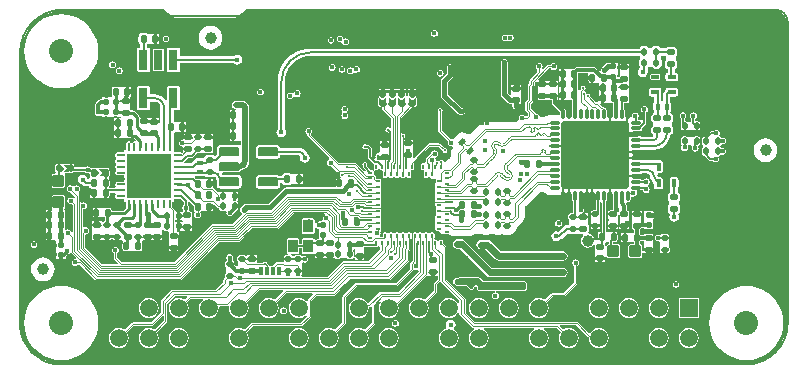
<source format=gbl>
G04*
G04 #@! TF.GenerationSoftware,Altium Limited,CircuitStudio,1.5.2 (30)*
G04*
G04 Layer_Physical_Order=4*
G04 Layer_Color=16711680*
%FSLAX25Y25*%
%MOIN*%
G70*
G01*
G75*
%ADD10C,0.00768*%
%ADD11C,0.03937*%
G04:AMPARAMS|DCode=12|XSize=23.62mil|YSize=19.69mil|CornerRadius=4.92mil|HoleSize=0mil|Usage=FLASHONLY|Rotation=0.000|XOffset=0mil|YOffset=0mil|HoleType=Round|Shape=RoundedRectangle|*
%AMROUNDEDRECTD12*
21,1,0.02362,0.00984,0,0,0.0*
21,1,0.01378,0.01969,0,0,0.0*
1,1,0.00984,0.00689,-0.00492*
1,1,0.00984,-0.00689,-0.00492*
1,1,0.00984,-0.00689,0.00492*
1,1,0.00984,0.00689,0.00492*
%
%ADD12ROUNDEDRECTD12*%
G04:AMPARAMS|DCode=13|XSize=23.62mil|YSize=17.72mil|CornerRadius=4.43mil|HoleSize=0mil|Usage=FLASHONLY|Rotation=180.000|XOffset=0mil|YOffset=0mil|HoleType=Round|Shape=RoundedRectangle|*
%AMROUNDEDRECTD13*
21,1,0.02362,0.00886,0,0,180.0*
21,1,0.01476,0.01772,0,0,180.0*
1,1,0.00886,-0.00738,0.00443*
1,1,0.00886,0.00738,0.00443*
1,1,0.00886,0.00738,-0.00443*
1,1,0.00886,-0.00738,-0.00443*
%
%ADD13ROUNDEDRECTD13*%
G04:AMPARAMS|DCode=14|XSize=23.62mil|YSize=19.69mil|CornerRadius=4.92mil|HoleSize=0mil|Usage=FLASHONLY|Rotation=90.000|XOffset=0mil|YOffset=0mil|HoleType=Round|Shape=RoundedRectangle|*
%AMROUNDEDRECTD14*
21,1,0.02362,0.00984,0,0,90.0*
21,1,0.01378,0.01969,0,0,90.0*
1,1,0.00984,0.00492,0.00689*
1,1,0.00984,0.00492,-0.00689*
1,1,0.00984,-0.00492,-0.00689*
1,1,0.00984,-0.00492,0.00689*
%
%ADD14ROUNDEDRECTD14*%
G04:AMPARAMS|DCode=15|XSize=21.65mil|YSize=17.72mil|CornerRadius=4.43mil|HoleSize=0mil|Usage=FLASHONLY|Rotation=270.000|XOffset=0mil|YOffset=0mil|HoleType=Round|Shape=RoundedRectangle|*
%AMROUNDEDRECTD15*
21,1,0.02165,0.00886,0,0,270.0*
21,1,0.01280,0.01772,0,0,270.0*
1,1,0.00886,-0.00443,-0.00640*
1,1,0.00886,-0.00443,0.00640*
1,1,0.00886,0.00443,0.00640*
1,1,0.00886,0.00443,-0.00640*
%
%ADD15ROUNDEDRECTD15*%
G04:AMPARAMS|DCode=29|XSize=21.65mil|YSize=17.72mil|CornerRadius=4.43mil|HoleSize=0mil|Usage=FLASHONLY|Rotation=0.000|XOffset=0mil|YOffset=0mil|HoleType=Round|Shape=RoundedRectangle|*
%AMROUNDEDRECTD29*
21,1,0.02165,0.00886,0,0,0.0*
21,1,0.01280,0.01772,0,0,0.0*
1,1,0.00886,0.00640,-0.00443*
1,1,0.00886,-0.00640,-0.00443*
1,1,0.00886,-0.00640,0.00443*
1,1,0.00886,0.00640,0.00443*
%
%ADD29ROUNDEDRECTD29*%
%ADD32R,0.16496X0.10492*%
G04:AMPARAMS|DCode=35|XSize=23.62mil|YSize=17.72mil|CornerRadius=4.43mil|HoleSize=0mil|Usage=FLASHONLY|Rotation=270.000|XOffset=0mil|YOffset=0mil|HoleType=Round|Shape=RoundedRectangle|*
%AMROUNDEDRECTD35*
21,1,0.02362,0.00886,0,0,270.0*
21,1,0.01476,0.01772,0,0,270.0*
1,1,0.00886,-0.00443,-0.00738*
1,1,0.00886,-0.00443,0.00738*
1,1,0.00886,0.00443,0.00738*
1,1,0.00886,0.00443,-0.00738*
%
%ADD35ROUNDEDRECTD35*%
G04:AMPARAMS|DCode=36|XSize=14.17mil|YSize=23mil|CornerRadius=0.71mil|HoleSize=0mil|Usage=FLASHONLY|Rotation=180.000|XOffset=0mil|YOffset=0mil|HoleType=Round|Shape=RoundedRectangle|*
%AMROUNDEDRECTD36*
21,1,0.01417,0.02158,0,0,180.0*
21,1,0.01276,0.02300,0,0,180.0*
1,1,0.00142,-0.00638,0.01079*
1,1,0.00142,0.00638,0.01079*
1,1,0.00142,0.00638,-0.01079*
1,1,0.00142,-0.00638,-0.01079*
%
%ADD36ROUNDEDRECTD36*%
G04:AMPARAMS|DCode=37|XSize=14.17mil|YSize=23mil|CornerRadius=0.71mil|HoleSize=0mil|Usage=FLASHONLY|Rotation=270.000|XOffset=0mil|YOffset=0mil|HoleType=Round|Shape=RoundedRectangle|*
%AMROUNDEDRECTD37*
21,1,0.01417,0.02158,0,0,270.0*
21,1,0.01276,0.02300,0,0,270.0*
1,1,0.00142,-0.01079,-0.00638*
1,1,0.00142,-0.01079,0.00638*
1,1,0.00142,0.01079,0.00638*
1,1,0.00142,0.01079,-0.00638*
%
%ADD37ROUNDEDRECTD37*%
%ADD44C,0.01400*%
%ADD45C,0.01200*%
%ADD46C,0.01600*%
%ADD47C,0.00600*%
%ADD48C,0.00800*%
%ADD49C,0.00350*%
%ADD50C,0.00400*%
%ADD51C,0.01000*%
%ADD52C,0.02400*%
%ADD54C,0.00500*%
%ADD58C,0.03819*%
%ADD59C,0.02362*%
%ADD60C,0.05906*%
%ADD61R,0.05906X0.05906*%
%ADD62C,0.08000*%
%ADD63C,0.01600*%
%ADD64C,0.01000*%
%ADD65C,0.04000*%
%ADD68C,0.02000*%
%ADD69C,0.00475*%
%ADD70C,0.00475*%
G04:AMPARAMS|DCode=71|XSize=39.37mil|YSize=37.4mil|CornerRadius=1.87mil|HoleSize=0mil|Usage=FLASHONLY|Rotation=90.000|XOffset=0mil|YOffset=0mil|HoleType=Round|Shape=RoundedRectangle|*
%AMROUNDEDRECTD71*
21,1,0.03937,0.03366,0,0,90.0*
21,1,0.03563,0.03740,0,0,90.0*
1,1,0.00374,0.01683,0.01782*
1,1,0.00374,0.01683,-0.01782*
1,1,0.00374,-0.01683,-0.01782*
1,1,0.00374,-0.01683,0.01782*
%
%ADD71ROUNDEDRECTD71*%
G04:AMPARAMS|DCode=72|XSize=39.37mil|YSize=37.4mil|CornerRadius=1.87mil|HoleSize=0mil|Usage=FLASHONLY|Rotation=180.000|XOffset=0mil|YOffset=0mil|HoleType=Round|Shape=RoundedRectangle|*
%AMROUNDEDRECTD72*
21,1,0.03937,0.03366,0,0,180.0*
21,1,0.03563,0.03740,0,0,180.0*
1,1,0.00374,-0.01782,0.01683*
1,1,0.00374,0.01782,0.01683*
1,1,0.00374,0.01782,-0.01683*
1,1,0.00374,-0.01782,-0.01683*
%
%ADD72ROUNDEDRECTD72*%
%ADD73O,0.00984X0.03150*%
%ADD74O,0.03150X0.00984*%
%ADD75R,0.14567X0.14567*%
G04:AMPARAMS|DCode=76|XSize=224.41mil|YSize=224.41mil|CornerRadius=5.61mil|HoleSize=0mil|Usage=FLASHONLY|Rotation=90.000|XOffset=0mil|YOffset=0mil|HoleType=Round|Shape=RoundedRectangle|*
%AMROUNDEDRECTD76*
21,1,0.22441,0.21319,0,0,90.0*
21,1,0.21319,0.22441,0,0,90.0*
1,1,0.01122,0.10659,0.10659*
1,1,0.01122,0.10659,-0.10659*
1,1,0.01122,-0.10659,-0.10659*
1,1,0.01122,-0.10659,0.10659*
%
%ADD76ROUNDEDRECTD76*%
G04:AMPARAMS|DCode=77|XSize=33.47mil|YSize=11.81mil|CornerRadius=4.72mil|HoleSize=0mil|Usage=FLASHONLY|Rotation=90.000|XOffset=0mil|YOffset=0mil|HoleType=Round|Shape=RoundedRectangle|*
%AMROUNDEDRECTD77*
21,1,0.03347,0.00236,0,0,90.0*
21,1,0.02402,0.01181,0,0,90.0*
1,1,0.00945,0.00118,0.01201*
1,1,0.00945,0.00118,-0.01201*
1,1,0.00945,-0.00118,-0.01201*
1,1,0.00945,-0.00118,0.01201*
%
%ADD77ROUNDEDRECTD77*%
G04:AMPARAMS|DCode=78|XSize=33.47mil|YSize=11.81mil|CornerRadius=4.72mil|HoleSize=0mil|Usage=FLASHONLY|Rotation=180.000|XOffset=0mil|YOffset=0mil|HoleType=Round|Shape=RoundedRectangle|*
%AMROUNDEDRECTD78*
21,1,0.03347,0.00236,0,0,180.0*
21,1,0.02402,0.01181,0,0,180.0*
1,1,0.00945,-0.01201,0.00118*
1,1,0.00945,0.01201,0.00118*
1,1,0.00945,0.01201,-0.00118*
1,1,0.00945,-0.01201,-0.00118*
%
%ADD78ROUNDEDRECTD78*%
G04:AMPARAMS|DCode=79|XSize=173.23mil|YSize=173.23mil|CornerRadius=4.33mil|HoleSize=0mil|Usage=FLASHONLY|Rotation=180.000|XOffset=0mil|YOffset=0mil|HoleType=Round|Shape=RoundedRectangle|*
%AMROUNDEDRECTD79*
21,1,0.17323,0.16457,0,0,180.0*
21,1,0.16457,0.17323,0,0,180.0*
1,1,0.00866,-0.08228,0.08228*
1,1,0.00866,0.08228,0.08228*
1,1,0.00866,0.08228,-0.08228*
1,1,0.00866,-0.08228,-0.08228*
%
%ADD79ROUNDEDRECTD79*%
G04:AMPARAMS|DCode=80|XSize=15.75mil|YSize=8.66mil|CornerRadius=0.87mil|HoleSize=0mil|Usage=FLASHONLY|Rotation=270.000|XOffset=0mil|YOffset=0mil|HoleType=Round|Shape=RoundedRectangle|*
%AMROUNDEDRECTD80*
21,1,0.01575,0.00693,0,0,270.0*
21,1,0.01402,0.00866,0,0,270.0*
1,1,0.00173,-0.00347,-0.00701*
1,1,0.00173,-0.00347,0.00701*
1,1,0.00173,0.00347,0.00701*
1,1,0.00173,0.00347,-0.00701*
%
%ADD80ROUNDEDRECTD80*%
G04:AMPARAMS|DCode=81|XSize=15.75mil|YSize=8.66mil|CornerRadius=0.87mil|HoleSize=0mil|Usage=FLASHONLY|Rotation=0.000|XOffset=0mil|YOffset=0mil|HoleType=Round|Shape=RoundedRectangle|*
%AMROUNDEDRECTD81*
21,1,0.01575,0.00693,0,0,0.0*
21,1,0.01402,0.00866,0,0,0.0*
1,1,0.00173,0.00701,-0.00347*
1,1,0.00173,-0.00701,-0.00347*
1,1,0.00173,-0.00701,0.00347*
1,1,0.00173,0.00701,0.00347*
%
%ADD81ROUNDEDRECTD81*%
G04:AMPARAMS|DCode=82|XSize=57.09mil|YSize=53.15mil|CornerRadius=5.32mil|HoleSize=0mil|Usage=FLASHONLY|Rotation=180.000|XOffset=0mil|YOffset=0mil|HoleType=Round|Shape=RoundedRectangle|*
%AMROUNDEDRECTD82*
21,1,0.05709,0.04252,0,0,180.0*
21,1,0.04646,0.05315,0,0,180.0*
1,1,0.01063,-0.02323,0.02126*
1,1,0.01063,0.02323,0.02126*
1,1,0.01063,0.02323,-0.02126*
1,1,0.01063,-0.02323,-0.02126*
%
%ADD82ROUNDEDRECTD82*%
G04:AMPARAMS|DCode=83|XSize=29.53mil|YSize=11.81mil|CornerRadius=2.95mil|HoleSize=0mil|Usage=FLASHONLY|Rotation=270.000|XOffset=0mil|YOffset=0mil|HoleType=Round|Shape=RoundedRectangle|*
%AMROUNDEDRECTD83*
21,1,0.02953,0.00591,0,0,270.0*
21,1,0.02363,0.01181,0,0,270.0*
1,1,0.00591,-0.00295,-0.01181*
1,1,0.00591,-0.00295,0.01181*
1,1,0.00591,0.00295,0.01181*
1,1,0.00591,0.00295,-0.01181*
%
%ADD83ROUNDEDRECTD83*%
G04:AMPARAMS|DCode=84|XSize=25.59mil|YSize=13.78mil|CornerRadius=1.38mil|HoleSize=0mil|Usage=FLASHONLY|Rotation=180.000|XOffset=0mil|YOffset=0mil|HoleType=Round|Shape=RoundedRectangle|*
%AMROUNDEDRECTD84*
21,1,0.02559,0.01102,0,0,180.0*
21,1,0.02284,0.01378,0,0,180.0*
1,1,0.00276,-0.01142,0.00551*
1,1,0.00276,0.01142,0.00551*
1,1,0.00276,0.01142,-0.00551*
1,1,0.00276,-0.01142,-0.00551*
%
%ADD84ROUNDEDRECTD84*%
G04:AMPARAMS|DCode=85|XSize=25.59mil|YSize=13.78mil|CornerRadius=1.38mil|HoleSize=0mil|Usage=FLASHONLY|Rotation=90.000|XOffset=0mil|YOffset=0mil|HoleType=Round|Shape=RoundedRectangle|*
%AMROUNDEDRECTD85*
21,1,0.02559,0.01102,0,0,90.0*
21,1,0.02284,0.01378,0,0,90.0*
1,1,0.00276,0.00551,0.01142*
1,1,0.00276,0.00551,-0.01142*
1,1,0.00276,-0.00551,-0.01142*
1,1,0.00276,-0.00551,0.01142*
%
%ADD85ROUNDEDRECTD85*%
G04:AMPARAMS|DCode=86|XSize=23.62mil|YSize=17.72mil|CornerRadius=4.43mil|HoleSize=0mil|Usage=FLASHONLY|Rotation=225.000|XOffset=0mil|YOffset=0mil|HoleType=Round|Shape=RoundedRectangle|*
%AMROUNDEDRECTD86*
21,1,0.02362,0.00886,0,0,225.0*
21,1,0.01476,0.01772,0,0,225.0*
1,1,0.00886,-0.00835,-0.00209*
1,1,0.00886,0.00209,0.00835*
1,1,0.00886,0.00835,0.00209*
1,1,0.00886,-0.00209,-0.00835*
%
%ADD86ROUNDEDRECTD86*%
G04:AMPARAMS|DCode=87|XSize=64.96mil|YSize=29.92mil|CornerRadius=1.5mil|HoleSize=0mil|Usage=FLASHONLY|Rotation=90.000|XOffset=0mil|YOffset=0mil|HoleType=Round|Shape=RoundedRectangle|*
%AMROUNDEDRECTD87*
21,1,0.06496,0.02693,0,0,90.0*
21,1,0.06197,0.02992,0,0,90.0*
1,1,0.00299,0.01347,0.03098*
1,1,0.00299,0.01347,-0.03098*
1,1,0.00299,-0.01347,-0.03098*
1,1,0.00299,-0.01347,0.03098*
%
%ADD87ROUNDEDRECTD87*%
G04:AMPARAMS|DCode=88|XSize=35.43mil|YSize=43.31mil|CornerRadius=0.89mil|HoleSize=0mil|Usage=FLASHONLY|Rotation=0.000|XOffset=0mil|YOffset=0mil|HoleType=Round|Shape=RoundedRectangle|*
%AMROUNDEDRECTD88*
21,1,0.03543,0.04154,0,0,0.0*
21,1,0.03366,0.04331,0,0,0.0*
1,1,0.00177,0.01683,-0.02077*
1,1,0.00177,-0.01683,-0.02077*
1,1,0.00177,-0.01683,0.02077*
1,1,0.00177,0.01683,0.02077*
%
%ADD88ROUNDEDRECTD88*%
G04:AMPARAMS|DCode=89|XSize=65mil|YSize=30mil|CornerRadius=3mil|HoleSize=0mil|Usage=FLASHONLY|Rotation=180.000|XOffset=0mil|YOffset=0mil|HoleType=Round|Shape=RoundedRectangle|*
%AMROUNDEDRECTD89*
21,1,0.06500,0.02400,0,0,180.0*
21,1,0.05900,0.03000,0,0,180.0*
1,1,0.00600,-0.02950,0.01200*
1,1,0.00600,0.02950,0.01200*
1,1,0.00600,0.02950,-0.01200*
1,1,0.00600,-0.02950,-0.01200*
%
%ADD89ROUNDEDRECTD89*%
%ADD90C,0.00475*%
%ADD91C,0.00700*%
%ADD92C,0.00760*%
%ADD93R,0.01500X0.01900*%
%ADD94R,0.02692X0.01425*%
G36*
X1048995Y817364D02*
X1082175D01*
X1082867Y816672D01*
X1083979Y815819D01*
X1084894Y815440D01*
X1085273Y815283D01*
X1086662Y815100D01*
X1105890D01*
X1107278Y815283D01*
X1108572Y815819D01*
X1109684Y816672D01*
X1110376Y817364D01*
X1286362D01*
X1286471Y817378D01*
X1287353Y817262D01*
X1288277Y816880D01*
X1289070Y816271D01*
X1289678Y815478D01*
X1290061Y814555D01*
X1290177Y813673D01*
X1290162Y813564D01*
Y713281D01*
X1290186Y713103D01*
X1290034Y711177D01*
X1289542Y709125D01*
X1288734Y707174D01*
X1287631Y705375D01*
X1286260Y703770D01*
X1284655Y702399D01*
X1282856Y701296D01*
X1280905Y700488D01*
X1278853Y699996D01*
X1276927Y699844D01*
X1276749Y699867D01*
X1047891Y699867D01*
X1047720Y699845D01*
X1045867Y699991D01*
X1043893Y700465D01*
X1042017Y701242D01*
X1040286Y702302D01*
X1038742Y703621D01*
X1037424Y705165D01*
X1036363Y706896D01*
X1035586Y708771D01*
X1035112Y710745D01*
X1034966Y712599D01*
X1034989Y712769D01*
X1034989Y796470D01*
Y803358D01*
X1034964Y803544D01*
X1035122Y805555D01*
X1035637Y807698D01*
X1036480Y809734D01*
X1037632Y811613D01*
X1039063Y813290D01*
X1040739Y814721D01*
X1042618Y815872D01*
X1044655Y816716D01*
X1046798Y817230D01*
X1048809Y817389D01*
X1048995Y817364D01*
D02*
G37*
%LPC*%
G36*
X1098973Y751342D02*
X1098186D01*
Y750505D01*
X1098973D01*
Y751342D01*
D02*
G37*
G36*
X1245741Y750604D02*
X1244741D01*
Y750498D01*
X1243541D01*
Y750604D01*
X1242541D01*
Y749604D01*
X1242724D01*
Y748835D01*
X1242725Y748828D01*
X1242541Y748604D01*
X1242541D01*
Y746721D01*
X1241779D01*
Y749179D01*
X1238629D01*
Y746029D01*
X1238687D01*
Y745242D01*
X1238629D01*
Y744454D01*
X1239084D01*
X1239198Y744378D01*
X1239266Y744365D01*
Y743273D01*
X1236661D01*
Y740124D01*
X1239266D01*
Y739469D01*
X1237936D01*
X1237548Y739308D01*
X1237387Y738920D01*
Y735554D01*
X1237548Y735166D01*
X1237936Y735005D01*
X1241499D01*
X1241887Y735166D01*
X1242048Y735554D01*
Y736506D01*
X1242517Y736580D01*
X1242548Y736580D01*
X1243403D01*
Y737368D01*
X1242548D01*
X1242517Y737368D01*
X1242048Y737442D01*
Y738920D01*
X1241887Y739308D01*
X1241499Y739469D01*
X1241142D01*
Y740124D01*
X1241385D01*
Y740579D01*
X1241461Y740693D01*
X1241475Y740760D01*
X1242566D01*
Y738155D01*
X1245716D01*
Y741305D01*
X1245658D01*
Y742092D01*
X1245716D01*
Y742879D01*
X1245261D01*
X1245147Y742955D01*
X1244830Y743018D01*
X1243452D01*
X1243135Y742955D01*
X1243021Y742879D01*
X1242566D01*
Y742636D01*
X1241475D01*
X1241461Y742704D01*
X1241385Y742818D01*
Y743273D01*
X1241142D01*
Y744365D01*
X1241210Y744378D01*
X1241324Y744454D01*
X1241779D01*
Y744845D01*
X1242541D01*
Y744604D01*
X1243541D01*
Y744710D01*
X1244741D01*
Y744604D01*
X1245741D01*
Y745604D01*
X1245559D01*
Y746374D01*
X1245558Y746381D01*
X1245741Y746604D01*
X1245741D01*
Y748104D01*
X1246082Y748172D01*
X1246452Y748420D01*
X1246700Y748790D01*
X1246786Y749227D01*
X1246700Y749664D01*
X1246452Y750035D01*
X1246082Y750282D01*
X1245741Y750350D01*
Y750604D01*
D02*
G37*
G36*
X1241828Y750753D02*
X1240942D01*
Y749966D01*
X1241828D01*
Y750753D01*
D02*
G37*
G36*
X1107176Y756959D02*
X1106585D01*
Y756172D01*
X1107176D01*
Y756959D01*
D02*
G37*
G36*
X1128796Y760496D02*
X1128009D01*
Y759659D01*
X1128796D01*
Y760496D01*
D02*
G37*
G36*
X1059613Y751656D02*
X1058826D01*
Y750819D01*
X1059613D01*
Y751656D01*
D02*
G37*
G36*
X1058813Y755943D02*
X1058026D01*
Y755106D01*
X1058813D01*
Y755943D01*
D02*
G37*
G36*
X1239466Y750753D02*
X1238629D01*
Y749966D01*
X1239466D01*
Y750753D01*
D02*
G37*
G36*
X1044013Y748443D02*
X1043226D01*
Y747905D01*
X1043226Y747606D01*
Y747506D01*
Y747405D01*
X1043226Y747106D01*
Y746519D01*
X1044013D01*
Y747106D01*
X1044013Y747405D01*
Y747506D01*
Y747606D01*
X1044013Y747905D01*
Y748443D01*
D02*
G37*
G36*
X1059437Y747231D02*
X1058601D01*
Y746443D01*
X1059437D01*
Y747231D01*
D02*
G37*
G36*
X1214165Y747681D02*
X1213728Y747594D01*
X1213357Y747346D01*
X1213110Y746976D01*
X1213023Y746539D01*
X1213110Y746102D01*
X1213357Y745731D01*
X1213728Y745484D01*
X1214165Y745397D01*
X1214602Y745484D01*
X1214972Y745731D01*
X1215220Y746102D01*
X1215306Y746539D01*
X1215220Y746976D01*
X1214972Y747346D01*
X1214602Y747594D01*
X1214165Y747681D01*
D02*
G37*
G36*
X1253186Y762023D02*
X1252083D01*
X1251718Y761950D01*
X1251407Y761743D01*
X1251200Y761433D01*
X1251127Y761067D01*
Y758783D01*
X1251200Y758418D01*
X1251407Y758107D01*
X1251428Y758094D01*
Y757022D01*
X1251055Y756773D01*
X1250770Y756346D01*
X1250669Y755842D01*
Y754857D01*
X1250770Y754353D01*
X1251055Y753926D01*
X1251101Y753895D01*
Y752867D01*
X1251055Y752836D01*
X1250770Y752409D01*
X1250669Y751905D01*
Y750920D01*
X1250770Y750416D01*
X1251055Y749989D01*
X1251449Y749726D01*
X1251168Y749305D01*
X1251044Y748681D01*
X1251168Y748057D01*
X1251522Y747528D01*
X1252051Y747174D01*
X1252676Y747050D01*
X1253300Y747174D01*
X1253829Y747528D01*
X1254183Y748057D01*
X1254307Y748681D01*
X1254183Y749305D01*
X1253902Y749726D01*
X1254296Y749989D01*
X1254582Y750416D01*
X1254682Y750920D01*
Y751905D01*
X1254582Y752409D01*
X1254296Y752836D01*
X1254250Y752867D01*
Y753895D01*
X1254296Y753926D01*
X1254582Y754353D01*
X1254682Y754857D01*
Y755842D01*
X1254582Y756346D01*
X1254296Y756773D01*
X1253869Y757059D01*
X1253842Y757064D01*
Y758094D01*
X1253862Y758107D01*
X1254069Y758418D01*
X1254142Y758783D01*
Y761067D01*
X1254069Y761433D01*
X1253862Y761743D01*
X1253552Y761950D01*
X1253186Y762023D01*
D02*
G37*
G36*
X1044013Y750805D02*
X1043226D01*
Y749919D01*
X1044013D01*
Y750805D01*
D02*
G37*
G36*
X1187576Y721582D02*
X1186721Y721470D01*
X1185925Y721140D01*
X1185241Y720615D01*
X1184717Y719932D01*
X1184387Y719136D01*
X1184275Y718281D01*
X1184387Y717427D01*
X1184717Y716631D01*
X1185241Y715947D01*
X1185925Y715422D01*
X1186721Y715093D01*
X1187576Y714980D01*
X1188430Y715093D01*
X1189226Y715422D01*
X1189910Y715947D01*
X1190434Y716631D01*
X1190764Y717427D01*
X1190877Y718281D01*
X1190764Y719136D01*
X1190434Y719932D01*
X1189910Y720615D01*
X1189226Y721140D01*
X1188430Y721470D01*
X1187576Y721582D01*
D02*
G37*
G36*
X1059613Y749343D02*
X1058826D01*
Y748506D01*
X1059613D01*
Y749343D01*
D02*
G37*
G36*
X1266776Y777723D02*
X1266339Y777636D01*
X1265968Y777389D01*
X1265908Y777299D01*
X1265076D01*
X1264801Y777244D01*
X1264568Y777088D01*
X1262877Y775397D01*
X1262733D01*
X1262435Y775338D01*
X1262317Y775259D01*
X1262176D01*
Y775159D01*
X1262014Y774917D01*
X1261955Y774619D01*
Y773143D01*
X1262014Y772845D01*
X1262176Y772603D01*
Y772503D01*
X1262176D01*
X1262191Y772003D01*
X1262176Y771959D01*
D01*
X1262075Y771746D01*
X1262014Y771617D01*
X1261997Y771533D01*
X1261955Y771319D01*
Y769843D01*
X1262014Y769545D01*
X1262176Y769303D01*
Y769203D01*
X1262317D01*
X1262435Y769124D01*
X1262663Y769079D01*
X1264268Y767474D01*
X1264501Y767318D01*
X1264546Y767309D01*
X1264776Y767264D01*
X1265608D01*
X1265668Y767174D01*
X1266039Y766926D01*
X1266476Y766839D01*
X1266913Y766926D01*
X1267283Y767174D01*
X1267531Y767544D01*
X1267618Y767981D01*
X1267531Y768418D01*
X1267432Y768565D01*
X1267554Y768892D01*
X1267682Y769078D01*
X1267721Y769086D01*
X1267916Y769124D01*
X1268176Y769187D01*
X1268176Y769187D01*
X1268596Y769494D01*
X1268828Y769449D01*
X1268876Y769439D01*
X1269313Y769526D01*
X1269683Y769774D01*
X1269931Y770144D01*
X1270018Y770581D01*
X1269931Y771018D01*
X1269683Y771389D01*
X1269313Y771636D01*
X1268876Y771723D01*
X1268828Y771713D01*
X1268596Y771668D01*
X1268176Y771959D01*
Y771959D01*
X1268176Y771959D01*
X1268103Y772288D01*
X1268176Y772487D01*
D01*
X1268504Y772851D01*
X1268851Y772864D01*
X1268976Y772839D01*
X1269413Y772926D01*
X1269783Y773174D01*
X1270031Y773544D01*
X1270117Y773981D01*
X1270031Y774418D01*
X1269783Y774789D01*
X1269413Y775036D01*
X1268976Y775123D01*
X1268781Y775084D01*
X1268633Y775055D01*
X1268176Y775259D01*
Y775259D01*
X1267834Y775446D01*
X1267703Y775953D01*
X1267831Y776144D01*
X1267918Y776581D01*
X1267831Y777018D01*
X1267583Y777389D01*
X1267213Y777636D01*
X1266776Y777723D01*
D02*
G37*
G36*
X1155437Y773846D02*
X1154600D01*
Y773058D01*
X1155437D01*
Y773846D01*
D02*
G37*
G36*
X1120283Y772689D02*
X1114383D01*
X1113953Y772604D01*
X1113590Y772361D01*
X1113346Y771997D01*
X1113261Y771568D01*
Y769168D01*
X1113346Y768739D01*
X1113590Y768375D01*
X1113953Y768131D01*
X1114383Y768046D01*
X1120283D01*
X1120712Y768131D01*
X1121076Y768375D01*
X1121319Y768739D01*
X1121403Y769161D01*
X1127536D01*
Y769150D01*
X1127646Y769128D01*
X1128017Y768648D01*
X1127952Y768321D01*
X1128076Y767696D01*
X1128430Y767167D01*
X1128959Y766813D01*
X1129583Y766689D01*
X1130208Y766813D01*
X1130737Y767167D01*
X1131091Y767696D01*
X1131215Y768321D01*
X1131091Y768945D01*
X1130737Y769474D01*
X1130486Y769641D01*
X1130359Y769950D01*
X1129841Y770625D01*
X1129166Y771143D01*
X1128380Y771468D01*
X1127536Y771579D01*
Y771575D01*
X1121403D01*
X1121319Y771997D01*
X1121076Y772361D01*
X1120712Y772604D01*
X1120283Y772689D01*
D02*
G37*
G36*
X1283127Y774856D02*
X1282099Y774721D01*
X1281141Y774324D01*
X1280319Y773693D01*
X1279688Y772871D01*
X1279291Y771913D01*
X1279156Y770886D01*
X1279291Y769858D01*
X1279688Y768900D01*
X1280319Y768078D01*
X1281141Y767447D01*
X1282099Y767050D01*
X1283127Y766915D01*
X1284155Y767050D01*
X1285112Y767447D01*
X1285935Y768078D01*
X1286566Y768900D01*
X1286962Y769858D01*
X1287098Y770886D01*
X1286962Y771913D01*
X1286566Y772871D01*
X1285935Y773693D01*
X1285112Y774324D01*
X1284155Y774721D01*
X1283127Y774856D01*
D02*
G37*
G36*
X1066813Y775843D02*
X1066026D01*
Y775006D01*
X1066813D01*
Y775843D01*
D02*
G37*
G36*
X1260618Y775497D02*
X1259733D01*
X1259435Y775438D01*
X1259317Y775359D01*
X1257034D01*
X1256916Y775438D01*
X1256618Y775497D01*
X1255733D01*
X1255435Y775438D01*
X1255317Y775359D01*
X1255176D01*
Y775259D01*
X1255014Y775017D01*
X1254955Y774719D01*
Y773405D01*
X1254955Y773243D01*
X1255014Y772945D01*
D01*
Y772945D01*
D01*
X1255160Y772503D01*
X1255104Y772133D01*
X1255034Y771781D01*
X1255121Y771344D01*
X1255368Y770974D01*
X1255739Y770726D01*
X1256176Y770639D01*
X1256613Y770726D01*
X1256983Y770974D01*
X1257231Y771344D01*
X1257318Y771781D01*
X1257253Y772103D01*
X1257455Y772470D01*
X1257575Y772603D01*
X1258410D01*
X1258677Y772103D01*
X1258621Y772018D01*
X1258534Y771581D01*
X1258621Y771144D01*
X1258868Y770774D01*
X1259239Y770526D01*
X1259676Y770439D01*
X1260113Y770526D01*
X1260483Y770774D01*
X1260731Y771144D01*
X1260818Y771581D01*
X1260738Y771979D01*
X1260738Y772038D01*
X1260896Y772468D01*
X1260970Y772560D01*
X1261011Y772587D01*
X1261176D01*
Y772703D01*
X1261337Y772945D01*
X1261396Y773243D01*
Y774719D01*
X1261337Y775017D01*
X1261176Y775259D01*
Y775359D01*
X1261034D01*
X1260916Y775438D01*
X1260618Y775497D01*
D02*
G37*
G36*
X1165607Y774423D02*
X1164771D01*
Y773635D01*
X1165607D01*
Y774423D01*
D02*
G37*
G36*
X1105248Y774924D02*
X1104461D01*
Y774087D01*
X1105248D01*
Y774924D01*
D02*
G37*
G36*
X1128796Y762809D02*
X1128009D01*
Y761972D01*
X1128796D01*
Y762809D01*
D02*
G37*
G36*
X1077576Y721582D02*
X1076721Y721470D01*
X1075925Y721140D01*
X1075241Y720615D01*
X1074717Y719932D01*
X1074387Y719136D01*
X1074275Y718281D01*
X1074387Y717427D01*
X1074717Y716631D01*
X1075241Y715947D01*
X1075925Y715422D01*
X1076721Y715093D01*
X1077576Y714980D01*
X1078430Y715093D01*
X1079226Y715422D01*
X1079910Y715947D01*
X1080434Y716631D01*
X1080764Y717427D01*
X1080877Y718281D01*
X1080764Y719136D01*
X1080434Y719932D01*
X1079910Y720615D01*
X1079226Y721140D01*
X1078430Y721470D01*
X1077576Y721582D01*
D02*
G37*
G36*
X1098973Y761332D02*
X1098186D01*
Y760496D01*
X1098973D01*
Y761332D01*
D02*
G37*
G36*
X1140613Y761405D02*
X1139826D01*
Y760519D01*
X1140613D01*
Y761405D01*
D02*
G37*
G36*
X1257576Y711582D02*
X1256721Y711470D01*
X1255925Y711140D01*
X1255241Y710615D01*
X1254717Y709932D01*
X1254387Y709135D01*
X1254275Y708281D01*
X1254387Y707427D01*
X1254717Y706631D01*
X1255241Y705947D01*
X1255925Y705422D01*
X1256721Y705093D01*
X1257576Y704980D01*
X1258430Y705093D01*
X1259226Y705422D01*
X1259910Y705947D01*
X1260434Y706631D01*
X1260764Y707427D01*
X1260877Y708281D01*
X1260764Y709135D01*
X1260434Y709932D01*
X1259910Y710615D01*
X1259226Y711140D01*
X1258430Y711470D01*
X1257576Y711582D01*
D02*
G37*
G36*
X1247576D02*
X1246721Y711470D01*
X1245925Y711140D01*
X1245241Y710615D01*
X1244717Y709932D01*
X1244387Y709135D01*
X1244275Y708281D01*
X1244387Y707427D01*
X1244717Y706631D01*
X1245241Y705947D01*
X1245925Y705422D01*
X1246721Y705093D01*
X1247576Y704980D01*
X1248430Y705093D01*
X1249226Y705422D01*
X1249910Y705947D01*
X1250434Y706631D01*
X1250764Y707427D01*
X1250877Y708281D01*
X1250764Y709135D01*
X1250434Y709932D01*
X1249910Y710615D01*
X1249226Y711140D01*
X1248430Y711470D01*
X1247576Y711582D01*
D02*
G37*
G36*
X1159776Y714323D02*
X1159339Y714236D01*
X1158968Y713989D01*
X1158721Y713618D01*
X1158634Y713181D01*
X1158721Y712744D01*
X1158968Y712374D01*
X1159339Y712126D01*
X1159776Y712039D01*
X1160213Y712126D01*
X1160583Y712374D01*
X1160831Y712744D01*
X1160917Y713181D01*
X1160831Y713618D01*
X1160583Y713989D01*
X1160213Y714236D01*
X1159776Y714323D01*
D02*
G37*
G36*
X1124170Y763240D02*
X1123186D01*
X1122682Y763140D01*
X1122254Y762854D01*
X1121978Y762441D01*
X1120956D01*
X1120712Y762604D01*
X1120283Y762689D01*
X1114383D01*
X1113953Y762604D01*
X1113590Y762361D01*
X1113346Y761997D01*
X1113261Y761568D01*
Y759168D01*
X1113346Y758739D01*
X1113590Y758375D01*
X1113953Y758132D01*
X1114383Y758046D01*
X1120283D01*
X1120712Y758132D01*
X1121076Y758375D01*
X1121319Y758739D01*
X1121404Y759168D01*
Y760027D01*
X1121978D01*
X1122254Y759613D01*
X1122682Y759328D01*
X1123186Y759227D01*
X1124170D01*
X1124674Y759328D01*
X1125102Y759613D01*
X1125132Y759659D01*
X1127221D01*
Y762809D01*
X1125132D01*
X1125102Y762854D01*
X1124674Y763140D01*
X1124170Y763240D01*
D02*
G37*
G36*
X1197576Y721582D02*
X1196721Y721470D01*
X1195925Y721140D01*
X1195241Y720615D01*
X1194717Y719932D01*
X1194387Y719136D01*
X1194275Y718281D01*
X1194387Y717427D01*
X1194717Y716631D01*
X1195241Y715947D01*
X1195925Y715422D01*
X1196721Y715093D01*
X1197576Y714980D01*
X1198430Y715093D01*
X1199226Y715422D01*
X1199910Y715947D01*
X1200434Y716631D01*
X1200764Y717427D01*
X1200877Y718281D01*
X1200764Y719136D01*
X1200434Y719932D01*
X1199910Y720615D01*
X1199226Y721140D01*
X1198430Y721470D01*
X1197576Y721582D01*
D02*
G37*
G36*
X1113600Y735861D02*
X1112714D01*
Y735073D01*
X1113600D01*
Y735861D01*
D02*
G37*
G36*
X1260848Y721554D02*
X1254303D01*
Y715008D01*
X1260848D01*
Y721554D01*
D02*
G37*
G36*
X1122476Y718523D02*
X1122039Y718436D01*
X1121668Y718189D01*
X1121421Y717818D01*
X1121334Y717381D01*
X1121421Y716944D01*
X1121668Y716574D01*
X1122039Y716326D01*
X1122476Y716239D01*
X1122913Y716326D01*
X1123283Y716574D01*
X1123531Y716944D01*
X1123617Y717381D01*
X1123531Y717818D01*
X1123283Y718189D01*
X1122913Y718436D01*
X1122476Y718523D01*
D02*
G37*
G36*
X1245716Y737368D02*
X1244879D01*
Y736580D01*
X1245716D01*
Y737368D01*
D02*
G37*
G36*
X1039276Y740623D02*
X1038839Y740536D01*
X1038468Y740289D01*
X1038221Y739918D01*
X1038134Y739481D01*
X1038221Y739044D01*
X1038468Y738674D01*
X1038839Y738426D01*
X1039276Y738339D01*
X1039713Y738426D01*
X1040083Y738674D01*
X1040331Y739044D01*
X1040417Y739481D01*
X1040331Y739918D01*
X1040083Y740289D01*
X1039713Y740536D01*
X1039276Y740623D01*
D02*
G37*
G36*
X1087450Y738019D02*
X1086614D01*
Y737231D01*
X1087450D01*
Y738019D01*
D02*
G37*
G36*
X1085137D02*
X1084301D01*
Y737231D01*
X1085137D01*
Y738019D01*
D02*
G37*
G36*
X1219876Y734523D02*
X1219439Y734436D01*
X1219068Y734189D01*
X1218821Y733818D01*
X1218734Y733381D01*
X1218821Y732944D01*
X1219068Y732574D01*
X1219313Y732410D01*
Y726914D01*
X1215642Y723244D01*
X1211976D01*
X1211578Y723079D01*
X1209459Y720961D01*
X1209226Y721140D01*
X1208430Y721470D01*
X1207576Y721582D01*
X1206721Y721470D01*
X1205925Y721140D01*
X1205241Y720615D01*
X1204717Y719932D01*
X1204387Y719136D01*
X1204275Y718281D01*
X1204387Y717427D01*
X1204717Y716631D01*
X1205241Y715947D01*
X1205925Y715422D01*
X1206721Y715093D01*
X1207576Y714980D01*
X1208430Y715093D01*
X1209226Y715422D01*
X1209910Y715947D01*
X1210434Y716631D01*
X1210764Y717427D01*
X1210877Y718281D01*
X1210764Y719136D01*
X1210434Y719932D01*
X1210255Y720165D01*
X1212209Y722118D01*
X1215876D01*
X1216274Y722283D01*
X1220274Y726283D01*
X1220274Y726283D01*
X1220438Y726681D01*
Y732410D01*
X1220683Y732574D01*
X1220931Y732944D01*
X1221017Y733381D01*
X1220931Y733818D01*
X1220683Y734189D01*
X1220313Y734436D01*
X1219876Y734523D01*
D02*
G37*
G36*
X1187721Y728482D02*
X1180977D01*
X1180884Y728444D01*
X1180785Y728424D01*
X1180677Y728352D01*
X1180376Y728292D01*
X1180306Y728306D01*
X1180299Y728305D01*
X1180293Y728308D01*
X1180170Y728279D01*
X1180046Y728254D01*
X1180042Y728249D01*
X1180035Y728247D01*
X1179937Y728176D01*
X1179739Y728136D01*
X1179368Y727889D01*
X1179121Y727518D01*
X1179034Y727081D01*
X1179121Y726644D01*
X1179368Y726274D01*
X1179460Y726212D01*
X1179494Y726131D01*
X1179931Y725694D01*
X1180176Y725593D01*
X1183574D01*
X1184031Y725136D01*
X1184834Y724333D01*
X1184850Y724326D01*
X1184857Y724311D01*
X1184970Y724276D01*
X1185079Y724231D01*
X1185095Y724237D01*
X1185110Y724232D01*
X1185372Y724256D01*
X1185487Y724317D01*
X1185603Y724374D01*
X1185986Y724817D01*
X1186014Y724902D01*
X1186064Y724976D01*
X1186114Y725229D01*
X1186219Y725385D01*
X1186375Y725490D01*
X1186560Y725527D01*
X1186745Y725490D01*
X1186902Y725385D01*
X1187006Y725229D01*
X1187043Y725044D01*
X1187004Y724849D01*
X1187020Y724771D01*
X1187009Y724693D01*
X1187040Y724574D01*
X1187077Y724525D01*
X1187090Y724465D01*
X1187353Y724084D01*
X1187381Y724066D01*
X1187393Y724036D01*
X1187489Y723997D01*
X1187576Y723940D01*
X1187608Y723947D01*
X1187638Y723935D01*
X1192874D01*
X1192920Y723462D01*
X1192922Y723446D01*
X1192923Y723436D01*
X1192923Y723435D01*
X1192865Y723423D01*
X1192831Y723416D01*
X1192777Y723406D01*
X1192679Y723386D01*
X1192417Y723211D01*
X1192308Y723139D01*
X1192061Y722768D01*
X1191974Y722331D01*
X1192061Y721894D01*
X1192308Y721524D01*
X1192679Y721276D01*
X1193116Y721189D01*
X1193553Y721276D01*
X1193923Y721524D01*
X1194171Y721894D01*
X1194258Y722331D01*
X1194171Y722768D01*
X1193923Y723139D01*
X1193814Y723211D01*
X1193553Y723386D01*
X1193454Y723406D01*
X1193400Y723416D01*
X1193362Y723424D01*
X1193308Y723435D01*
X1193308Y723436D01*
X1193309Y723446D01*
X1193311Y723462D01*
X1193357Y723935D01*
X1202876D01*
X1203121Y724036D01*
X1203621Y724536D01*
X1203722Y724781D01*
Y726381D01*
X1203621Y726626D01*
X1203179Y727068D01*
X1202934Y727169D01*
X1189177D01*
X1187965Y728381D01*
X1187721Y728482D01*
D02*
G37*
G36*
X1253276Y727323D02*
X1252839Y727236D01*
X1252468Y726989D01*
X1252221Y726618D01*
X1252134Y726181D01*
X1252221Y725744D01*
X1252468Y725374D01*
X1252839Y725126D01*
X1253276Y725039D01*
X1253713Y725126D01*
X1254083Y725374D01*
X1254331Y725744D01*
X1254418Y726181D01*
X1254331Y726618D01*
X1254083Y726989D01*
X1253713Y727236D01*
X1253276Y727323D01*
D02*
G37*
G36*
X1042280Y735185D02*
X1041253Y735050D01*
X1040295Y734653D01*
X1039472Y734022D01*
X1038841Y733200D01*
X1038445Y732242D01*
X1038309Y731214D01*
X1038445Y730186D01*
X1038841Y729229D01*
X1039472Y728406D01*
X1040295Y727775D01*
X1041253Y727379D01*
X1042280Y727243D01*
X1043308Y727379D01*
X1044266Y727775D01*
X1045088Y728406D01*
X1045719Y729229D01*
X1046116Y730186D01*
X1046251Y731214D01*
X1046116Y732242D01*
X1045719Y733200D01*
X1045088Y734022D01*
X1044266Y734653D01*
X1043308Y735050D01*
X1042280Y735185D01*
D02*
G37*
G36*
X1181976Y741131D02*
X1180376D01*
X1179782Y741013D01*
X1179280Y740677D01*
X1178944Y740174D01*
X1178826Y739581D01*
X1178944Y738988D01*
X1179280Y738485D01*
X1179782Y738149D01*
X1180376Y738031D01*
X1181334D01*
X1190280Y729085D01*
X1190783Y728749D01*
X1191376Y728631D01*
X1215676D01*
X1216269Y728749D01*
X1216772Y729085D01*
X1217107Y729588D01*
X1217225Y730181D01*
X1217107Y730774D01*
X1216772Y731277D01*
X1216269Y731613D01*
X1215676Y731731D01*
X1192017D01*
X1183072Y740677D01*
X1182569Y741013D01*
X1181976Y741131D01*
D02*
G37*
G36*
X1190376Y740931D02*
X1188276D01*
X1187683Y740813D01*
X1187180Y740477D01*
X1186844Y739974D01*
X1186726Y739381D01*
X1186844Y738788D01*
X1187180Y738285D01*
X1187683Y737949D01*
X1188276Y737831D01*
X1189734D01*
X1193080Y734485D01*
X1193583Y734149D01*
X1194176Y734031D01*
X1215676D01*
X1216269Y734149D01*
X1216772Y734485D01*
X1217107Y734988D01*
X1217225Y735581D01*
X1217107Y736174D01*
X1216772Y736677D01*
X1216269Y737013D01*
X1215676Y737131D01*
X1194818D01*
X1191471Y740477D01*
X1190969Y740813D01*
X1190376Y740931D01*
D02*
G37*
G36*
X1229550Y734419D02*
X1228714D01*
Y733632D01*
X1229550D01*
Y734419D01*
D02*
G37*
G36*
X1227237D02*
X1226352D01*
Y733632D01*
X1227237D01*
Y734419D01*
D02*
G37*
G36*
X1247576Y721582D02*
X1246721Y721470D01*
X1245925Y721140D01*
X1245241Y720615D01*
X1244717Y719932D01*
X1244387Y719136D01*
X1244275Y718281D01*
X1244387Y717427D01*
X1244717Y716631D01*
X1245241Y715947D01*
X1245925Y715422D01*
X1246721Y715093D01*
X1247576Y714980D01*
X1248430Y715093D01*
X1249226Y715422D01*
X1249910Y715947D01*
X1250434Y716631D01*
X1250764Y717427D01*
X1250877Y718281D01*
X1250764Y719136D01*
X1250434Y719932D01*
X1249910Y720615D01*
X1249226Y721140D01*
X1248430Y721470D01*
X1247576Y721582D01*
D02*
G37*
G36*
X1231592Y745242D02*
X1230706D01*
Y744454D01*
X1231592D01*
Y745242D01*
D02*
G37*
G36*
X1091985Y744895D02*
X1091148D01*
Y744108D01*
X1091985D01*
Y744895D01*
D02*
G37*
G36*
X1088835Y744895D02*
X1088434Y744895D01*
X1088335Y744895D01*
X1087997D01*
Y744108D01*
X1088335D01*
X1088587Y744108D01*
X1088841Y744108D01*
X1089087Y744108D01*
X1089672D01*
Y744895D01*
X1089087D01*
X1088835Y744895D01*
D02*
G37*
G36*
X1233905Y745242D02*
X1233068D01*
Y744454D01*
X1233905D01*
Y745242D01*
D02*
G37*
G36*
X1227576Y721582D02*
X1226721Y721470D01*
X1225925Y721140D01*
X1225241Y720615D01*
X1224717Y719932D01*
X1224387Y719136D01*
X1224275Y718281D01*
X1224387Y717427D01*
X1224717Y716631D01*
X1225241Y715947D01*
X1225925Y715422D01*
X1226721Y715093D01*
X1227576Y714980D01*
X1228430Y715093D01*
X1229226Y715422D01*
X1229910Y715947D01*
X1230434Y716631D01*
X1230764Y717427D01*
X1230877Y718281D01*
X1230764Y719136D01*
X1230434Y719932D01*
X1229910Y720615D01*
X1229226Y721140D01*
X1228430Y721470D01*
X1227576Y721582D01*
D02*
G37*
G36*
X1237645Y745242D02*
X1236808D01*
Y744454D01*
X1237645D01*
Y745242D01*
D02*
G37*
G36*
X1235332D02*
X1234446D01*
Y744454D01*
X1235332D01*
Y745242D01*
D02*
G37*
G36*
X1237576Y721582D02*
X1236721Y721470D01*
X1235925Y721140D01*
X1235241Y720615D01*
X1234717Y719932D01*
X1234387Y719136D01*
X1234275Y718281D01*
X1234387Y717427D01*
X1234717Y716631D01*
X1235241Y715947D01*
X1235925Y715422D01*
X1236721Y715093D01*
X1237576Y714980D01*
X1238430Y715093D01*
X1239226Y715422D01*
X1239910Y715947D01*
X1240434Y716631D01*
X1240764Y717427D01*
X1240877Y718281D01*
X1240764Y719136D01*
X1240434Y719932D01*
X1239910Y720615D01*
X1239226Y721140D01*
X1238430Y721470D01*
X1237576Y721582D01*
D02*
G37*
G36*
X1081896Y741696D02*
X1081060D01*
Y740909D01*
X1081896D01*
Y741696D01*
D02*
G37*
G36*
X1044013Y741643D02*
X1043226D01*
Y740806D01*
X1044013D01*
Y741643D01*
D02*
G37*
G36*
X1235873Y740960D02*
X1235086D01*
Y740124D01*
X1235873D01*
Y740960D01*
D02*
G37*
G36*
X1078747Y741696D02*
X1078747D01*
D01*
X1078247Y741696D01*
X1077910D01*
Y740909D01*
X1078247D01*
X1078747Y740909D01*
X1078747D01*
X1079247Y740909D01*
X1079583D01*
Y741696D01*
X1079247D01*
X1078747Y741696D01*
D02*
G37*
G36*
X1044013Y745043D02*
X1043226D01*
Y744505D01*
X1043226Y744206D01*
Y744106D01*
Y744005D01*
X1043226Y743706D01*
Y743119D01*
X1044013D01*
Y743706D01*
X1044013Y744005D01*
Y744106D01*
Y744206D01*
X1044013Y744505D01*
Y745043D01*
D02*
G37*
G36*
X1250214Y742902D02*
X1248737D01*
X1248440Y742843D01*
X1248198Y742681D01*
X1248098D01*
X1248098Y742681D01*
X1247635Y742771D01*
X1247376Y742823D01*
X1246939Y742736D01*
X1246568Y742489D01*
X1246321Y742118D01*
X1246234Y741681D01*
X1246321Y741244D01*
X1246568Y740874D01*
X1246939Y740626D01*
X1247376Y740539D01*
X1247598Y740583D01*
X1248098Y740261D01*
Y738540D01*
X1248019Y738422D01*
X1247960Y738124D01*
Y737238D01*
X1248019Y736940D01*
X1248082Y736846D01*
Y736681D01*
X1248198D01*
X1248440Y736519D01*
X1248737Y736460D01*
X1250214D01*
X1250511Y736519D01*
X1250753Y736681D01*
X1250854D01*
Y736822D01*
X1250932Y736940D01*
X1250954Y737047D01*
X1251167Y737190D01*
X1251348Y737461D01*
X1251412Y737781D01*
X1251348Y738101D01*
X1251167Y738372D01*
X1250896Y738553D01*
X1250854Y738562D01*
Y740822D01*
X1250932Y740941D01*
X1250992Y741238D01*
Y742124D01*
X1250932Y742422D01*
X1250854Y742540D01*
Y742681D01*
X1250753D01*
X1250511Y742843D01*
X1250214Y742902D01*
D02*
G37*
G36*
X1235873Y743322D02*
X1235086D01*
Y742437D01*
X1235873D01*
Y743322D01*
D02*
G37*
G36*
X1090037Y776331D02*
X1089201D01*
Y775543D01*
X1090037D01*
Y776331D01*
D02*
G37*
G36*
X1067726Y798523D02*
X1067289Y798436D01*
X1066918Y798189D01*
X1066671Y797818D01*
X1066584Y797381D01*
X1066671Y796944D01*
X1066918Y796574D01*
X1067289Y796326D01*
X1067726Y796239D01*
X1068163Y796326D01*
X1068533Y796574D01*
X1068781Y796944D01*
X1068867Y797381D01*
X1068781Y797818D01*
X1068533Y798189D01*
X1068163Y798436D01*
X1067726Y798523D01*
D02*
G37*
G36*
X1174676Y797723D02*
X1174239Y797636D01*
X1173868Y797389D01*
X1173621Y797018D01*
X1173534Y796581D01*
X1173621Y796144D01*
X1173868Y795774D01*
X1174239Y795526D01*
X1174676Y795439D01*
X1175113Y795526D01*
X1175483Y795774D01*
X1175731Y796144D01*
X1175817Y796581D01*
X1175731Y797018D01*
X1175483Y797389D01*
X1175113Y797636D01*
X1174676Y797723D01*
D02*
G37*
G36*
X1247461Y796387D02*
X1245178D01*
X1244828Y796242D01*
X1244682Y795891D01*
Y794789D01*
X1244828Y794439D01*
X1245178Y794293D01*
X1247461D01*
X1247812Y794439D01*
X1247957Y794789D01*
Y795891D01*
X1247812Y796242D01*
X1247461Y796387D01*
D02*
G37*
G36*
X1141976Y799023D02*
X1141539Y798936D01*
X1141168Y798689D01*
X1140921Y798318D01*
X1140834Y797881D01*
X1140921Y797444D01*
X1141168Y797074D01*
X1141539Y796826D01*
X1141976Y796739D01*
X1142413Y796826D01*
X1142783Y797074D01*
X1143031Y797444D01*
X1143118Y797881D01*
X1143031Y798318D01*
X1142783Y798689D01*
X1142413Y798936D01*
X1141976Y799023D01*
D02*
G37*
G36*
X1138676Y799623D02*
X1138239Y799536D01*
X1137868Y799289D01*
X1137621Y798918D01*
X1137534Y798481D01*
X1137621Y798044D01*
X1137868Y797674D01*
X1138239Y797426D01*
X1138676Y797339D01*
X1139113Y797426D01*
X1139483Y797674D01*
X1139731Y798044D01*
X1139818Y798481D01*
X1139731Y798918D01*
X1139483Y799289D01*
X1139113Y799536D01*
X1138676Y799623D01*
D02*
G37*
G36*
X1215113Y797956D02*
X1214326D01*
Y797119D01*
X1215113D01*
Y797956D01*
D02*
G37*
G36*
X1076335Y809894D02*
X1075351D01*
X1074847Y809793D01*
X1074420Y809508D01*
X1074134Y809081D01*
X1074034Y808576D01*
Y807198D01*
X1074134Y806694D01*
X1074420Y806267D01*
X1074636Y806122D01*
Y805072D01*
X1074446D01*
X1074075Y804999D01*
X1073761Y804789D01*
X1073551Y804475D01*
X1073477Y804104D01*
Y797907D01*
X1073551Y797537D01*
X1073761Y797223D01*
X1074075Y797013D01*
X1074446Y796939D01*
X1077139D01*
X1077509Y797013D01*
X1077823Y797223D01*
X1078033Y797537D01*
X1078107Y797907D01*
Y804104D01*
X1078033Y804475D01*
X1077823Y804789D01*
X1077509Y804999D01*
X1077139Y805072D01*
X1077050D01*
Y806122D01*
X1077267Y806267D01*
X1077298Y806313D01*
X1079387D01*
Y809462D01*
X1077298D01*
X1077267Y809508D01*
X1076840Y809793D01*
X1076335Y809894D01*
D02*
G37*
G36*
X1210676Y794061D02*
X1210504D01*
X1210332D01*
X1210176Y794061D01*
X1209446D01*
Y793273D01*
X1210176D01*
X1210332Y793273D01*
X1210504D01*
X1210676D01*
X1210832Y793273D01*
X1211513D01*
Y794061D01*
X1210832D01*
X1210676Y794061D01*
D02*
G37*
G36*
X1048402Y816190D02*
X1046469Y816038D01*
X1044584Y815586D01*
X1042792Y814843D01*
X1041138Y813830D01*
X1039664Y812571D01*
X1038404Y811096D01*
X1037391Y809443D01*
X1036649Y807651D01*
X1036196Y805766D01*
X1036044Y803832D01*
X1036196Y801899D01*
X1036649Y800013D01*
X1037391Y798222D01*
X1038404Y796568D01*
X1039664Y795094D01*
X1041138Y793834D01*
X1042792Y792821D01*
X1044584Y792079D01*
X1046469Y791626D01*
X1048402Y791474D01*
X1050336Y791626D01*
X1052221Y792079D01*
X1054013Y792821D01*
X1055666Y793834D01*
X1057141Y795094D01*
X1058400Y796568D01*
X1059414Y798222D01*
X1060156Y800013D01*
X1060608Y801899D01*
X1060760Y803832D01*
X1060608Y805766D01*
X1060156Y807651D01*
X1059414Y809443D01*
X1058400Y811096D01*
X1057141Y812571D01*
X1055666Y813830D01*
X1054013Y814843D01*
X1052221Y815586D01*
X1050336Y816038D01*
X1048402Y816190D01*
D02*
G37*
G36*
X1071625Y791956D02*
X1070838D01*
Y791119D01*
X1071625D01*
Y791956D01*
D02*
G37*
G36*
X1154945Y791411D02*
X1154158D01*
Y790821D01*
X1154945D01*
Y791411D01*
D02*
G37*
G36*
X1199253Y792602D02*
X1198417D01*
Y791814D01*
X1199253D01*
Y792602D01*
D02*
G37*
G36*
X1215113Y795643D02*
X1214326D01*
Y794905D01*
X1214326Y794806D01*
Y794606D01*
Y794405D01*
X1214326Y794306D01*
Y793519D01*
X1215113D01*
Y794306D01*
X1215113Y794405D01*
Y794606D01*
Y794806D01*
X1215113Y794905D01*
Y795643D01*
D02*
G37*
G36*
X1213826Y794061D02*
X1212989D01*
Y793273D01*
X1213826D01*
Y794061D01*
D02*
G37*
G36*
X1201615Y792602D02*
X1200729D01*
Y791814D01*
X1201615D01*
Y792602D01*
D02*
G37*
G36*
X1082139Y804613D02*
X1079446D01*
X1079086Y804464D01*
X1078937Y804104D01*
Y797907D01*
X1079086Y797548D01*
X1079446Y797399D01*
X1082139D01*
X1082498Y797548D01*
X1082647Y797907D01*
Y804104D01*
X1082498Y804464D01*
X1082139Y804613D01*
D02*
G37*
G36*
X1138276Y808723D02*
X1137839Y808636D01*
X1137468Y808389D01*
X1137221Y808018D01*
X1137134Y807581D01*
X1137221Y807144D01*
X1137468Y806774D01*
X1137839Y806526D01*
X1138276Y806439D01*
X1138713Y806526D01*
X1139083Y806774D01*
X1139331Y807144D01*
X1139417Y807581D01*
X1139331Y808018D01*
X1139083Y808389D01*
X1138713Y808636D01*
X1138276Y808723D01*
D02*
G37*
G36*
X1080961Y807149D02*
X1080174D01*
Y806313D01*
X1080961D01*
Y807149D01*
D02*
G37*
G36*
X1141276Y809123D02*
X1140839Y809036D01*
X1140468Y808789D01*
X1140221Y808418D01*
X1140134Y807981D01*
X1140221Y807544D01*
X1140468Y807174D01*
X1140839Y806926D01*
X1141276Y806839D01*
X1141713Y806926D01*
X1142080Y806586D01*
X1142088Y806575D01*
X1142329Y806214D01*
X1142700Y805966D01*
X1143137Y805879D01*
X1143574Y805966D01*
X1143944Y806214D01*
X1144192Y806584D01*
X1144279Y807021D01*
X1144192Y807458D01*
X1143944Y807829D01*
X1143574Y808076D01*
X1143137Y808163D01*
X1142700Y808076D01*
X1142331Y808418D01*
X1142083Y808789D01*
X1141713Y809036D01*
X1141276Y809123D01*
D02*
G37*
G36*
X1083276D02*
X1082839Y809036D01*
X1082468Y808789D01*
X1082221Y808418D01*
X1082134Y807981D01*
X1082221Y807544D01*
X1082468Y807174D01*
X1082839Y806926D01*
X1083276Y806839D01*
X1083713Y806926D01*
X1084083Y807174D01*
X1084331Y807544D01*
X1084418Y807981D01*
X1084331Y808418D01*
X1084083Y808789D01*
X1083713Y809036D01*
X1083276Y809123D01*
D02*
G37*
G36*
X1198023Y809492D02*
X1197586Y809405D01*
X1197215Y809157D01*
X1196764Y809382D01*
X1196742Y809397D01*
X1196305Y809484D01*
X1195868Y809397D01*
X1195497Y809150D01*
X1195250Y808779D01*
X1195163Y808342D01*
X1195250Y807905D01*
X1195497Y807535D01*
X1195868Y807287D01*
X1196305Y807200D01*
X1196742Y807287D01*
X1197112Y807535D01*
X1197563Y807310D01*
X1197586Y807295D01*
X1198023Y807208D01*
X1198460Y807295D01*
X1198830Y807542D01*
X1199078Y807913D01*
X1199165Y808350D01*
X1199078Y808787D01*
X1198830Y809157D01*
X1198460Y809405D01*
X1198023Y809492D01*
D02*
G37*
G36*
X1172776Y811023D02*
X1172339Y810936D01*
X1171968Y810689D01*
X1171721Y810318D01*
X1171634Y809881D01*
X1171721Y809444D01*
X1171968Y809074D01*
X1172339Y808826D01*
X1172776Y808739D01*
X1173213Y808826D01*
X1173583Y809074D01*
X1173831Y809444D01*
X1173917Y809881D01*
X1173831Y810318D01*
X1173583Y810689D01*
X1173213Y810936D01*
X1172776Y811023D01*
D02*
G37*
G36*
X1080961Y809462D02*
X1080174D01*
Y808626D01*
X1080961D01*
Y809462D01*
D02*
G37*
G36*
X1247219Y805587D02*
X1246333D01*
X1245848Y805490D01*
X1245437Y805215D01*
X1245265Y804959D01*
X1244286D01*
X1244115Y805215D01*
X1243703Y805490D01*
X1243219Y805587D01*
X1242333D01*
X1241848Y805490D01*
X1241437Y805215D01*
X1241162Y804804D01*
X1241154Y804764D01*
X1131713D01*
Y804775D01*
X1129958Y804637D01*
X1128246Y804226D01*
X1126620Y803552D01*
X1125119Y802633D01*
X1123780Y801489D01*
X1122637Y800151D01*
X1121717Y798650D01*
X1121043Y797023D01*
X1120632Y795312D01*
X1120494Y793557D01*
X1120506D01*
Y777879D01*
X1120205Y777429D01*
X1120081Y776805D01*
X1120205Y776181D01*
X1120559Y775651D01*
X1121088Y775298D01*
X1121712Y775174D01*
X1122337Y775298D01*
X1122866Y775651D01*
X1123220Y776181D01*
X1123344Y776805D01*
X1123220Y777429D01*
X1122919Y777879D01*
Y793557D01*
X1122909Y793609D01*
X1123073Y795275D01*
X1123574Y796928D01*
X1124388Y798451D01*
X1125484Y799785D01*
X1126819Y800881D01*
X1128342Y801695D01*
X1129994Y802196D01*
X1131660Y802360D01*
X1131713Y802350D01*
X1241167D01*
X1241437Y801947D01*
Y801715D01*
X1241162Y801304D01*
X1241065Y800819D01*
Y799343D01*
X1241162Y798858D01*
X1241221Y798769D01*
X1241122Y798101D01*
X1241022Y798035D01*
X1240668Y797505D01*
X1240544Y796881D01*
X1240668Y796257D01*
X1241022Y795727D01*
X1241551Y795374D01*
X1242176Y795250D01*
X1242800Y795374D01*
X1243329Y795727D01*
X1243683Y796257D01*
X1243807Y796881D01*
X1243805Y796891D01*
X1243891Y797019D01*
X1243983Y797481D01*
Y798359D01*
X1244115Y798447D01*
X1244286Y798703D01*
X1245265D01*
X1245437Y798447D01*
X1245848Y798172D01*
X1246333Y798076D01*
X1247219D01*
X1247703Y798172D01*
X1248115Y798447D01*
X1248389Y798858D01*
X1248486Y799343D01*
Y800819D01*
X1248389Y801304D01*
X1248285Y801460D01*
X1248155Y801831D01*
X1248285Y802203D01*
X1248389Y802358D01*
X1248392Y802374D01*
X1249849D01*
X1250010Y802133D01*
X1250056Y802102D01*
Y801074D01*
X1250010Y801043D01*
X1249725Y800616D01*
X1249624Y800112D01*
Y799127D01*
X1249725Y798623D01*
X1250010Y798196D01*
X1250438Y797910D01*
X1250522Y797894D01*
Y796814D01*
X1250324Y796775D01*
X1250014Y796567D01*
X1249806Y796257D01*
X1249734Y795891D01*
Y794789D01*
X1249806Y794423D01*
X1250014Y794113D01*
X1250324Y793906D01*
X1250690Y793833D01*
X1252973D01*
X1253339Y793906D01*
X1253649Y794113D01*
X1253857Y794423D01*
X1253929Y794789D01*
Y795891D01*
X1253857Y796257D01*
X1253649Y796567D01*
X1253339Y796775D01*
X1252973Y796847D01*
X1252936D01*
Y797985D01*
X1253251Y798196D01*
X1253537Y798623D01*
X1253637Y799127D01*
Y800112D01*
X1253537Y800616D01*
X1253251Y801043D01*
X1253205Y801074D01*
Y802102D01*
X1253251Y802133D01*
X1253537Y802560D01*
X1253637Y803065D01*
Y804049D01*
X1253537Y804553D01*
X1253251Y804980D01*
X1252824Y805266D01*
X1252320Y805366D01*
X1250942D01*
X1250438Y805266D01*
X1250010Y804980D01*
X1249882Y804788D01*
X1248392D01*
X1248389Y804804D01*
X1248115Y805215D01*
X1247703Y805490D01*
X1247219Y805587D01*
D02*
G37*
G36*
X1235337Y799731D02*
X1234501D01*
Y798943D01*
X1235337D01*
Y799731D01*
D02*
G37*
G36*
X1146776Y799023D02*
X1146339Y798936D01*
X1145968Y798689D01*
X1145875Y798549D01*
X1145693Y798324D01*
X1145234Y798422D01*
X1145213Y798436D01*
X1144776Y798523D01*
X1144339Y798436D01*
X1143968Y798189D01*
X1143721Y797818D01*
X1143634Y797381D01*
X1143721Y796944D01*
X1143968Y796574D01*
X1144339Y796326D01*
X1144776Y796239D01*
X1145213Y796326D01*
X1145583Y796574D01*
X1145676Y796713D01*
X1145858Y796938D01*
X1146317Y796840D01*
X1146339Y796826D01*
X1146776Y796739D01*
X1147213Y796826D01*
X1147583Y797074D01*
X1147831Y797444D01*
X1147917Y797881D01*
X1147831Y798318D01*
X1147583Y798689D01*
X1147213Y798936D01*
X1146776Y799023D01*
D02*
G37*
G36*
X1065476Y800523D02*
X1065039Y800436D01*
X1064668Y800189D01*
X1064421Y799818D01*
X1064334Y799381D01*
X1064421Y798944D01*
X1064668Y798574D01*
X1065039Y798326D01*
X1065476Y798239D01*
X1065913Y798326D01*
X1066283Y798574D01*
X1066531Y798944D01*
X1066617Y799381D01*
X1066531Y799818D01*
X1066283Y800189D01*
X1065913Y800436D01*
X1065476Y800523D01*
D02*
G37*
G36*
X1237650Y799731D02*
X1236814D01*
Y798943D01*
X1237650D01*
Y799731D01*
D02*
G37*
G36*
X1098136Y812372D02*
X1097108Y812237D01*
X1096150Y811840D01*
X1095328Y811209D01*
X1094697Y810387D01*
X1094300Y809429D01*
X1094165Y808401D01*
X1094300Y807373D01*
X1094697Y806416D01*
X1095328Y805593D01*
X1096150Y804962D01*
X1097108Y804565D01*
X1098136Y804430D01*
X1099163Y804565D01*
X1100121Y804962D01*
X1100943Y805593D01*
X1101575Y806416D01*
X1101971Y807373D01*
X1102107Y808401D01*
X1101971Y809429D01*
X1101575Y810387D01*
X1100943Y811209D01*
X1100121Y811840D01*
X1099163Y812237D01*
X1098136Y812372D01*
D02*
G37*
G36*
X1233930Y800112D02*
X1232930D01*
Y800006D01*
X1231730D01*
Y800112D01*
X1230730D01*
Y799927D01*
X1230596D01*
X1230159Y799840D01*
X1229788Y799592D01*
X1228485Y798289D01*
X1228237Y797918D01*
X1228160Y797531D01*
X1227981Y797420D01*
X1227674Y797309D01*
X1226686Y798298D01*
X1226381Y798501D01*
X1226022Y798572D01*
X1220353D01*
X1219994Y798501D01*
X1219689Y798298D01*
X1219491Y798099D01*
X1219050Y797956D01*
X1219050Y797956D01*
Y797956D01*
X1219050Y797956D01*
X1215901D01*
Y794806D01*
X1215901D01*
Y794356D01*
X1215901D01*
Y791206D01*
X1215901D01*
Y790756D01*
X1215901D01*
Y787606D01*
X1218587D01*
Y782850D01*
X1218609Y782742D01*
Y782071D01*
X1216524D01*
Y782780D01*
X1216536Y782840D01*
Y783904D01*
X1216524Y783964D01*
Y784041D01*
X1216462Y784350D01*
X1216287Y784612D01*
X1216073Y784756D01*
X1213770Y787058D01*
Y787761D01*
X1213826D01*
Y788549D01*
X1213770D01*
Y788558D01*
X1213768Y788569D01*
Y789336D01*
X1213826D01*
Y792486D01*
X1210676D01*
Y792486D01*
X1210283D01*
Y792486D01*
X1207133D01*
Y789336D01*
X1207191D01*
Y788549D01*
X1207133D01*
Y787761D01*
X1207588D01*
X1207702Y787685D01*
X1208019Y787622D01*
X1209397D01*
X1209714Y787685D01*
X1209792Y787738D01*
X1210283Y787761D01*
X1210627D01*
Y787761D01*
X1211132D01*
X1211245Y787685D01*
X1211562Y787622D01*
X1211894D01*
Y786669D01*
X1211966Y786310D01*
X1212169Y786006D01*
X1214594Y783581D01*
X1214591Y783044D01*
X1214256Y782719D01*
X1214178Y782696D01*
X1214043Y782723D01*
X1211641D01*
X1210676Y782531D01*
X1210407Y782351D01*
X1209606Y782192D01*
X1209309Y781994D01*
X1209155Y781891D01*
X1207896D01*
X1207831Y782218D01*
X1207583Y782589D01*
X1207213Y782836D01*
X1206851Y782908D01*
X1204851Y784908D01*
Y786360D01*
X1205566Y787075D01*
X1205566Y787075D01*
X1205731Y787473D01*
Y791853D01*
X1205994Y792116D01*
X1206158Y792514D01*
Y793368D01*
X1206633Y793843D01*
X1207133Y793636D01*
Y793273D01*
X1207970D01*
Y794061D01*
X1207558D01*
X1207351Y794561D01*
X1211009Y798218D01*
X1211505D01*
X1211668Y797974D01*
X1212039Y797726D01*
X1212476Y797639D01*
X1212913Y797726D01*
X1213283Y797974D01*
X1213531Y798344D01*
X1213618Y798781D01*
X1213531Y799218D01*
X1213283Y799589D01*
X1212913Y799836D01*
X1212476Y799923D01*
X1212039Y799836D01*
X1211668Y799589D01*
X1211505Y799344D01*
X1210776D01*
X1210776Y799344D01*
X1210378Y799179D01*
X1208908Y797709D01*
X1208519Y798028D01*
X1208731Y798344D01*
X1208817Y798781D01*
X1208731Y799218D01*
X1208483Y799589D01*
X1208113Y799836D01*
X1207676Y799923D01*
X1207239Y799836D01*
X1206868Y799589D01*
X1206621Y799218D01*
X1206534Y798781D01*
X1206621Y798344D01*
X1206868Y797974D01*
X1207113Y797810D01*
Y797014D01*
X1204478Y794379D01*
X1204313Y793981D01*
Y793045D01*
X1204050Y792782D01*
X1203885Y792385D01*
Y788004D01*
X1203170Y787289D01*
X1203006Y786891D01*
Y784376D01*
X1203170Y783978D01*
X1203885Y783263D01*
Y782587D01*
X1203542Y782244D01*
X1202946D01*
X1202783Y782489D01*
X1202413Y782736D01*
X1201976Y782823D01*
X1201539Y782736D01*
X1201168Y782489D01*
X1200921Y782118D01*
X1200834Y781681D01*
X1200921Y781244D01*
X1200950Y781200D01*
X1200101Y780352D01*
X1189573D01*
X1188700Y780178D01*
X1187960Y779684D01*
X1184487Y776211D01*
X1183670D01*
X1183071Y776611D01*
X1182118Y776801D01*
X1181165Y776611D01*
X1180357Y776071D01*
X1179313Y775027D01*
X1178920Y774439D01*
X1178839Y774494D01*
X1178402Y774580D01*
X1178301Y774560D01*
X1175248Y777613D01*
Y783571D01*
X1175277Y783590D01*
X1175458Y783861D01*
X1175522Y784181D01*
X1175458Y784501D01*
X1175277Y784772D01*
X1175006Y784953D01*
X1174686Y785017D01*
X1174366Y784953D01*
X1174094Y784772D01*
X1173913Y784501D01*
X1173849Y784181D01*
X1173913Y783861D01*
X1174094Y783590D01*
X1174123Y783571D01*
Y777414D01*
X1174113Y777390D01*
X1174278Y776992D01*
X1177366Y773904D01*
X1177347Y773876D01*
X1177260Y773439D01*
X1177347Y773002D01*
X1177595Y772631D01*
X1177965Y772384D01*
X1178402Y772297D01*
X1178707Y772357D01*
X1178773Y772313D01*
X1179157Y771738D01*
X1178868Y771450D01*
X1178374Y770710D01*
X1178200Y769837D01*
Y768935D01*
X1176374Y767109D01*
X1175834Y767265D01*
X1175652Y767536D01*
X1175381Y767718D01*
X1175061Y767781D01*
X1174741Y767718D01*
X1174470Y767536D01*
X1174386Y767412D01*
X1174252Y767264D01*
X1173800Y767248D01*
X1173604Y767287D01*
X1173309Y767559D01*
X1173184Y767739D01*
X1173098Y768176D01*
X1173234Y768646D01*
X1173306Y768695D01*
X1173605Y768894D01*
X1173852Y769264D01*
X1173939Y769701D01*
X1173852Y770138D01*
X1173605Y770509D01*
X1173234Y770756D01*
X1172797Y770843D01*
X1172360Y770756D01*
X1171990Y770509D01*
X1171742Y770138D01*
X1171738Y770116D01*
X1171698Y770099D01*
X1170029Y768431D01*
X1169864Y768033D01*
Y766904D01*
X1169781Y766831D01*
X1169405Y766539D01*
X1169383Y766537D01*
X1169383D01*
X1168883Y766537D01*
X1168750D01*
X1168439Y766408D01*
X1168310Y766097D01*
Y764696D01*
X1168439Y764384D01*
X1168750Y764256D01*
X1169176D01*
X1169176Y764255D01*
X1169385Y763756D01*
X1169294Y763538D01*
Y762137D01*
X1169423Y761825D01*
X1169735Y761696D01*
X1170428D01*
X1170739Y761825D01*
X1170801Y761976D01*
X1170930D01*
X1171392Y761825D01*
D01*
X1171683Y761463D01*
X1171661Y761214D01*
X1171583Y760822D01*
Y760129D01*
X1171710Y759491D01*
X1171583Y758853D01*
Y758160D01*
X1171710Y757522D01*
X1171583Y756885D01*
Y756192D01*
X1171710Y755554D01*
X1171583Y754916D01*
Y754223D01*
X1171745Y753409D01*
X1172207Y752719D01*
X1172897Y752258D01*
X1173263Y752185D01*
X1173260Y749080D01*
X1172897Y749008D01*
X1172207Y748546D01*
X1171745Y747856D01*
X1171583Y747042D01*
Y746349D01*
X1171745Y745535D01*
X1172207Y744845D01*
X1172897Y744384D01*
X1173303Y744303D01*
X1173400Y744069D01*
X1173711Y743940D01*
X1174076D01*
X1175156Y742861D01*
X1177645D01*
X1177759Y742785D01*
X1178056Y742587D01*
X1178928Y742413D01*
X1184706D01*
X1185579Y742587D01*
X1185989Y742861D01*
X1188618D01*
X1188663Y742831D01*
X1189616Y742641D01*
X1190502D01*
X1191455Y742831D01*
X1191501Y742861D01*
X1192618D01*
X1192663Y742831D01*
X1193616Y742641D01*
X1194502D01*
X1195337Y742807D01*
X1196218Y742632D01*
X1197694D01*
X1198648Y742821D01*
X1199456Y743361D01*
X1199996Y744169D01*
X1200172Y745058D01*
X1202376Y747261D01*
Y747391D01*
X1202680Y747846D01*
X1202853Y748719D01*
Y751813D01*
X1207621Y756581D01*
X1209824D01*
X1209859Y756530D01*
X1210676Y755984D01*
X1211641Y755792D01*
X1214043D01*
X1215007Y755984D01*
X1215825Y756530D01*
X1215859Y756581D01*
X1218255D01*
X1218609Y756227D01*
Y754474D01*
X1218670Y754165D01*
X1218821Y753939D01*
Y750419D01*
X1218801Y750316D01*
Y749902D01*
X1218137D01*
X1217840Y749843D01*
X1217598Y749681D01*
X1217498D01*
Y749540D01*
X1217419Y749422D01*
X1217360Y749124D01*
Y748238D01*
X1217419Y747940D01*
X1217498Y747822D01*
Y746191D01*
X1217241Y746020D01*
X1217174Y745920D01*
X1216907D01*
X1216445Y745828D01*
X1216054Y745566D01*
X1214156Y743668D01*
X1214001Y743772D01*
X1213377Y743896D01*
X1212753Y743772D01*
X1212224Y743418D01*
X1211870Y742889D01*
X1211746Y742264D01*
X1211870Y741640D01*
X1212224Y741111D01*
X1212753Y740757D01*
X1213377Y740633D01*
X1214001Y740757D01*
X1214451Y741057D01*
X1214459D01*
X1214921Y741149D01*
X1215312Y741411D01*
X1217243Y743341D01*
X1217652Y743067D01*
X1218137Y742971D01*
X1219614D01*
X1220099Y743067D01*
X1220510Y743342D01*
X1220946Y743095D01*
X1221082Y743003D01*
X1221587Y742903D01*
X1222182D01*
X1222334Y742403D01*
X1222226Y742331D01*
X1221720Y741574D01*
X1221542Y740681D01*
X1221720Y739788D01*
X1222226Y739031D01*
X1222983Y738525D01*
X1223876Y738348D01*
X1224769Y738525D01*
X1225525Y739031D01*
X1225901Y739593D01*
X1226401Y739441D01*
Y739143D01*
X1226459D01*
Y738356D01*
X1226401D01*
Y735206D01*
X1229550D01*
Y738356D01*
X1229493D01*
Y739143D01*
X1229550D01*
Y739931D01*
X1229817Y740320D01*
X1231022D01*
Y739469D01*
X1230652D01*
X1230264Y739308D01*
X1230104Y738920D01*
Y735554D01*
X1230264Y735166D01*
X1230652Y735005D01*
X1234215D01*
X1234603Y735166D01*
X1234764Y735554D01*
Y738920D01*
X1234603Y739308D01*
X1234215Y739469D01*
X1232457D01*
Y740232D01*
X1232920Y740320D01*
X1232920Y740320D01*
X1232920Y740320D01*
X1233708D01*
Y740776D01*
X1233784Y740889D01*
X1233847Y741206D01*
Y742584D01*
X1233784Y742901D01*
X1233708Y743015D01*
Y743470D01*
X1232920D01*
Y743412D01*
X1232133D01*
Y743470D01*
X1230009D01*
Y753864D01*
X1230067Y753903D01*
X1230242Y754165D01*
X1230303Y754474D01*
Y756581D01*
X1232035D01*
X1232388Y756227D01*
Y755735D01*
X1232376Y755675D01*
Y750995D01*
X1232364Y750933D01*
X1232324Y750893D01*
X1231641D01*
X1231324Y750830D01*
X1231210Y750753D01*
X1230755D01*
Y749966D01*
X1230813D01*
Y749179D01*
X1230755D01*
Y746029D01*
X1233905D01*
Y749179D01*
X1234041Y749368D01*
X1234495Y749179D01*
X1234495Y749179D01*
Y746029D01*
X1237645D01*
Y749179D01*
X1237587D01*
Y749966D01*
X1237645D01*
Y750753D01*
X1237190D01*
X1237076Y750830D01*
X1237008Y750843D01*
Y752357D01*
X1236937Y752716D01*
X1236733Y753020D01*
X1236578Y753175D01*
X1236602Y753301D01*
X1236614Y753324D01*
X1237133Y753666D01*
X1237369D01*
X1237679Y753727D01*
X1237941Y753903D01*
X1238116Y754165D01*
X1238177Y754474D01*
Y755233D01*
X1238619Y755514D01*
X1238677Y755518D01*
X1239076Y755439D01*
X1239513Y755526D01*
X1239883Y755774D01*
X1240131Y756144D01*
X1240217Y756581D01*
X1240133Y757005D01*
X1240131Y757019D01*
X1240407Y757505D01*
X1241208D01*
X1241517Y757566D01*
X1241751Y757722D01*
X1242263Y757634D01*
X1242321Y757344D01*
X1242568Y756974D01*
X1242939Y756726D01*
X1243376Y756639D01*
X1243813Y756726D01*
X1244183Y756974D01*
X1244431Y757344D01*
X1244518Y757781D01*
X1244431Y758218D01*
X1244183Y758589D01*
X1243835Y758821D01*
X1243813Y758981D01*
Y759181D01*
X1243835Y759341D01*
X1244183Y759574D01*
X1244431Y759944D01*
X1244518Y760381D01*
X1244431Y760818D01*
X1244183Y761189D01*
X1243813Y761436D01*
X1243376Y761523D01*
X1242939Y761436D01*
X1242568Y761189D01*
X1242453Y761016D01*
X1241828D01*
X1241779Y761089D01*
X1241517Y761264D01*
X1241208Y761325D01*
X1239182D01*
X1238829Y761679D01*
Y762921D01*
X1241208D01*
X1241704Y763020D01*
X1241869Y763129D01*
X1243594D01*
Y763122D01*
X1243985Y763044D01*
X1244317Y762822D01*
X1244322Y762828D01*
X1244656Y762494D01*
X1244679Y762437D01*
X1244785Y761632D01*
X1245152Y760748D01*
X1245734Y759989D01*
X1245734Y759989D01*
X1246009Y759603D01*
Y758783D01*
X1246082Y758418D01*
X1246289Y758107D01*
X1246599Y757900D01*
X1246965Y757827D01*
X1248068D01*
X1248434Y757900D01*
X1248744Y758107D01*
X1248951Y758418D01*
X1249024Y758783D01*
Y761067D01*
X1248951Y761433D01*
X1248744Y761743D01*
X1248434Y761950D01*
X1248068Y762023D01*
X1247236D01*
X1247180Y762106D01*
X1247177Y762120D01*
X1247101Y762581D01*
X1247211Y763036D01*
X1247460Y763339D01*
X1248068D01*
X1248434Y763412D01*
X1248744Y763619D01*
X1248951Y763929D01*
X1249024Y764295D01*
Y766579D01*
X1248951Y766945D01*
X1248744Y767255D01*
X1248434Y767462D01*
X1248068Y767535D01*
X1246965D01*
X1246791Y767500D01*
X1246649Y767529D01*
Y767512D01*
X1241869D01*
X1241704Y767621D01*
X1241208Y767720D01*
X1239182D01*
X1238829Y768074D01*
Y770795D01*
X1241208D01*
X1241704Y770893D01*
X1241869Y771003D01*
X1245778D01*
Y770978D01*
X1247255Y771172D01*
X1248632Y771742D01*
X1249814Y772649D01*
X1250721Y773831D01*
X1251291Y775208D01*
X1251375Y775849D01*
X1251446Y775863D01*
X1251873Y776149D01*
X1252159Y776576D01*
X1252259Y777080D01*
Y778065D01*
X1252159Y778569D01*
X1251873Y778996D01*
X1251828Y779027D01*
Y780055D01*
X1251873Y780086D01*
X1252159Y780513D01*
X1252259Y781017D01*
Y782002D01*
X1252159Y782506D01*
X1251873Y782933D01*
X1251460Y783210D01*
Y783602D01*
X1251634Y783862D01*
X1251701Y784202D01*
Y786360D01*
X1251634Y786700D01*
X1251441Y786988D01*
X1251385Y787026D01*
Y788715D01*
X1252973D01*
X1253339Y788788D01*
X1253649Y788995D01*
X1253857Y789305D01*
X1253929Y789671D01*
Y790773D01*
X1253857Y791139D01*
X1253649Y791449D01*
X1253339Y791657D01*
X1252973Y791729D01*
X1250690D01*
X1250324Y791657D01*
X1250014Y791449D01*
X1249806Y791139D01*
X1249734Y790773D01*
Y790746D01*
X1249325Y790337D01*
X1249063Y789945D01*
X1248971Y789483D01*
Y787590D01*
X1248471Y787380D01*
X1248385Y787465D01*
Y789507D01*
X1248418Y789671D01*
Y790773D01*
X1248345Y791139D01*
X1248137Y791449D01*
X1247827Y791657D01*
X1247461Y791729D01*
X1245178D01*
X1244812Y791657D01*
X1244502Y791449D01*
X1244295Y791139D01*
X1244222Y790773D01*
Y789671D01*
X1244295Y789305D01*
X1244502Y788995D01*
X1244812Y788788D01*
X1245178Y788715D01*
X1245971D01*
Y787029D01*
X1245910Y786988D01*
X1245718Y786700D01*
X1245650Y786360D01*
Y784202D01*
X1245718Y783862D01*
X1245819Y783710D01*
X1245867Y783453D01*
X1245744Y783108D01*
X1245483Y782933D01*
X1245197Y782506D01*
X1245097Y782002D01*
Y781017D01*
X1245197Y780513D01*
X1245483Y780086D01*
X1245528Y780055D01*
Y779027D01*
X1245483Y778996D01*
X1245197Y778569D01*
X1245097Y778065D01*
Y777080D01*
X1245197Y776576D01*
X1245483Y776149D01*
X1245590Y776077D01*
X1245732Y775902D01*
X1245622Y775406D01*
X1245580Y775389D01*
Y775386D01*
X1241869D01*
X1241704Y775495D01*
X1241208Y775594D01*
X1239182D01*
X1238829Y775948D01*
Y777190D01*
X1241208D01*
X1241517Y777251D01*
X1241779Y777426D01*
X1241954Y777688D01*
X1242016Y777998D01*
Y778169D01*
X1243212Y779365D01*
X1243212Y779365D01*
X1243392Y779802D01*
Y783546D01*
X1243583Y783674D01*
X1243831Y784044D01*
X1243917Y784481D01*
X1243831Y784918D01*
X1243583Y785289D01*
X1243213Y785536D01*
X1242776Y785623D01*
X1242339Y785536D01*
X1241968Y785289D01*
X1241721Y784918D01*
X1241634Y784481D01*
X1241721Y784044D01*
X1241968Y783674D01*
X1242159Y783546D01*
Y781076D01*
X1242069Y781005D01*
X1241659Y780854D01*
X1241517Y780949D01*
X1241208Y781010D01*
X1240624D01*
Y781785D01*
X1240731Y781944D01*
X1240818Y782381D01*
X1240731Y782818D01*
X1240483Y783189D01*
X1240113Y783436D01*
X1239676Y783523D01*
X1239239Y783436D01*
X1238868Y783189D01*
X1238621Y782818D01*
X1238534Y782381D01*
X1238279Y782071D01*
X1236209D01*
Y784041D01*
X1236147Y784350D01*
X1236013Y784551D01*
Y786592D01*
X1236765D01*
X1237081Y786656D01*
X1237195Y786731D01*
X1237650D01*
Y787519D01*
X1237593D01*
Y788306D01*
X1237650D01*
Y791456D01*
X1234501D01*
X1234501Y791456D01*
Y791456D01*
X1234501Y791456D01*
X1234064Y791609D01*
Y792090D01*
X1234501Y792243D01*
X1234501Y792243D01*
Y792243D01*
X1234501Y792243D01*
X1235337D01*
Y792968D01*
X1235369D01*
X1235727Y793039D01*
X1236032Y793242D01*
X1236082Y793292D01*
X1236422D01*
X1236790Y793047D01*
X1236814Y792812D01*
Y792243D01*
X1237700D01*
Y792952D01*
X1237700Y793031D01*
Y793031D01*
X1237650Y793510D01*
Y793531D01*
Y794219D01*
X1237593D01*
Y795006D01*
X1237650D01*
Y798156D01*
X1234501D01*
Y795478D01*
X1234001Y795093D01*
X1233930Y795112D01*
X1233748Y795536D01*
Y795882D01*
X1233746Y795888D01*
X1233930Y796112D01*
X1233930D01*
Y798112D01*
X1233930D01*
X1233746Y798336D01*
X1233748Y798342D01*
Y799112D01*
X1233930D01*
Y800112D01*
D02*
G37*
G36*
X1087138Y805072D02*
X1084446D01*
X1084075Y804999D01*
X1083761Y804789D01*
X1083551Y804475D01*
X1083477Y804104D01*
Y797907D01*
X1083551Y797537D01*
X1083761Y797223D01*
X1084075Y797013D01*
X1084446Y796939D01*
X1087138D01*
X1087509Y797013D01*
X1087823Y797223D01*
X1088033Y797537D01*
X1088107Y797907D01*
Y799799D01*
X1106002D01*
X1106451Y799499D01*
X1107076Y799374D01*
X1107700Y799499D01*
X1108229Y799852D01*
X1108583Y800381D01*
X1108707Y801006D01*
X1108583Y801630D01*
X1108229Y802159D01*
X1107700Y802513D01*
X1107076Y802637D01*
X1106451Y802513D01*
X1106002Y802213D01*
X1088107D01*
Y804104D01*
X1088033Y804475D01*
X1087823Y804789D01*
X1087509Y804999D01*
X1087138Y805072D01*
D02*
G37*
G36*
X1166693Y791401D02*
X1165906D01*
Y790810D01*
X1166693D01*
Y791401D01*
D02*
G37*
G36*
X1142876Y785623D02*
X1142439Y785536D01*
X1142068Y785289D01*
X1141821Y784918D01*
X1141734Y784481D01*
X1141821Y784044D01*
X1141968Y783823D01*
X1142032Y783481D01*
X1141968Y783139D01*
X1141821Y782918D01*
X1141734Y782481D01*
X1141821Y782044D01*
X1142068Y781674D01*
X1142439Y781426D01*
X1142876Y781339D01*
X1143313Y781426D01*
X1143683Y781674D01*
X1143931Y782044D01*
X1144018Y782481D01*
X1143931Y782918D01*
X1143783Y783139D01*
X1143719Y783481D01*
X1143783Y783823D01*
X1143931Y784044D01*
X1144018Y784481D01*
X1143931Y784918D01*
X1143683Y785289D01*
X1143313Y785536D01*
X1142876Y785623D01*
D02*
G37*
G36*
X1080814Y781608D02*
X1079977D01*
Y780820D01*
X1080814D01*
Y781608D01*
D02*
G37*
G36*
X1077650Y781631D02*
X1077525D01*
X1077174Y781631D01*
X1076814D01*
Y780843D01*
X1077164D01*
X1077174D01*
X1077664Y780820D01*
X1077790D01*
X1078141Y780820D01*
X1078501D01*
Y781608D01*
X1078150D01*
X1078141D01*
X1077650Y781631D01*
D02*
G37*
G36*
X1178175Y714406D02*
X1177550Y714282D01*
X1177021Y713928D01*
X1176667Y713399D01*
X1176543Y712775D01*
X1176667Y712151D01*
X1176780Y711982D01*
X1176762Y711822D01*
X1176565Y711405D01*
X1175925Y711140D01*
X1175241Y710615D01*
X1174717Y709932D01*
X1174387Y709135D01*
X1174275Y708281D01*
X1174387Y707427D01*
X1174717Y706631D01*
X1175241Y705947D01*
X1175925Y705422D01*
X1176721Y705093D01*
X1177576Y704980D01*
X1178430Y705093D01*
X1179226Y705422D01*
X1179910Y705947D01*
X1180434Y706631D01*
X1180764Y707427D01*
X1180877Y708281D01*
X1180764Y709135D01*
X1180434Y709932D01*
X1179910Y710615D01*
X1179357Y711039D01*
X1179299Y711569D01*
X1179337Y711635D01*
X1179682Y712151D01*
X1179806Y712775D01*
X1179682Y713399D01*
X1179328Y713928D01*
X1178799Y714282D01*
X1178175Y714406D01*
D02*
G37*
G36*
X1196013Y801265D02*
X1195576Y801178D01*
X1195206Y800931D01*
X1194958Y800560D01*
X1194871Y800123D01*
Y789493D01*
X1194958Y789056D01*
X1195206Y788686D01*
X1197164Y786727D01*
X1197534Y786480D01*
X1197972Y786393D01*
X1198417D01*
Y786302D01*
X1198717D01*
Y785721D01*
X1198804Y785284D01*
X1199052Y784913D01*
X1199422Y784666D01*
X1199859Y784579D01*
X1200296Y784666D01*
X1200667Y784913D01*
X1200914Y785284D01*
X1201001Y785721D01*
Y786229D01*
X1201111Y786302D01*
X1201566D01*
Y787090D01*
X1201508D01*
Y787877D01*
X1201566D01*
Y791027D01*
X1198417D01*
Y789358D01*
X1197955Y789167D01*
X1197155Y789966D01*
Y800123D01*
X1197068Y800560D01*
X1196821Y800931D01*
X1196450Y801178D01*
X1196013Y801265D01*
D02*
G37*
G36*
X1105272Y784118D02*
X1104485D01*
Y783232D01*
X1105272D01*
Y784118D01*
D02*
G37*
G36*
X1177944Y799649D02*
X1177944D01*
X1177507Y799562D01*
X1177137Y799314D01*
X1176889Y798944D01*
X1176802Y798507D01*
Y796323D01*
X1175268Y794789D01*
X1175021Y794418D01*
X1174934Y793981D01*
Y788981D01*
X1175021Y788544D01*
X1175268Y788174D01*
X1180368Y783074D01*
X1180739Y782826D01*
X1181176Y782739D01*
X1181876D01*
X1182313Y782826D01*
X1182683Y783074D01*
X1182931Y783444D01*
X1183018Y783881D01*
X1182931Y784318D01*
X1182683Y784689D01*
X1182313Y784936D01*
X1181876Y785023D01*
X1181649D01*
X1177217Y789454D01*
Y793508D01*
X1178752Y795042D01*
X1178999Y795413D01*
X1179086Y795850D01*
Y798507D01*
X1179086Y798507D01*
X1178999Y798944D01*
X1178752Y799314D01*
X1178381Y799562D01*
X1177944Y799649D01*
D02*
G37*
G36*
X1066813Y781556D02*
X1066026D01*
Y780719D01*
X1066813D01*
Y781556D01*
D02*
G37*
G36*
X1089925Y777943D02*
X1089138D01*
Y777057D01*
X1089925D01*
Y777943D01*
D02*
G37*
G36*
X1105272Y778311D02*
X1104485D01*
Y777786D01*
Y777776D01*
X1104461Y777286D01*
Y777284D01*
X1104461Y776984D01*
Y776400D01*
X1105248D01*
Y776974D01*
Y776984D01*
X1105272Y777474D01*
Y777476D01*
X1105272Y777776D01*
Y778311D01*
D02*
G37*
G36*
X1098950Y776331D02*
X1098114D01*
Y775543D01*
X1098950D01*
Y776331D01*
D02*
G37*
G36*
X1066813Y779243D02*
X1066026D01*
Y778656D01*
X1066026Y778406D01*
Y778281D01*
Y778156D01*
X1066026Y777906D01*
Y777319D01*
X1066813D01*
Y777906D01*
X1066813Y778156D01*
Y778281D01*
Y778406D01*
X1066813Y778656D01*
Y779243D01*
D02*
G37*
G36*
X1105272Y781755D02*
X1104485D01*
Y781173D01*
X1104485Y780919D01*
Y780796D01*
Y780673D01*
X1104485Y780419D01*
Y779787D01*
X1105272D01*
Y780419D01*
X1105272Y780673D01*
Y780796D01*
Y780919D01*
X1105272Y781173D01*
Y781755D01*
D02*
G37*
G36*
X1089925Y780256D02*
X1089138D01*
Y779419D01*
X1089925D01*
Y780256D01*
D02*
G37*
G36*
X1255639Y783578D02*
X1255202Y783491D01*
X1254831Y783244D01*
X1254584Y782873D01*
X1254497Y782436D01*
X1254584Y781999D01*
X1254831Y781629D01*
X1254921Y781569D01*
Y779518D01*
X1254955Y779348D01*
Y778243D01*
X1255014Y777945D01*
X1255176Y777703D01*
Y777603D01*
X1255317D01*
X1255435Y777524D01*
X1255733Y777465D01*
X1256618D01*
X1256916Y777524D01*
X1257034Y777603D01*
X1259317D01*
X1259435Y777524D01*
X1259733Y777465D01*
X1260618D01*
X1260916Y777524D01*
X1261011Y777587D01*
X1261176D01*
Y777703D01*
X1261337Y777945D01*
X1261396Y778243D01*
Y779719D01*
X1261337Y780017D01*
X1261176Y780259D01*
Y780359D01*
X1261034D01*
X1260916Y780438D01*
X1260618Y780497D01*
X1259733D01*
X1259692Y780530D01*
Y781446D01*
X1259883Y781574D01*
X1260131Y781944D01*
X1260217Y782381D01*
X1260131Y782818D01*
X1259883Y783189D01*
X1259513Y783436D01*
X1259076Y783523D01*
X1258639Y783436D01*
X1258268Y783189D01*
X1258021Y782818D01*
X1257934Y782381D01*
X1258021Y781944D01*
X1258268Y781574D01*
X1258459Y781446D01*
Y780359D01*
X1257034D01*
X1256916Y780438D01*
X1256618Y780497D01*
X1256356D01*
Y781569D01*
X1256446Y781629D01*
X1256694Y781999D01*
X1256781Y782436D01*
X1256694Y782873D01*
X1256446Y783244D01*
X1256076Y783491D01*
X1255639Y783578D01*
D02*
G37*
G36*
X1157576Y711582D02*
X1156721Y711470D01*
X1155925Y711140D01*
X1155241Y710615D01*
X1154717Y709932D01*
X1154387Y709135D01*
X1154275Y708281D01*
X1154387Y707427D01*
X1154717Y706631D01*
X1155241Y705947D01*
X1155925Y705422D01*
X1156721Y705093D01*
X1157576Y704980D01*
X1158430Y705093D01*
X1159226Y705422D01*
X1159910Y705947D01*
X1160434Y706631D01*
X1160764Y707427D01*
X1160877Y708281D01*
X1160764Y709135D01*
X1160434Y709932D01*
X1159910Y710615D01*
X1159226Y711140D01*
X1158430Y711470D01*
X1157576Y711582D01*
D02*
G37*
G36*
X1215113Y792043D02*
X1214326D01*
Y791305D01*
X1214326Y791206D01*
Y791006D01*
Y790805D01*
X1214326Y790706D01*
Y789919D01*
X1215113D01*
Y790706D01*
X1215113Y790805D01*
Y791006D01*
Y791206D01*
X1215113Y791305D01*
Y792043D01*
D02*
G37*
G36*
X1127028Y790928D02*
X1126591Y790841D01*
X1126221Y790593D01*
X1125973Y790223D01*
X1125932Y790016D01*
X1125746Y789922D01*
X1125404Y789841D01*
X1125113Y790036D01*
X1124676Y790123D01*
X1124239Y790036D01*
X1123868Y789789D01*
X1123621Y789418D01*
X1123534Y788981D01*
X1123621Y788544D01*
X1123868Y788174D01*
X1124239Y787926D01*
X1124676Y787839D01*
X1125113Y787926D01*
X1125483Y788174D01*
X1125731Y788544D01*
X1125772Y788751D01*
X1125958Y788845D01*
X1126299Y788926D01*
X1126591Y788731D01*
X1127028Y788644D01*
X1127465Y788731D01*
X1127836Y788978D01*
X1128083Y789349D01*
X1128170Y789786D01*
X1128083Y790223D01*
X1127836Y790593D01*
X1127465Y790841D01*
X1127028Y790928D01*
D02*
G37*
G36*
X1114744Y791441D02*
X1114307Y791354D01*
X1113937Y791106D01*
X1113689Y790736D01*
X1113602Y790299D01*
X1113689Y789862D01*
X1113937Y789491D01*
X1114307Y789244D01*
X1114744Y789157D01*
X1115181Y789244D01*
X1115551Y789491D01*
X1115799Y789862D01*
X1115886Y790299D01*
X1115799Y790736D01*
X1115551Y791106D01*
X1115181Y791354D01*
X1114744Y791441D01*
D02*
G37*
G36*
X1160578Y791401D02*
X1160082Y791391D01*
X1160078D01*
X1159306D01*
Y790801D01*
X1160082D01*
X1160093Y790801D01*
X1160589Y790810D01*
X1160594D01*
X1161365D01*
Y791401D01*
X1160589D01*
X1160578Y791401D01*
D02*
G37*
G36*
X1164725Y791401D02*
X1163938D01*
Y790810D01*
X1164725D01*
Y791401D01*
D02*
G37*
G36*
X1163334D02*
X1162546D01*
Y790810D01*
X1163334D01*
Y791401D01*
D02*
G37*
G36*
X1156913Y791411D02*
X1156913D01*
X1156846Y791411D01*
X1156126D01*
Y790821D01*
X1156838D01*
X1156846D01*
X1157338Y790801D01*
X1157338D01*
X1157405Y790801D01*
X1158125D01*
Y791391D01*
X1157414D01*
X1157405D01*
X1156913Y791411D01*
D02*
G37*
G36*
X1048402Y725639D02*
X1046469Y725487D01*
X1044584Y725034D01*
X1042792Y724292D01*
X1041138Y723279D01*
X1039664Y722020D01*
X1038404Y720545D01*
X1037391Y718891D01*
X1036649Y717100D01*
X1036196Y715214D01*
X1036044Y713281D01*
X1036196Y711348D01*
X1036649Y709462D01*
X1037391Y707671D01*
X1038404Y706017D01*
X1039664Y704543D01*
X1041138Y703283D01*
X1042792Y702270D01*
X1044584Y701528D01*
X1046469Y701075D01*
X1048402Y700923D01*
X1050336Y701075D01*
X1052221Y701528D01*
X1054013Y702270D01*
X1055666Y703283D01*
X1057141Y704543D01*
X1058400Y706017D01*
X1059414Y707671D01*
X1060156Y709462D01*
X1060608Y711348D01*
X1060760Y713281D01*
X1060608Y715214D01*
X1060156Y717100D01*
X1059414Y718891D01*
X1058400Y720545D01*
X1057141Y722020D01*
X1055666Y723279D01*
X1054013Y724292D01*
X1052221Y725034D01*
X1050336Y725487D01*
X1048402Y725639D01*
D02*
G37*
G36*
X1276749Y725639D02*
X1274816Y725487D01*
X1272930Y725034D01*
X1271138Y724292D01*
X1269485Y723279D01*
X1268010Y722020D01*
X1266751Y720545D01*
X1265738Y718892D01*
X1264996Y717100D01*
X1264543Y715214D01*
X1264391Y713281D01*
X1264543Y711348D01*
X1264996Y709462D01*
X1265738Y707671D01*
X1266751Y706017D01*
X1268010Y704543D01*
X1269485Y703283D01*
X1271138Y702270D01*
X1272930Y701528D01*
X1274816Y701075D01*
X1276749Y700923D01*
X1278682Y701075D01*
X1280568Y701528D01*
X1282359Y702270D01*
X1284013Y703283D01*
X1285487Y704543D01*
X1286747Y706017D01*
X1287760Y707671D01*
X1288502Y709462D01*
X1288955Y711348D01*
X1289107Y713281D01*
X1288955Y715214D01*
X1288502Y717100D01*
X1287760Y718892D01*
X1286747Y720545D01*
X1285487Y722020D01*
X1284013Y723279D01*
X1282359Y724292D01*
X1280568Y725034D01*
X1278682Y725487D01*
X1276749Y725639D01*
D02*
G37*
G36*
X1087576Y711582D02*
X1086721Y711470D01*
X1085925Y711140D01*
X1085241Y710615D01*
X1084717Y709932D01*
X1084387Y709135D01*
X1084275Y708281D01*
X1084387Y707427D01*
X1084717Y706631D01*
X1085241Y705947D01*
X1085925Y705422D01*
X1086721Y705093D01*
X1087576Y704980D01*
X1088430Y705093D01*
X1089226Y705422D01*
X1089910Y705947D01*
X1090434Y706631D01*
X1090764Y707427D01*
X1090877Y708281D01*
X1090764Y709135D01*
X1090434Y709932D01*
X1089910Y710615D01*
X1089226Y711140D01*
X1088430Y711470D01*
X1087576Y711582D01*
D02*
G37*
G36*
X1127576D02*
X1126721Y711470D01*
X1125925Y711140D01*
X1125241Y710615D01*
X1124717Y709932D01*
X1124387Y709135D01*
X1124275Y708281D01*
X1124387Y707427D01*
X1124717Y706631D01*
X1125241Y705947D01*
X1125925Y705422D01*
X1126721Y705093D01*
X1127576Y704980D01*
X1128430Y705093D01*
X1129226Y705422D01*
X1129910Y705947D01*
X1130434Y706631D01*
X1130764Y707427D01*
X1130877Y708281D01*
X1130764Y709135D01*
X1130434Y709932D01*
X1129910Y710615D01*
X1129226Y711140D01*
X1128430Y711470D01*
X1127576Y711582D01*
D02*
G37*
G36*
X1087138Y792316D02*
X1084446D01*
X1084075Y792243D01*
X1083761Y792033D01*
X1083551Y791719D01*
X1083477Y791348D01*
Y787769D01*
X1082997Y787605D01*
X1082972Y787606D01*
X1082546Y788161D01*
X1081619Y788872D01*
X1080540Y789320D01*
X1079381Y789472D01*
Y789457D01*
X1078107D01*
Y791348D01*
X1078033Y791719D01*
X1077823Y792033D01*
X1077509Y792243D01*
X1077139Y792316D01*
X1074446D01*
X1074075Y792243D01*
X1073761Y792033D01*
X1073551Y791719D01*
X1073477Y791348D01*
Y785151D01*
X1073551Y784781D01*
X1073761Y784467D01*
X1074075Y784257D01*
X1074446Y784183D01*
X1077139D01*
X1077509Y784257D01*
X1077823Y784467D01*
X1078033Y784781D01*
X1078107Y785151D01*
Y787043D01*
X1079381D01*
X1079413Y787049D01*
X1080169Y786899D01*
X1080837Y786452D01*
X1081284Y785784D01*
X1081434Y785029D01*
X1081428Y784997D01*
Y776787D01*
X1080974Y776552D01*
X1080814Y776883D01*
X1080814D01*
Y780033D01*
X1077664D01*
X1077650Y780056D01*
Y780056D01*
X1074512D01*
Y780843D01*
X1075337D01*
Y781631D01*
X1074512D01*
Y781881D01*
X1074448Y782201D01*
X1074375Y782310D01*
X1074267Y782472D01*
X1072835Y783904D01*
X1072564Y784085D01*
X1072244Y784149D01*
X1071450D01*
Y786856D01*
X1068301D01*
Y786856D01*
X1067802Y786858D01*
X1067770Y786879D01*
Y787105D01*
X1067875Y787581D01*
X1067876D01*
X1068350Y787643D01*
X1068376D01*
X1069137D01*
Y788306D01*
X1069137Y788431D01*
X1069438Y788806D01*
X1070050D01*
Y791956D01*
X1066901D01*
Y791898D01*
X1066113D01*
Y792005D01*
X1065326D01*
Y791501D01*
X1065250Y791387D01*
X1065187Y791070D01*
Y789692D01*
X1065250Y789375D01*
X1065320Y789270D01*
X1065281Y788782D01*
X1064919Y788581D01*
X1063876D01*
Y788581D01*
X1063651Y788397D01*
X1063646Y788398D01*
X1062876D01*
Y788581D01*
X1061876D01*
Y788021D01*
X1061675D01*
X1061277Y787942D01*
X1060940Y787716D01*
X1060040Y786817D01*
X1059815Y786479D01*
X1059736Y786081D01*
Y783937D01*
X1059721Y783915D01*
X1059634Y783478D01*
X1059721Y783041D01*
X1059968Y782670D01*
X1060339Y782423D01*
X1060776Y782336D01*
X1061213Y782423D01*
X1061376Y782532D01*
X1061876Y782314D01*
Y782081D01*
X1062876D01*
Y782263D01*
X1063646D01*
X1063652Y782265D01*
X1063876Y782081D01*
Y782081D01*
X1065876D01*
Y782081D01*
X1066099Y782265D01*
X1066106Y782263D01*
X1066876D01*
Y782081D01*
X1067772D01*
X1067876Y782081D01*
Y782081D01*
Y782081D01*
X1067876Y782081D01*
X1068252Y782131D01*
X1068253Y782130D01*
X1068435Y782004D01*
X1068242Y781556D01*
X1067601D01*
Y778406D01*
X1067601D01*
Y778156D01*
X1067601D01*
Y775006D01*
X1070750D01*
Y775064D01*
X1071492D01*
X1071538Y775033D01*
Y774957D01*
X1071652D01*
X1071724Y774909D01*
X1072044Y774845D01*
X1072629D01*
X1073166Y774308D01*
X1072920Y773847D01*
X1072792Y773873D01*
X1072475Y773810D01*
X1072207Y773630D01*
X1072082Y773444D01*
X1071813Y773399D01*
X1071802D01*
X1071534Y773444D01*
X1071409Y773630D01*
X1071140Y773810D01*
X1070824Y773873D01*
X1070507Y773810D01*
X1070238Y773630D01*
X1070059Y773362D01*
X1069996Y773045D01*
Y770881D01*
X1069276D01*
Y770155D01*
X1069249Y770133D01*
X1067083D01*
X1066767Y770070D01*
X1066498Y769890D01*
X1066319Y769622D01*
X1066255Y769305D01*
X1066319Y768988D01*
X1066498Y768719D01*
X1066684Y768595D01*
X1066729Y768326D01*
Y768315D01*
X1066684Y768046D01*
X1066498Y767922D01*
X1066319Y767653D01*
X1066255Y767336D01*
X1066319Y767019D01*
X1066498Y766751D01*
X1066684Y766626D01*
X1066729Y766358D01*
Y766346D01*
X1066684Y766078D01*
X1066498Y765953D01*
X1066319Y765685D01*
X1066255Y765368D01*
X1066319Y765051D01*
X1066498Y764782D01*
X1066684Y764658D01*
X1066729Y764389D01*
Y764378D01*
X1066684Y764109D01*
X1066498Y763985D01*
X1066319Y763716D01*
X1066255Y763399D01*
X1066319Y763082D01*
X1066498Y762814D01*
X1066767Y762634D01*
X1067083Y762571D01*
X1069249D01*
X1069276Y762549D01*
Y760312D01*
X1069249Y760290D01*
X1067083D01*
X1066767Y760227D01*
X1066498Y760048D01*
X1066319Y759779D01*
X1066255Y759462D01*
X1066319Y759145D01*
X1066498Y758877D01*
X1066435Y758331D01*
X1066380Y758249D01*
X1066324Y758211D01*
X1064717D01*
X1064328Y758478D01*
X1064332Y758940D01*
X1064404Y759047D01*
X1064467Y759364D01*
Y760742D01*
X1064404Y761059D01*
X1064351Y761137D01*
X1064328Y761627D01*
X1064325Y761757D01*
Y761757D01*
D01*
X1064325D01*
X1064325Y761757D01*
Y762261D01*
X1064401Y762375D01*
X1064464Y762692D01*
Y764070D01*
X1064401Y764387D01*
X1064325Y764501D01*
Y764956D01*
X1063538D01*
Y764898D01*
X1062750D01*
Y764956D01*
X1059601D01*
Y764898D01*
X1058813D01*
Y764956D01*
X1058381D01*
X1058226Y765059D01*
X1058045Y765095D01*
X1057983Y765189D01*
X1057613Y765436D01*
X1057176Y765523D01*
X1056739Y765436D01*
X1056368Y765189D01*
X1056353Y765165D01*
X1052776D01*
Y765649D01*
X1052717Y765947D01*
X1052556Y766189D01*
Y766289D01*
X1052414D01*
X1052296Y766368D01*
X1051999Y766427D01*
X1051113D01*
X1051025Y766410D01*
X1051006Y766418D01*
X1049306D01*
X1049061Y766316D01*
X1049049Y766289D01*
X1048507D01*
X1048481Y766316D01*
X1048236Y766418D01*
X1048047D01*
X1047999Y766427D01*
X1047113D01*
X1046815Y766368D01*
X1046697Y766289D01*
X1046556D01*
Y766189D01*
X1046394Y765947D01*
X1046335Y765649D01*
Y764173D01*
X1046377Y763959D01*
X1046394Y763875D01*
X1046463Y763730D01*
X1046556Y763533D01*
X1046376Y763072D01*
X1045715D01*
X1045327Y762911D01*
X1045167Y762523D01*
Y758960D01*
X1045327Y758572D01*
X1045715Y758411D01*
X1049082D01*
X1049469Y758572D01*
X1049630Y758960D01*
Y762523D01*
X1049469Y762911D01*
X1049437Y762925D01*
X1049537Y763425D01*
X1050963D01*
X1051113Y763395D01*
X1051999D01*
X1052296Y763454D01*
X1052391Y763517D01*
X1052556D01*
Y763633D01*
X1052598Y763697D01*
X1056286D01*
X1056368Y763574D01*
X1056739Y763326D01*
X1057176Y763239D01*
X1057387Y763281D01*
X1057836Y762987D01*
X1057887Y762910D01*
Y762692D01*
X1057950Y762375D01*
X1058026Y762261D01*
Y761834D01*
X1057786Y761673D01*
X1057580Y761365D01*
X1057063Y761401D01*
X1057002Y761709D01*
X1056648Y762239D01*
X1056119Y762592D01*
X1055494Y762716D01*
X1054870Y762592D01*
X1054341Y762239D01*
X1053987Y761709D01*
X1053863Y761085D01*
X1053987Y760461D01*
X1054341Y759931D01*
X1054870Y759578D01*
X1055400Y759472D01*
X1055680Y759192D01*
X1056072Y758930D01*
X1056534Y758839D01*
X1057514D01*
X1057670Y758605D01*
X1057685Y758582D01*
X1057786Y758432D01*
X1057872Y758369D01*
X1058026Y758256D01*
X1058026D01*
X1058026Y758256D01*
Y757419D01*
X1058813D01*
Y758046D01*
X1059601D01*
Y755106D01*
X1062750D01*
Y755164D01*
X1063538D01*
Y755057D01*
X1064325D01*
Y755561D01*
X1064401Y755675D01*
X1064464Y755992D01*
Y756776D01*
X1066354D01*
X1066435Y756657D01*
X1066498Y756111D01*
X1066319Y755842D01*
X1066255Y755525D01*
X1066319Y755208D01*
X1066498Y754940D01*
X1066767Y754760D01*
X1067083Y754697D01*
X1069249D01*
X1069276Y754675D01*
Y753681D01*
X1069996D01*
Y752940D01*
X1069980Y752860D01*
Y751659D01*
X1068974Y750653D01*
X1065264D01*
Y750770D01*
X1065201Y751087D01*
X1065125Y751201D01*
Y751656D01*
X1064338D01*
Y751598D01*
X1063550D01*
Y751656D01*
X1060401D01*
Y748506D01*
X1062901D01*
Y747302D01*
X1062837D01*
X1062540Y747243D01*
X1062298Y747081D01*
X1062250D01*
X1062198Y747081D01*
X1061750Y747208D01*
Y747231D01*
X1060914D01*
Y746443D01*
X1061559D01*
X1061750Y746443D01*
X1062059Y746071D01*
Y746028D01*
X1061750Y745656D01*
Y745656D01*
X1058601D01*
Y742506D01*
X1058659D01*
Y741719D01*
X1058552D01*
Y740932D01*
X1059056D01*
X1059170Y740856D01*
X1059487Y740792D01*
X1060865D01*
X1061181Y740856D01*
X1061295Y740932D01*
X1061750D01*
Y740932D01*
X1062198Y741081D01*
X1062391Y740990D01*
X1062540Y740919D01*
X1062624Y740903D01*
X1062837Y740860D01*
X1064314D01*
X1064611Y740919D01*
X1064853Y741081D01*
X1064954D01*
Y741222D01*
X1065032Y741340D01*
X1065033Y741345D01*
X1065618D01*
X1065619Y741340D01*
X1065682Y741246D01*
Y741081D01*
X1065798D01*
X1066040Y740919D01*
X1066337Y740860D01*
X1067814D01*
X1068027Y740903D01*
X1068111Y740919D01*
X1068266Y740992D01*
X1068418Y741064D01*
X1068724Y740915D01*
X1068904Y740564D01*
X1068904Y740564D01*
X1068904Y740564D01*
Y740060D01*
X1068828Y739946D01*
X1068765Y739630D01*
Y738251D01*
X1068828Y737935D01*
X1068904Y737821D01*
Y737366D01*
X1069692D01*
Y737424D01*
X1070479D01*
Y737366D01*
X1073629D01*
Y737424D01*
X1074416D01*
Y737366D01*
X1075204D01*
Y737821D01*
X1075280Y737935D01*
X1075343Y738251D01*
Y739630D01*
X1075280Y739946D01*
X1075227Y740025D01*
X1075204Y740515D01*
X1075506Y740860D01*
X1075597Y740909D01*
X1075603D01*
X1075682Y740909D01*
X1076434D01*
Y741696D01*
X1075892D01*
X1075685Y741696D01*
X1075456Y742096D01*
X1075502Y742182D01*
X1075677Y742484D01*
X1078247D01*
X1078747Y742484D01*
X1078747Y742484D01*
X1078747D01*
Y742484D01*
X1078747Y742484D01*
X1081896D01*
Y744288D01*
X1082397Y744447D01*
X1082587Y744176D01*
Y744108D01*
X1082729D01*
X1082847Y744029D01*
X1083144Y743970D01*
X1083832D01*
X1084028Y743970D01*
X1084030D01*
X1084030Y743970D01*
X1084292Y743653D01*
X1084297Y743576D01*
X1084301Y743514D01*
Y743514D01*
X1084301Y743091D01*
Y743066D01*
Y742743D01*
X1084359D01*
Y741956D01*
X1084301D01*
Y738806D01*
X1087450D01*
Y741956D01*
X1087393D01*
Y742743D01*
X1087500D01*
Y743531D01*
X1087358D01*
X1087222Y743674D01*
X1087064Y744108D01*
X1087064D01*
Y746864D01*
X1086246D01*
Y747651D01*
X1087064D01*
Y750407D01*
X1086518D01*
X1086246Y750788D01*
X1086081Y751186D01*
X1086081D01*
X1085431Y751836D01*
Y753681D01*
X1086076D01*
Y754613D01*
X1086178Y754697D01*
X1088277D01*
X1089376Y753598D01*
Y752701D01*
X1089082Y752505D01*
X1088834Y752134D01*
X1088748Y751697D01*
X1088834Y751260D01*
X1089070Y750907D01*
X1089050Y750803D01*
X1088904Y750407D01*
X1088835D01*
X1088434Y750407D01*
X1088335Y750407D01*
X1087997D01*
Y749620D01*
X1088335D01*
X1088587Y749620D01*
X1088826Y749328D01*
X1088835Y748832D01*
Y748832D01*
X1088579Y748439D01*
X1088335Y748439D01*
X1087997D01*
Y747651D01*
X1088335D01*
X1088587Y747651D01*
X1088833Y747258D01*
X1088587Y746864D01*
X1088335Y746864D01*
X1087997D01*
Y746076D01*
X1088335D01*
X1088579Y746076D01*
X1088835Y745683D01*
D01*
X1088841D01*
X1088844Y745683D01*
X1091985D01*
Y748832D01*
X1091927D01*
Y749620D01*
X1092034D01*
Y750407D01*
X1091530D01*
X1091416Y750483D01*
X1091099Y750546D01*
X1091023D01*
X1091007Y750563D01*
X1090802Y751046D01*
X1090945Y751260D01*
X1091031Y751697D01*
X1090945Y752134D01*
X1090697Y752505D01*
X1090641Y752542D01*
Y753595D01*
X1091141Y753802D01*
X1091181Y753762D01*
X1091181Y753762D01*
X1092535Y752408D01*
Y751391D01*
X1092598Y751074D01*
X1092674Y750961D01*
Y750505D01*
X1092674Y750505D01*
X1092875Y750005D01*
X1092756Y749827D01*
X1092669Y749391D01*
X1092756Y748953D01*
X1093003Y748583D01*
X1093374Y748336D01*
X1093811Y748249D01*
X1094248Y748336D01*
X1094618Y748583D01*
X1094866Y748953D01*
X1094953Y749391D01*
X1094866Y749827D01*
X1094747Y750005D01*
X1094989Y750505D01*
X1097398D01*
Y753418D01*
X1098186D01*
Y752818D01*
X1098973D01*
X1098973Y752818D01*
Y752818D01*
X1099449Y752711D01*
X1100278Y751883D01*
X1100676Y751718D01*
X1100955D01*
Y751543D01*
X1101014Y751245D01*
X1101176Y751003D01*
Y750903D01*
X1101317D01*
X1101435Y750824D01*
X1101733Y750765D01*
X1102619D01*
X1102916Y750824D01*
X1103403Y750624D01*
X1103520Y750419D01*
X1103518Y750403D01*
X1103434Y749981D01*
X1103521Y749544D01*
X1103768Y749174D01*
X1104139Y748926D01*
X1104576Y748839D01*
X1105013Y748926D01*
X1105383Y749174D01*
X1105631Y749544D01*
X1105636Y749571D01*
X1106883Y750818D01*
X1106916Y750824D01*
X1107034Y750903D01*
X1107176D01*
Y751003D01*
X1107337Y751245D01*
X1107396Y751543D01*
Y753019D01*
X1107354Y753233D01*
X1107337Y753317D01*
X1107275Y753448D01*
X1107176Y753659D01*
D01*
X1107083Y753997D01*
X1107176Y754203D01*
X1107176D01*
Y754990D01*
X1106585D01*
Y754297D01*
X1106585Y754297D01*
Y754297D01*
X1106481Y754017D01*
X1106044Y753797D01*
X1105888D01*
X1105879Y753797D01*
X1105811Y753919D01*
X1105770Y753991D01*
X1105671Y754169D01*
X1105669Y754179D01*
X1105653Y754276D01*
X1105652Y754284D01*
Y754466D01*
X1105652Y754557D01*
Y756959D01*
X1103034D01*
X1102916Y757038D01*
X1102619Y757097D01*
X1101733D01*
X1101633Y757077D01*
X1101435Y757038D01*
X1101347Y757016D01*
X1101176Y756975D01*
D01*
X1100710Y756861D01*
X1100592Y756861D01*
X1099173Y758279D01*
X1098973Y758362D01*
Y759019D01*
X1098186D01*
Y758444D01*
X1097398D01*
Y761332D01*
X1094249D01*
Y761274D01*
X1093461D01*
Y761381D01*
X1093157D01*
X1092845Y761765D01*
X1093021Y762192D01*
X1093311D01*
X1093497Y762155D01*
X1095655D01*
X1095840Y762192D01*
X1096416D01*
X1096752Y761967D01*
X1097237Y761871D01*
X1098714D01*
X1099199Y761967D01*
X1099252Y762003D01*
X1099823Y761819D01*
X1099826Y761810D01*
X1099825Y761806D01*
X1099827Y761797D01*
X1099916Y761121D01*
X1100180Y760483D01*
X1100361Y760248D01*
Y759168D01*
X1100447Y758739D01*
X1100690Y758375D01*
X1101054Y758132D01*
X1101483Y758046D01*
X1107383D01*
X1107812Y758132D01*
X1108176Y758375D01*
X1108419Y758739D01*
X1108504Y759168D01*
Y761568D01*
X1108419Y761997D01*
X1108176Y762361D01*
X1107812Y762604D01*
X1107383Y762689D01*
X1102241D01*
X1102023Y763104D01*
X1102261Y763535D01*
X1107383D01*
X1107625Y763584D01*
X1107830Y763721D01*
X1107967Y763926D01*
X1107992Y764054D01*
X1108565Y764130D01*
X1109342Y764451D01*
X1110008Y764963D01*
X1110520Y765629D01*
X1110841Y766406D01*
X1110951Y767239D01*
X1110949D01*
Y775662D01*
Y779049D01*
Y782494D01*
Y785253D01*
X1110847Y785769D01*
X1110555Y786205D01*
X1109927Y786833D01*
X1109491Y787124D01*
X1108976Y787227D01*
X1106676D01*
X1106161Y787124D01*
X1105724Y786833D01*
X1105432Y786396D01*
X1105330Y785881D01*
X1105432Y785366D01*
X1105724Y784929D01*
X1106161Y784638D01*
X1106508Y784569D01*
X1106459Y784068D01*
X1106060D01*
Y780919D01*
X1106060D01*
Y780624D01*
X1106060D01*
Y777474D01*
X1106060Y777474D01*
D01*
X1106036Y777237D01*
X1106036D01*
X1106036Y776984D01*
Y774087D01*
X1108257D01*
Y772908D01*
X1107865Y772640D01*
X1107757Y772615D01*
X1107383Y772689D01*
X1101483D01*
X1101054Y772604D01*
X1100690Y772361D01*
X1100447Y771997D01*
X1100361Y771568D01*
Y769757D01*
X1099558Y768955D01*
X1099199Y769195D01*
X1098714Y769291D01*
X1097237D01*
X1096752Y769195D01*
X1096341Y768920D01*
X1096067Y768509D01*
X1096060Y768478D01*
X1095655Y768207D01*
X1093497D01*
X1093157Y768139D01*
X1092869Y767947D01*
X1092676Y767659D01*
X1092634Y767446D01*
X1091762Y766575D01*
X1089614D01*
X1089407Y767075D01*
X1090580Y768247D01*
X1091876D01*
X1092157Y768303D01*
X1092395Y768462D01*
X1093893Y769960D01*
X1094814D01*
X1095111Y770019D01*
X1095252Y770113D01*
X1095263Y770111D01*
X1095283Y770108D01*
X1095650Y770048D01*
X1095752Y770031D01*
X1095752D01*
Y770031D01*
X1096256D01*
X1096370Y769955D01*
X1096687Y769892D01*
X1098065D01*
X1098381Y769955D01*
X1098495Y770031D01*
X1098950D01*
Y770819D01*
X1098893D01*
Y771606D01*
X1098950D01*
Y774756D01*
X1095877D01*
X1095875Y774759D01*
X1095655Y775147D01*
X1095882Y775543D01*
X1096092Y775543D01*
X1096637D01*
Y776331D01*
X1095907D01*
X1095807Y776331D01*
X1095801D01*
X1095801Y776331D01*
X1095301Y776216D01*
X1095111Y776343D01*
X1094814Y776402D01*
X1093337D01*
X1093040Y776343D01*
X1092850Y776216D01*
X1092350Y776331D01*
X1092350Y776331D01*
X1092346D01*
X1092260Y776331D01*
X1091514D01*
Y775543D01*
X1092060D01*
X1092067D01*
X1092412Y775236D01*
X1092421Y775227D01*
X1092411Y775180D01*
X1092160Y774756D01*
X1089201D01*
Y774756D01*
X1088701Y774418D01*
X1088676Y774423D01*
X1088239Y774336D01*
X1087868Y774089D01*
X1087621Y773718D01*
X1087534Y773281D01*
X1087621Y772844D01*
X1087868Y772474D01*
X1088239Y772226D01*
X1088676Y772139D01*
X1088701Y772144D01*
X1088907Y771975D01*
X1089194Y771614D01*
X1089140Y771181D01*
X1089139Y771181D01*
Y771181D01*
D01*
Y771181D01*
X1089106Y770763D01*
X1088845Y770446D01*
X1088500Y770102D01*
X1088343Y770133D01*
X1086178D01*
X1086076Y770217D01*
Y770881D01*
X1085921D01*
Y773045D01*
X1085820Y773549D01*
X1085810Y773564D01*
Y776780D01*
X1086231Y777061D01*
X1086261Y777106D01*
X1088350D01*
Y780256D01*
X1086261D01*
X1086231Y780302D01*
X1085810Y780583D01*
Y784183D01*
X1087138D01*
X1087509Y784257D01*
X1087823Y784467D01*
X1088033Y784781D01*
X1088107Y785151D01*
Y791348D01*
X1088033Y791719D01*
X1087823Y792033D01*
X1087509Y792243D01*
X1087138Y792316D01*
D02*
G37*
G36*
X1156913Y789888D02*
X1156846Y789888D01*
X1156676D01*
Y789281D01*
X1155676Y788281D01*
X1155376D01*
X1154376Y789281D01*
Y789888D01*
X1154158D01*
Y788637D01*
X1154131Y788626D01*
X1154029Y788381D01*
Y786903D01*
X1154020Y786854D01*
Y785968D01*
X1154079Y785671D01*
X1154142Y785576D01*
Y785411D01*
X1154258D01*
X1154500Y785250D01*
X1154797Y785190D01*
X1155353D01*
Y784611D01*
X1155518Y784213D01*
X1158385Y781346D01*
Y778397D01*
X1157885Y778245D01*
X1157867Y778272D01*
X1157596Y778453D01*
X1157276Y778517D01*
X1156956Y778453D01*
X1156684Y778272D01*
X1156503Y778001D01*
X1156439Y777681D01*
X1156503Y777361D01*
X1156684Y777090D01*
X1156956Y776909D01*
X1157276Y776845D01*
X1157465Y776400D01*
Y773846D01*
X1156913D01*
Y773058D01*
X1157465D01*
Y772271D01*
X1154600D01*
Y770217D01*
X1154525Y770125D01*
X1154100Y769864D01*
X1153963Y769891D01*
X1153642Y769827D01*
X1153371Y769646D01*
X1153190Y769375D01*
X1153126Y769055D01*
X1153190Y768735D01*
X1153237Y768664D01*
Y768132D01*
X1152737Y767925D01*
X1151908Y768754D01*
Y771305D01*
X1151860Y771547D01*
X1151723Y771752D01*
X1150947Y772528D01*
X1150741Y772665D01*
X1150500Y772713D01*
X1150105D01*
X1149895Y772854D01*
X1149576Y772917D01*
X1149256Y772854D01*
X1148984Y772672D01*
X1148803Y772401D01*
X1148740Y772081D01*
X1148803Y771761D01*
X1148984Y771490D01*
X1149256Y771309D01*
X1149576Y771245D01*
X1149895Y771309D01*
X1150105Y771449D01*
X1150238D01*
X1150643Y771043D01*
Y768493D01*
X1150692Y768251D01*
X1150829Y768046D01*
X1152367Y766508D01*
X1152572Y766371D01*
X1152630Y766261D01*
X1152562Y766097D01*
Y764752D01*
X1152562Y764740D01*
X1152562Y764698D01*
Y764696D01*
X1152579Y764636D01*
X1152618Y764500D01*
X1152277Y764159D01*
X1152136Y764199D01*
X1152081Y764215D01*
X1152079D01*
X1152037Y764214D01*
X1152024D01*
X1151488D01*
X1150208Y765494D01*
Y765651D01*
X1150348Y765861D01*
X1150412Y766181D01*
X1150348Y766501D01*
X1150167Y766772D01*
X1149895Y766954D01*
X1149576Y767017D01*
X1149256Y766954D01*
X1148984Y766772D01*
X1148803Y766501D01*
X1148740Y766181D01*
X1148803Y765861D01*
X1148943Y765651D01*
Y765233D01*
X1148992Y764991D01*
X1149129Y764786D01*
X1149909Y764005D01*
X1149897Y763943D01*
X1149354Y763778D01*
X1146527Y766606D01*
X1146129Y766771D01*
X1140811D01*
X1131692Y775890D01*
X1131683Y776474D01*
X1131931Y776844D01*
X1132018Y777281D01*
X1131931Y777718D01*
X1131683Y778089D01*
X1131313Y778336D01*
X1130876Y778423D01*
X1130439Y778336D01*
X1130068Y778089D01*
X1129821Y777718D01*
X1129734Y777281D01*
X1129821Y776844D01*
X1130068Y776474D01*
X1130313Y776310D01*
Y775910D01*
X1130478Y775512D01*
X1137716Y768273D01*
X1137573Y767709D01*
X1137339Y767553D01*
X1137092Y767183D01*
X1137004Y766746D01*
X1137092Y766309D01*
X1137339Y765938D01*
X1137710Y765691D01*
X1138146Y765604D01*
X1138422Y765659D01*
X1140397Y763683D01*
X1140795Y763518D01*
X1141088D01*
X1141145Y763450D01*
X1141310Y763018D01*
X1141215Y762877D01*
X1141152Y762557D01*
X1141215Y762237D01*
X1141396Y761966D01*
X1141561Y761856D01*
X1141455Y761356D01*
X1141401D01*
Y758523D01*
X1140613D01*
Y759043D01*
X1139826D01*
Y758523D01*
X1123451D01*
X1123014Y758436D01*
X1122644Y758189D01*
X1117378Y752923D01*
X1109876D01*
X1109439Y752836D01*
X1109068Y752589D01*
X1108368Y751889D01*
X1108121Y751518D01*
X1108034Y751081D01*
X1108121Y750644D01*
X1108368Y750274D01*
X1108629Y750099D01*
X1108747Y749676D01*
X1108751Y749514D01*
X1105354Y746117D01*
X1098776D01*
X1098508Y746006D01*
X1098397Y745960D01*
X1086057Y733620D01*
X1068585D01*
X1066930Y735275D01*
Y736611D01*
X1067223Y736806D01*
X1067471Y737177D01*
X1067558Y737614D01*
X1067471Y738051D01*
X1067223Y738421D01*
X1066853Y738669D01*
X1066416Y738756D01*
X1065979Y738669D01*
X1065608Y738421D01*
X1065361Y738051D01*
X1065274Y737614D01*
X1065361Y737177D01*
X1065608Y736806D01*
X1065859Y736639D01*
Y735053D01*
X1066016Y734674D01*
X1067308Y733382D01*
X1067116Y732920D01*
X1061996D01*
X1056300Y738615D01*
Y742759D01*
X1056552Y742966D01*
X1056989Y743053D01*
X1057359Y743300D01*
X1057607Y743671D01*
X1057694Y744108D01*
X1057607Y744545D01*
X1057359Y744915D01*
X1056989Y745163D01*
X1056552Y745250D01*
X1056115Y745163D01*
X1056013Y745095D01*
X1055513Y745362D01*
Y751027D01*
X1055765Y751234D01*
X1056202Y751321D01*
X1056572Y751568D01*
X1056820Y751939D01*
X1056907Y752376D01*
X1056820Y752813D01*
X1056572Y753183D01*
X1056202Y753431D01*
X1055765Y753517D01*
X1055328Y753431D01*
X1055225Y753362D01*
X1054725Y753630D01*
Y757372D01*
X1054597Y757683D01*
X1054667Y758037D01*
X1054580Y758474D01*
X1054332Y758844D01*
X1053962Y759092D01*
X1053525Y759179D01*
X1053088Y759092D01*
X1052717Y758844D01*
X1052716Y758842D01*
X1052114D01*
X1052083Y758889D01*
X1051713Y759136D01*
X1051276Y759223D01*
X1050839Y759136D01*
X1050468Y758889D01*
X1050221Y758518D01*
X1050134Y758081D01*
X1050221Y757644D01*
X1050468Y757274D01*
X1050839Y757026D01*
X1051276Y756939D01*
X1051397Y756963D01*
X1052923Y755438D01*
Y754968D01*
X1052423Y754817D01*
X1052394Y754859D01*
X1052024Y755106D01*
X1051587Y755194D01*
X1051150Y755106D01*
X1050780Y754859D01*
X1050532Y754489D01*
X1050445Y754051D01*
X1050532Y753615D01*
X1050780Y753244D01*
X1051150Y752996D01*
X1051587Y752910D01*
X1051835Y752959D01*
X1052203Y752630D01*
Y743600D01*
X1052195Y743590D01*
X1051703Y743373D01*
X1051674Y743399D01*
X1051603Y743757D01*
X1051355Y744128D01*
X1050985Y744375D01*
X1050548Y744462D01*
X1050111Y744375D01*
X1050025Y744318D01*
X1049924Y744372D01*
X1049601Y744775D01*
X1049664Y745092D01*
Y746470D01*
X1049601Y746787D01*
X1049549Y746866D01*
X1049525Y747356D01*
X1049525Y747606D01*
X1049549Y748097D01*
X1049601Y748175D01*
X1049664Y748492D01*
Y749870D01*
X1049601Y750187D01*
X1049525Y750301D01*
Y750756D01*
X1049490D01*
X1049390Y751256D01*
X1049469Y751289D01*
X1049630Y751677D01*
Y755240D01*
X1049469Y755628D01*
X1049082Y755789D01*
X1045715D01*
X1045327Y755628D01*
X1045167Y755240D01*
Y751677D01*
X1045327Y751289D01*
X1045407Y751256D01*
X1045307Y750756D01*
X1044801D01*
Y747606D01*
X1044801D01*
Y747356D01*
X1044801D01*
Y744206D01*
X1044801D01*
Y743956D01*
X1044801D01*
Y740806D01*
X1046227D01*
X1046676Y740681D01*
Y739681D01*
X1046858D01*
Y738911D01*
X1046859Y738904D01*
X1046676Y738681D01*
X1046676D01*
Y736681D01*
X1046676D01*
X1046859Y736457D01*
X1046858Y736450D01*
Y735681D01*
X1046676D01*
Y734681D01*
X1047676D01*
Y734787D01*
X1048876D01*
Y734681D01*
X1049876D01*
Y735681D01*
X1049876Y735681D01*
X1049876D01*
X1050139Y736062D01*
X1050243Y736166D01*
X1050376Y736139D01*
X1050813Y736226D01*
X1051183Y736474D01*
X1051200Y736499D01*
X1051332Y736531D01*
X1051805Y736504D01*
X1053220Y735089D01*
X1053065Y734731D01*
X1052988Y734614D01*
X1052579Y734533D01*
X1052209Y734285D01*
X1051961Y733915D01*
X1051875Y733478D01*
X1051961Y733041D01*
X1052209Y732670D01*
X1052579Y732423D01*
X1053016Y732336D01*
X1053454Y732423D01*
X1053824Y732670D01*
X1053926Y732824D01*
X1054460Y732859D01*
X1059614Y727705D01*
X1059725Y727659D01*
X1059993Y727549D01*
X1088053D01*
X1088432Y727705D01*
X1100982Y740255D01*
X1107560D01*
X1107938Y740412D01*
X1112067Y744540D01*
X1120388D01*
X1120767Y744697D01*
X1125885Y749815D01*
X1135933D01*
X1136234Y749315D01*
X1136230Y749302D01*
X1136209Y749283D01*
X1135858Y749049D01*
X1135611Y748678D01*
X1135524Y748241D01*
X1135611Y747804D01*
X1135624Y747784D01*
X1135415Y747267D01*
X1135166Y747207D01*
X1135166Y747207D01*
X1135166Y747207D01*
X1134166D01*
Y746881D01*
X1133939Y746836D01*
X1133568Y746589D01*
X1132959Y746576D01*
X1132860Y746657D01*
Y747704D01*
X1132730Y748017D01*
X1132418Y748147D01*
X1131584D01*
X1131567Y748172D01*
X1131295Y748353D01*
X1130976Y748417D01*
X1130656Y748353D01*
X1130384Y748172D01*
X1130367Y748147D01*
X1129052D01*
X1128739Y748017D01*
X1128609Y747704D01*
Y743551D01*
X1128739Y743238D01*
X1129052Y743109D01*
X1132418D01*
X1132730Y743238D01*
X1132860Y743551D01*
Y744905D01*
X1132959Y744986D01*
X1133568Y744974D01*
X1133939Y744726D01*
X1134166Y744681D01*
Y743207D01*
X1134166D01*
X1134350Y742983D01*
X1134348Y742977D01*
Y742207D01*
X1134166D01*
Y741240D01*
X1133817D01*
X1133500Y741177D01*
X1133396Y741107D01*
X1133154Y741104D01*
X1133150Y741106D01*
X1132730Y741324D01*
X1132730D01*
X1132569Y741391D01*
X1132418Y741454D01*
X1132287Y741454D01*
X1132269D01*
X1129052D01*
X1128739Y741324D01*
X1128609Y741011D01*
Y739699D01*
X1127742D01*
Y741011D01*
X1127612Y741324D01*
X1127300Y741454D01*
X1123934D01*
X1123621Y741324D01*
X1123491Y741011D01*
Y736858D01*
X1123621Y736545D01*
X1123934Y736416D01*
X1123894Y735932D01*
X1123287D01*
X1122990Y735873D01*
X1122748Y735711D01*
X1122648D01*
Y735570D01*
X1122569Y735452D01*
X1122509Y735154D01*
Y734268D01*
X1122562Y734006D01*
X1122506Y733867D01*
X1122278Y733544D01*
X1120176D01*
X1119778Y733379D01*
X1118812Y732414D01*
X1118624D01*
X1118384Y732366D01*
X1118226Y732260D01*
X1118174Y732230D01*
X1117966D01*
X1117521Y732403D01*
X1117515Y732405D01*
X1117350Y732803D01*
X1117350Y732803D01*
X1117072Y733081D01*
X1117048Y733201D01*
X1116867Y733472D01*
X1116595Y733653D01*
X1116276Y733717D01*
X1115956Y733653D01*
X1115684Y733472D01*
X1115666Y733444D01*
X1113550D01*
Y734286D01*
X1110575D01*
X1110397Y734291D01*
X1110102Y734662D01*
Y734697D01*
X1110401Y735073D01*
X1110602Y735073D01*
X1111237D01*
Y735861D01*
X1110430D01*
X1110401Y735861D01*
X1110401D01*
X1109950Y735741D01*
X1109901Y735741D01*
X1109863D01*
X1109622Y735903D01*
X1109324Y735962D01*
X1107847D01*
X1107550Y735903D01*
X1107308Y735741D01*
X1107208D01*
Y735600D01*
X1107129Y735482D01*
X1107069Y735184D01*
Y734298D01*
X1107129Y734000D01*
X1107208Y733882D01*
Y732427D01*
X1106708Y732220D01*
X1106092Y732836D01*
Y733324D01*
X1106032Y733622D01*
X1105954Y733740D01*
Y733881D01*
X1105853D01*
X1105616Y734040D01*
Y734622D01*
X1105631Y734644D01*
X1105717Y735081D01*
X1105631Y735518D01*
X1105383Y735889D01*
X1105013Y736136D01*
X1104576Y736223D01*
X1104139Y736136D01*
X1103768Y735889D01*
X1103521Y735518D01*
X1103434Y735081D01*
X1103521Y734644D01*
X1103536Y734622D01*
Y734040D01*
X1103298Y733881D01*
X1103198D01*
Y733740D01*
X1103119Y733622D01*
X1103059Y733324D01*
Y732438D01*
X1103119Y732140D01*
X1103198Y732022D01*
Y729740D01*
X1103119Y729622D01*
X1103059Y729324D01*
Y728561D01*
X1102478Y727979D01*
X1102313Y727581D01*
Y726814D01*
X1099842Y724344D01*
X1085376D01*
X1084978Y724179D01*
X1081738Y720939D01*
X1081573Y720541D01*
Y716774D01*
X1078268Y713470D01*
X1072202D01*
X1071804Y713305D01*
X1069459Y710961D01*
X1069226Y711140D01*
X1068430Y711470D01*
X1067576Y711582D01*
X1066721Y711470D01*
X1065925Y711140D01*
X1065241Y710615D01*
X1064717Y709932D01*
X1064387Y709135D01*
X1064275Y708281D01*
X1064387Y707427D01*
X1064717Y706631D01*
X1065241Y705947D01*
X1065925Y705422D01*
X1066721Y705093D01*
X1067576Y704980D01*
X1068430Y705093D01*
X1069226Y705422D01*
X1069910Y705947D01*
X1070434Y706631D01*
X1070764Y707427D01*
X1070877Y708281D01*
X1070764Y709135D01*
X1070434Y709932D01*
X1070255Y710165D01*
X1072435Y712344D01*
X1078502D01*
X1078900Y712509D01*
X1082051Y715660D01*
X1082513Y715469D01*
Y714014D01*
X1079459Y710961D01*
X1079226Y711140D01*
X1078430Y711470D01*
X1077576Y711582D01*
X1076721Y711470D01*
X1075925Y711140D01*
X1075241Y710615D01*
X1074717Y709932D01*
X1074387Y709135D01*
X1074275Y708281D01*
X1074387Y707427D01*
X1074717Y706631D01*
X1075241Y705947D01*
X1075925Y705422D01*
X1076721Y705093D01*
X1077576Y704980D01*
X1078430Y705093D01*
X1079226Y705422D01*
X1079910Y705947D01*
X1080434Y706631D01*
X1080764Y707427D01*
X1080877Y708281D01*
X1080764Y709135D01*
X1080434Y709932D01*
X1080255Y710165D01*
X1083474Y713383D01*
X1083474Y713383D01*
X1083638Y713781D01*
Y719752D01*
X1086172Y722285D01*
X1090130D01*
X1090322Y721823D01*
X1089459Y720961D01*
X1089226Y721140D01*
X1088430Y721470D01*
X1087576Y721582D01*
X1086721Y721470D01*
X1085925Y721140D01*
X1085241Y720615D01*
X1084717Y719932D01*
X1084387Y719136D01*
X1084275Y718281D01*
X1084387Y717427D01*
X1084717Y716631D01*
X1085241Y715947D01*
X1085925Y715422D01*
X1086721Y715093D01*
X1087576Y714980D01*
X1088430Y715093D01*
X1089226Y715422D01*
X1089910Y715947D01*
X1090434Y716631D01*
X1090764Y717427D01*
X1090877Y718281D01*
X1090764Y719136D01*
X1090434Y719932D01*
X1090255Y720165D01*
X1091509Y721418D01*
X1095467D01*
X1095636Y720918D01*
X1095241Y720615D01*
X1094717Y719932D01*
X1094387Y719136D01*
X1094275Y718281D01*
X1094387Y717427D01*
X1094717Y716631D01*
X1095241Y715947D01*
X1095925Y715422D01*
X1096721Y715093D01*
X1097576Y714980D01*
X1098430Y715093D01*
X1099226Y715422D01*
X1099910Y715947D01*
X1100434Y716631D01*
X1100764Y717427D01*
X1100877Y718281D01*
X1100831Y718628D01*
X1101161Y719004D01*
X1103529D01*
X1103885Y719151D01*
X1104076Y719071D01*
X1104355Y718889D01*
X1104275Y718281D01*
X1104387Y717427D01*
X1104717Y716631D01*
X1105241Y715947D01*
X1105925Y715422D01*
X1106721Y715093D01*
X1107576Y714980D01*
X1108430Y715093D01*
X1109226Y715422D01*
X1109910Y715947D01*
X1110434Y716631D01*
X1110764Y717427D01*
X1110877Y718281D01*
X1110764Y719136D01*
X1110434Y719932D01*
X1110255Y720165D01*
X1114409Y724318D01*
X1122163D01*
X1122355Y723856D01*
X1119459Y720961D01*
X1119226Y721140D01*
X1118430Y721470D01*
X1117576Y721582D01*
X1116721Y721470D01*
X1115925Y721140D01*
X1115241Y720615D01*
X1114717Y719932D01*
X1114387Y719136D01*
X1114275Y718281D01*
X1114387Y717427D01*
X1114717Y716631D01*
X1115241Y715947D01*
X1115925Y715422D01*
X1116721Y715093D01*
X1117576Y714980D01*
X1118430Y715093D01*
X1119226Y715422D01*
X1119910Y715947D01*
X1120434Y716631D01*
X1120764Y717427D01*
X1120877Y718281D01*
X1120764Y719136D01*
X1120434Y719932D01*
X1120255Y720165D01*
X1123509Y723418D01*
X1132110D01*
X1132317Y722918D01*
X1130730Y721332D01*
X1130565Y720934D01*
Y720582D01*
X1130066Y720412D01*
X1129910Y720615D01*
X1129226Y721140D01*
X1128430Y721470D01*
X1127576Y721582D01*
X1126721Y721470D01*
X1125925Y721140D01*
X1125241Y720615D01*
X1124717Y719932D01*
X1124387Y719136D01*
X1124275Y718281D01*
X1124387Y717427D01*
X1124717Y716631D01*
X1125241Y715947D01*
X1125925Y715422D01*
X1126721Y715093D01*
X1127576Y714980D01*
X1128430Y715093D01*
X1129226Y715422D01*
X1129733Y715811D01*
X1130233Y715678D01*
X1130288Y715632D01*
X1130310Y715539D01*
X1128142Y713372D01*
X1112103D01*
X1112103Y713372D01*
X1111705Y713207D01*
X1109459Y710961D01*
X1109226Y711140D01*
X1108430Y711470D01*
X1107576Y711582D01*
X1106721Y711470D01*
X1105925Y711140D01*
X1105241Y710615D01*
X1104717Y709932D01*
X1104387Y709135D01*
X1104275Y708281D01*
X1104387Y707427D01*
X1104717Y706631D01*
X1105241Y705947D01*
X1105925Y705422D01*
X1106721Y705093D01*
X1107576Y704980D01*
X1108430Y705093D01*
X1109226Y705422D01*
X1109910Y705947D01*
X1110434Y706631D01*
X1110764Y707427D01*
X1110877Y708281D01*
X1110764Y709135D01*
X1110434Y709932D01*
X1110255Y710165D01*
X1112336Y712246D01*
X1128376D01*
X1128774Y712411D01*
X1131526Y715163D01*
X1131691Y715561D01*
Y720701D01*
X1133409Y722418D01*
X1139376D01*
X1139774Y722583D01*
X1144709Y727518D01*
X1157676D01*
X1158074Y727683D01*
X1164205Y733815D01*
X1164370Y734213D01*
Y737342D01*
X1164548Y737520D01*
X1164548Y737520D01*
X1164548Y737520D01*
X1164550Y737522D01*
X1164714Y737920D01*
Y740761D01*
X1164706Y740782D01*
Y741300D01*
X1164833Y741353D01*
X1165345Y741281D01*
X1165557Y741058D01*
Y740763D01*
X1165557Y740763D01*
Y734159D01*
X1164778Y733379D01*
X1164613Y732981D01*
Y731414D01*
X1159842Y726644D01*
X1146676D01*
X1146676Y726644D01*
X1146278Y726479D01*
X1146278Y726479D01*
X1142178Y722379D01*
X1142013Y721981D01*
Y713514D01*
X1139459Y710961D01*
X1139226Y711140D01*
X1138430Y711470D01*
X1137576Y711582D01*
X1136721Y711470D01*
X1135925Y711140D01*
X1135241Y710615D01*
X1134717Y709932D01*
X1134387Y709135D01*
X1134275Y708281D01*
X1134387Y707427D01*
X1134717Y706631D01*
X1135241Y705947D01*
X1135925Y705422D01*
X1136721Y705093D01*
X1137576Y704980D01*
X1138430Y705093D01*
X1139226Y705422D01*
X1139910Y705947D01*
X1140434Y706631D01*
X1140764Y707427D01*
X1140877Y708281D01*
X1140764Y709135D01*
X1140434Y709932D01*
X1140255Y710165D01*
X1142974Y712883D01*
X1143138Y713281D01*
Y721748D01*
X1146909Y725518D01*
X1160076D01*
X1160474Y725683D01*
X1165574Y730783D01*
X1165631Y730922D01*
X1166110Y731169D01*
X1166232Y731166D01*
X1166576Y731097D01*
X1167013Y731184D01*
X1167025Y731192D01*
X1167455Y730962D01*
X1167497Y730463D01*
X1160666Y723632D01*
X1154805D01*
X1154407Y723468D01*
X1150910Y719971D01*
X1150864Y719967D01*
X1150380Y720002D01*
X1149910Y720615D01*
X1149226Y721140D01*
X1148430Y721470D01*
X1147576Y721582D01*
X1146721Y721470D01*
X1145925Y721140D01*
X1145241Y720615D01*
X1144717Y719932D01*
X1144387Y719136D01*
X1144275Y718281D01*
X1144387Y717427D01*
X1144717Y716631D01*
X1145241Y715947D01*
X1145925Y715422D01*
X1146721Y715093D01*
X1147576Y714980D01*
X1148430Y715093D01*
X1149226Y715422D01*
X1149910Y715947D01*
X1150434Y716631D01*
X1150764Y717427D01*
X1150877Y718281D01*
X1150846Y718516D01*
X1151070Y718772D01*
X1151468Y718936D01*
X1151967Y718728D01*
Y713468D01*
X1149459Y710961D01*
X1149226Y711140D01*
X1148430Y711470D01*
X1147576Y711582D01*
X1146721Y711470D01*
X1145925Y711140D01*
X1145241Y710615D01*
X1144717Y709932D01*
X1144387Y709135D01*
X1144275Y708281D01*
X1144387Y707427D01*
X1144717Y706631D01*
X1145241Y705947D01*
X1145925Y705422D01*
X1146721Y705093D01*
X1147576Y704980D01*
X1148430Y705093D01*
X1149226Y705422D01*
X1149910Y705947D01*
X1150434Y706631D01*
X1150764Y707427D01*
X1150877Y708281D01*
X1150764Y709135D01*
X1150434Y709932D01*
X1150255Y710165D01*
X1152927Y712837D01*
X1153092Y713235D01*
Y719123D01*
X1154698Y720728D01*
X1155074Y720397D01*
X1154717Y719932D01*
X1154387Y719136D01*
X1154275Y718281D01*
X1154387Y717427D01*
X1154717Y716631D01*
X1155241Y715947D01*
X1155925Y715422D01*
X1156721Y715093D01*
X1157576Y714980D01*
X1158430Y715093D01*
X1159226Y715422D01*
X1159910Y715947D01*
X1160434Y716631D01*
X1160764Y717427D01*
X1160877Y718281D01*
X1160764Y719136D01*
X1160630Y719459D01*
X1170252Y729081D01*
X1170751Y729032D01*
X1170752Y729032D01*
X1170776D01*
X1170856Y729032D01*
X1171637D01*
Y729819D01*
X1171119D01*
X1170971D01*
X1170901Y729819D01*
X1170708Y730194D01*
X1170961Y730606D01*
X1173813D01*
Y729819D01*
X1173114D01*
Y729032D01*
X1173813D01*
Y727950D01*
X1172642Y726779D01*
X1172477Y726381D01*
Y723978D01*
X1169459Y720961D01*
X1169226Y721140D01*
X1168430Y721470D01*
X1167576Y721582D01*
X1166721Y721470D01*
X1165925Y721140D01*
X1165241Y720615D01*
X1164717Y719932D01*
X1164387Y719136D01*
X1164275Y718281D01*
X1164387Y717427D01*
X1164717Y716631D01*
X1165241Y715947D01*
X1165925Y715422D01*
X1166721Y715093D01*
X1167576Y714980D01*
X1168430Y715093D01*
X1169226Y715422D01*
X1169910Y715947D01*
X1170434Y716631D01*
X1170764Y717427D01*
X1170877Y718281D01*
X1170764Y719136D01*
X1170434Y719932D01*
X1170255Y720165D01*
X1173438Y723347D01*
X1173602Y723745D01*
Y726148D01*
X1174348Y726893D01*
X1174830Y726898D01*
X1180937Y720791D01*
Y720024D01*
X1180437Y719925D01*
X1180434Y719932D01*
X1179910Y720615D01*
X1179226Y721140D01*
X1178430Y721470D01*
X1177576Y721582D01*
X1176721Y721470D01*
X1175925Y721140D01*
X1175241Y720615D01*
X1174717Y719932D01*
X1174387Y719136D01*
X1174275Y718281D01*
X1174387Y717427D01*
X1174717Y716631D01*
X1175241Y715947D01*
X1175925Y715422D01*
X1176721Y715093D01*
X1177576Y714980D01*
X1178430Y715093D01*
X1179226Y715422D01*
X1179910Y715947D01*
X1180434Y716631D01*
X1180437Y716638D01*
X1180937Y716538D01*
Y716312D01*
X1181102Y715914D01*
X1185152Y711865D01*
X1185550Y711700D01*
X1185970D01*
X1186069Y711200D01*
X1185925Y711140D01*
X1185241Y710615D01*
X1184717Y709932D01*
X1184387Y709135D01*
X1184275Y708281D01*
X1184387Y707427D01*
X1184717Y706631D01*
X1185241Y705947D01*
X1185925Y705422D01*
X1186721Y705093D01*
X1187576Y704980D01*
X1188430Y705093D01*
X1189226Y705422D01*
X1189910Y705947D01*
X1190434Y706631D01*
X1190764Y707427D01*
X1190877Y708281D01*
X1190764Y709135D01*
X1190434Y709932D01*
X1189910Y710615D01*
X1189226Y711140D01*
X1189082Y711200D01*
X1189181Y711700D01*
X1205970D01*
X1206069Y711200D01*
X1205925Y711140D01*
X1205241Y710615D01*
X1204717Y709932D01*
X1204387Y709135D01*
X1204275Y708281D01*
X1204387Y707427D01*
X1204717Y706631D01*
X1205241Y705947D01*
X1205925Y705422D01*
X1206721Y705093D01*
X1207576Y704980D01*
X1208430Y705093D01*
X1209226Y705422D01*
X1209910Y705947D01*
X1210434Y706631D01*
X1210764Y707427D01*
X1210877Y708281D01*
X1210764Y709135D01*
X1210434Y709932D01*
X1209910Y710615D01*
X1209226Y711140D01*
X1209082Y711200D01*
X1209181Y711700D01*
X1213361D01*
X1214896Y710165D01*
X1214717Y709932D01*
X1214387Y709135D01*
X1214275Y708281D01*
X1214387Y707427D01*
X1214717Y706631D01*
X1215241Y705947D01*
X1215925Y705422D01*
X1216721Y705093D01*
X1217576Y704980D01*
X1218430Y705093D01*
X1219226Y705422D01*
X1219910Y705947D01*
X1220434Y706631D01*
X1220764Y707427D01*
X1220877Y708281D01*
X1220764Y709135D01*
X1220434Y709932D01*
X1219910Y710615D01*
X1219226Y711140D01*
X1218430Y711470D01*
X1217576Y711582D01*
X1216721Y711470D01*
X1215925Y711140D01*
X1215692Y710961D01*
X1214515Y712138D01*
X1214706Y712600D01*
X1219947D01*
X1223859Y708688D01*
X1224257Y708523D01*
X1224300Y708474D01*
X1224275Y708281D01*
X1224387Y707427D01*
X1224717Y706631D01*
X1225241Y705947D01*
X1225925Y705422D01*
X1226721Y705093D01*
X1227576Y704980D01*
X1228430Y705093D01*
X1229226Y705422D01*
X1229910Y705947D01*
X1230434Y706631D01*
X1230764Y707427D01*
X1230877Y708281D01*
X1230764Y709135D01*
X1230434Y709932D01*
X1229910Y710615D01*
X1229226Y711140D01*
X1228430Y711470D01*
X1227576Y711582D01*
X1226721Y711470D01*
X1225925Y711140D01*
X1225241Y710615D01*
X1224803Y710043D01*
X1224392Y709945D01*
X1224185Y709954D01*
X1220578Y713560D01*
X1220181Y713725D01*
X1186156D01*
X1183128Y716753D01*
Y721232D01*
X1182963Y721630D01*
X1176738Y727854D01*
Y738600D01*
X1176574Y738998D01*
X1175789Y739783D01*
Y740507D01*
X1175660Y740818D01*
X1175349Y740947D01*
X1174656D01*
X1174345Y740818D01*
X1174282Y740667D01*
X1173754D01*
X1173691Y740818D01*
X1173380Y740947D01*
X1172954D01*
X1172954Y740947D01*
X1172746Y741447D01*
X1172836Y741664D01*
Y743066D01*
X1172707Y743377D01*
X1172396Y743506D01*
X1171703D01*
X1171392Y743377D01*
X1171330Y743226D01*
X1170801D01*
X1170739Y743377D01*
X1170428Y743506D01*
X1169735D01*
X1169423Y743377D01*
X1169361Y743226D01*
X1168833D01*
X1168770Y743377D01*
X1168459Y743506D01*
X1167766D01*
X1167455Y743377D01*
X1167393Y743226D01*
X1166864D01*
X1166802Y743377D01*
X1166491Y743506D01*
X1165798D01*
X1165486Y743377D01*
X1165424Y743226D01*
X1164896D01*
X1164833Y743377D01*
X1164522Y743506D01*
X1163829D01*
X1163518Y743377D01*
X1163456Y743226D01*
X1162927D01*
X1162865Y743377D01*
X1162554Y743506D01*
X1161861D01*
X1161549Y743377D01*
X1161487Y743226D01*
X1160959D01*
X1160896Y743377D01*
X1160585Y743506D01*
X1159892D01*
X1159581Y743377D01*
X1159524Y743239D01*
X1159495Y743226D01*
X1158990D01*
X1158928Y743377D01*
X1158617Y743506D01*
X1157924D01*
X1157612Y743377D01*
X1157550Y743226D01*
X1157022D01*
X1156959Y743377D01*
X1156648Y743506D01*
X1155955D01*
X1155644Y743377D01*
X1155515Y743066D01*
Y742038D01*
X1155493Y742016D01*
X1154698D01*
X1154560Y742309D01*
X1154511Y742516D01*
X1154731Y742844D01*
X1154817Y743281D01*
X1154751Y743617D01*
X1154951Y744069D01*
D01*
X1154951Y744069D01*
X1154951Y744069D01*
X1155080Y744381D01*
X1155080Y744531D01*
Y745074D01*
X1154951Y745385D01*
X1154801Y745447D01*
Y745976D01*
X1154951Y746038D01*
X1155080Y746349D01*
Y747042D01*
X1154951Y747353D01*
X1154801Y747416D01*
Y747944D01*
X1154951Y748006D01*
X1155080Y748318D01*
Y749011D01*
X1154951Y749322D01*
X1154801Y749384D01*
Y749913D01*
X1154951Y749975D01*
X1155080Y750286D01*
Y750979D01*
X1154951Y751290D01*
X1154801Y751353D01*
Y751881D01*
X1154951Y751943D01*
X1155080Y752255D01*
Y752948D01*
X1154951Y753259D01*
X1154801Y753321D01*
Y753850D01*
X1154951Y753912D01*
X1155080Y754223D01*
Y754916D01*
X1154951Y755227D01*
X1154801Y755290D01*
Y755818D01*
X1154951Y755880D01*
X1155080Y756192D01*
Y756885D01*
X1154951Y757196D01*
X1154801Y757258D01*
Y757787D01*
X1154951Y757849D01*
X1155080Y758160D01*
Y758853D01*
X1154951Y759164D01*
X1154801Y759227D01*
Y759755D01*
X1154951Y759818D01*
X1155080Y760129D01*
Y760822D01*
X1154951Y761133D01*
X1154640Y761262D01*
X1153562D01*
X1153324Y761500D01*
Y761994D01*
X1153159Y762392D01*
X1153144Y762398D01*
X1153116Y762467D01*
X1152743Y762840D01*
X1152596Y762901D01*
X1152521Y763081D01*
Y763718D01*
X1152521Y763730D01*
X1152521Y763772D01*
Y763774D01*
X1152504Y763834D01*
X1152466Y763970D01*
X1152807Y764311D01*
X1152948Y764271D01*
X1153002Y764256D01*
X1153004D01*
X1153046Y764256D01*
X1153059D01*
X1153695D01*
X1154006Y764384D01*
X1154069Y764535D01*
X1154597D01*
X1154660Y764384D01*
X1154971Y764256D01*
X1155397D01*
X1155397Y764255D01*
X1155605Y763756D01*
X1155515Y763538D01*
Y762137D01*
X1155644Y761825D01*
X1155955Y761696D01*
X1156648D01*
X1156959Y761825D01*
X1157022Y761976D01*
X1157550D01*
X1157612Y761825D01*
X1157924Y761696D01*
X1158617D01*
X1158928Y761825D01*
X1158990Y761976D01*
X1159519D01*
X1159581Y761825D01*
X1159892Y761696D01*
X1160585D01*
X1160896Y761825D01*
X1160938Y761926D01*
X1161044Y761957D01*
X1161485Y761939D01*
X1161531Y761870D01*
X1161549Y761825D01*
X1161565Y761819D01*
X1161584Y761790D01*
X1161856Y761609D01*
X1162176Y761545D01*
X1162496Y761609D01*
X1162746Y761776D01*
X1162865Y761825D01*
X1162927Y761976D01*
X1163456D01*
X1163518Y761825D01*
X1163829Y761696D01*
X1164522D01*
X1164833Y761825D01*
X1164962Y762137D01*
Y763538D01*
X1164872Y763756D01*
X1165080Y764255D01*
X1165080Y764256D01*
X1165506D01*
X1165818Y764384D01*
X1165946Y764696D01*
Y766097D01*
X1165818Y766408D01*
X1166084Y766795D01*
X1171353Y772064D01*
X1174161D01*
X1175410Y770815D01*
X1175403Y770781D01*
X1175467Y770461D01*
X1175648Y770190D01*
X1175919Y770009D01*
X1176239Y769945D01*
X1176559Y770009D01*
X1176830Y770190D01*
X1177011Y770461D01*
X1177075Y770781D01*
X1177011Y771101D01*
X1176830Y771372D01*
X1176559Y771554D01*
X1176239Y771617D01*
X1176206Y771610D01*
X1174792Y773024D01*
X1174394Y773189D01*
X1171120D01*
X1170722Y773024D01*
X1166107Y768409D01*
X1165607Y768617D01*
Y768911D01*
X1165549D01*
Y769698D01*
X1165607D01*
Y772848D01*
X1162770D01*
Y773635D01*
X1163294D01*
Y774423D01*
X1162770D01*
Y774971D01*
X1162798Y774990D01*
X1162980Y775261D01*
X1163043Y775581D01*
X1162980Y775901D01*
X1162798Y776172D01*
X1162527Y776354D01*
X1162207Y776417D01*
X1161718Y776796D01*
Y781768D01*
X1165131Y785180D01*
X1166054D01*
X1166351Y785240D01*
X1166593Y785401D01*
X1166693D01*
Y785542D01*
X1166772Y785661D01*
X1166832Y785958D01*
Y786844D01*
X1166822Y786893D01*
Y788381D01*
X1166720Y788626D01*
X1166693Y788637D01*
Y789878D01*
X1166476D01*
Y789281D01*
X1165476Y788281D01*
X1165176D01*
X1164176Y789281D01*
Y789878D01*
X1163938D01*
Y789092D01*
X1163438Y788891D01*
X1163334Y788999D01*
Y789878D01*
X1163076D01*
Y789281D01*
X1162076Y788281D01*
X1161776D01*
X1160776Y789281D01*
Y789878D01*
X1160589D01*
X1160578Y789878D01*
Y789878D01*
X1160093Y789867D01*
X1160093Y789867D01*
X1159876D01*
Y789281D01*
X1158876Y788281D01*
X1158576D01*
X1157576Y789281D01*
Y789867D01*
X1157338D01*
X1157338Y789867D01*
D01*
X1157338D01*
X1156913Y789888D01*
D02*
G37*
G36*
X1071625Y789643D02*
X1070838D01*
Y788931D01*
X1070838Y788838D01*
X1070614Y788431D01*
Y788429D01*
X1070614Y788399D01*
Y787643D01*
X1071450D01*
Y788306D01*
X1071450Y788379D01*
X1071625Y788806D01*
Y788808D01*
X1071625Y788858D01*
Y789643D01*
D02*
G37*
G36*
X1215113Y788443D02*
X1214326D01*
Y787606D01*
X1215113D01*
Y788443D01*
D02*
G37*
%LPD*%
G36*
X1049236Y765071D02*
Y764771D01*
X1048236Y763771D01*
X1047436D01*
Y766071D01*
X1048236D01*
X1049236Y765071D01*
D02*
G37*
G36*
X1051006Y763771D02*
X1049306D01*
Y763871D01*
X1050206Y764771D01*
Y765071D01*
X1049306Y765971D01*
Y766071D01*
X1051006D01*
Y763771D01*
D02*
G37*
G36*
X1060936Y763541D02*
Y763241D01*
X1059936Y762241D01*
X1059136D01*
Y764541D01*
X1059936D01*
X1060936Y763541D01*
D02*
G37*
G36*
X1062706Y762241D02*
X1061006D01*
Y762341D01*
X1061906Y763241D01*
Y763541D01*
X1061006Y764441D01*
Y764541D01*
X1062706D01*
Y762241D01*
D02*
G37*
G36*
X1224026Y796605D02*
X1224026Y796197D01*
Y795719D01*
X1224813D01*
Y796197D01*
X1224813Y796407D01*
X1225187Y796599D01*
X1225601Y796344D01*
Y793406D01*
X1227168D01*
X1227626Y793305D01*
X1227626Y792906D01*
Y792419D01*
X1228413D01*
Y792906D01*
X1228413Y793046D01*
X1228750Y793406D01*
X1228922Y793350D01*
X1229201Y793181D01*
Y790106D01*
X1229201D01*
Y789756D01*
X1229201D01*
Y786606D01*
X1232350D01*
X1232376Y786117D01*
Y782840D01*
X1232388Y782780D01*
Y782071D01*
X1230303D01*
Y784041D01*
X1230242Y784350D01*
X1230067Y784612D01*
X1229805Y784787D01*
X1229755Y784797D01*
X1229121Y785431D01*
X1228723Y785596D01*
X1228557D01*
X1228046Y786106D01*
X1228253Y786606D01*
X1228413D01*
Y787443D01*
X1227626D01*
Y787180D01*
X1227126Y786882D01*
X1226976Y786944D01*
X1226667D01*
X1224751Y788860D01*
X1224757Y788893D01*
X1224694Y789213D01*
X1224512Y789485D01*
X1224241Y789666D01*
X1223921Y789729D01*
X1223856Y789716D01*
X1223601Y789666D01*
X1223348Y789901D01*
X1223167Y790172D01*
X1222896Y790353D01*
X1222878Y790357D01*
X1222783Y790886D01*
X1222891Y790958D01*
X1223072Y791229D01*
X1223136Y791549D01*
X1223072Y791869D01*
X1222891Y792140D01*
X1222620Y792322D01*
X1222300Y792385D01*
X1221980Y792322D01*
X1221709Y792140D01*
X1221528Y791869D01*
X1221464Y791549D01*
X1221503Y791351D01*
X1221177Y791025D01*
X1220991Y791056D01*
X1220677Y791152D01*
X1220628Y791259D01*
X1220649Y791697D01*
X1220701Y791775D01*
X1220764Y792092D01*
Y793470D01*
X1220701Y793787D01*
X1220649Y793866D01*
X1220625Y794356D01*
Y794757D01*
X1220625D01*
Y795261D01*
X1220701Y795375D01*
X1220764Y795692D01*
Y796697D01*
X1223564D01*
X1224026Y796605D01*
D02*
G37*
G36*
X1163076Y786681D02*
X1160776D01*
Y788381D01*
X1160876D01*
X1161776Y787481D01*
X1162076D01*
X1162976Y788381D01*
X1163076D01*
Y786681D01*
D02*
G37*
G36*
X1166476D02*
X1164176D01*
Y788381D01*
X1164276D01*
X1165176Y787481D01*
X1165476D01*
X1166376Y788381D01*
X1166476D01*
Y786681D01*
D02*
G37*
G36*
X1156676D02*
X1154376D01*
Y788381D01*
X1154476D01*
X1155376Y787481D01*
X1155676D01*
X1156576Y788381D01*
X1156676D01*
Y786681D01*
D02*
G37*
G36*
X1159876D02*
X1157576D01*
Y788381D01*
X1157676D01*
X1158576Y787481D01*
X1158876D01*
X1159776Y788381D01*
X1159876D01*
Y786681D01*
D02*
G37*
G36*
X1226483Y756227D02*
Y754474D01*
X1226544Y754165D01*
X1226691Y753945D01*
Y750825D01*
X1225686D01*
X1225389Y750766D01*
X1225147Y750604D01*
X1225047D01*
Y750463D01*
X1224968Y750345D01*
X1224908Y750047D01*
Y749161D01*
X1224968Y748863D01*
X1225047Y748745D01*
Y746128D01*
X1227802D01*
Y748745D01*
X1227881Y748863D01*
X1227940Y749161D01*
Y749854D01*
X1228072Y750050D01*
X1228126Y750325D01*
Y753501D01*
X1228245Y753603D01*
X1228745Y753375D01*
Y743412D01*
X1228196D01*
Y743519D01*
X1227409D01*
Y743015D01*
X1227333Y742901D01*
X1227270Y742584D01*
Y741773D01*
X1225898D01*
X1225525Y742331D01*
X1224769Y742837D01*
X1224222Y742945D01*
X1224213Y742956D01*
X1224032Y743493D01*
X1224182Y743716D01*
X1224282Y744220D01*
Y745205D01*
X1224182Y745709D01*
X1223896Y746136D01*
X1223850Y746167D01*
Y748256D01*
X1220701D01*
Y748256D01*
X1220392Y748628D01*
Y748671D01*
X1220701Y749043D01*
X1220892Y749043D01*
X1221537D01*
Y749356D01*
Y749621D01*
X1221913Y749926D01*
X1221979Y749971D01*
X1221979D01*
X1222283Y750174D01*
X1222531Y750544D01*
X1222618Y750981D01*
X1222531Y751418D01*
X1222441Y751552D01*
Y755675D01*
X1222429Y755735D01*
Y756581D01*
X1226129Y756581D01*
X1226483Y756227D01*
D02*
G37*
G36*
X1154517Y738721D02*
X1154729Y738499D01*
Y737767D01*
X1150746Y733784D01*
X1142216D01*
X1142216Y733784D01*
X1141818Y733619D01*
X1140639Y732441D01*
X1140639Y732440D01*
X1136882Y728684D01*
X1128714D01*
X1128464Y729090D01*
X1128460Y729225D01*
X1128594Y729671D01*
D01*
X1128644Y729838D01*
X1128672Y729930D01*
X1128711Y730123D01*
X1128732Y730228D01*
Y731114D01*
X1128672Y731412D01*
X1128594Y731530D01*
Y733289D01*
X1129093Y733556D01*
X1129139Y733526D01*
X1129576Y733439D01*
X1130013Y733526D01*
X1130383Y733774D01*
X1130631Y734144D01*
X1130717Y734581D01*
X1130631Y735018D01*
X1130383Y735389D01*
X1130013Y735636D01*
X1129576Y735723D01*
X1129139Y735636D01*
X1129109Y735616D01*
X1129095Y735618D01*
X1128609Y735671D01*
X1128609D01*
X1128391Y735769D01*
X1128251Y735833D01*
X1128182Y735847D01*
X1127954Y735892D01*
X1126477D01*
X1126264Y735849D01*
X1126180Y735833D01*
X1126038Y735766D01*
X1125838Y735671D01*
X1125419Y735711D01*
X1125202Y735809D01*
X1125061Y735873D01*
X1124992Y735886D01*
X1124845Y735916D01*
X1124895Y736416D01*
X1127300D01*
X1127612Y736545D01*
X1127742Y736858D01*
Y738231D01*
X1128609D01*
Y736858D01*
X1128739Y736545D01*
X1129052Y736416D01*
X1132418D01*
X1132431Y736421D01*
X1132449Y736419D01*
X1132931Y736376D01*
X1132931D01*
D01*
Y736376D01*
X1132931Y736376D01*
X1135739D01*
X1136080Y736376D01*
Y736376D01*
Y736376D01*
X1136080Y736376D01*
X1136231Y736396D01*
X1136231D01*
Y736396D01*
X1136231Y736396D01*
X1139001D01*
X1139289Y736109D01*
X1139195Y735609D01*
X1138990D01*
X1138544D01*
Y734822D01*
X1139380D01*
X1139380Y734822D01*
X1139835Y734724D01*
X1140133Y734665D01*
X1141018D01*
X1141316Y734724D01*
X1141434Y734803D01*
X1143717D01*
X1143835Y734724D01*
X1144133Y734665D01*
X1145018D01*
X1145082Y734678D01*
X1145316Y734724D01*
X1145422Y734760D01*
X1145551Y734803D01*
X1145552D01*
X1145576Y734803D01*
X1145576D01*
Y734803D01*
X1145576Y734803D01*
X1145728Y734962D01*
X1145760Y734983D01*
X1146241Y734790D01*
X1146250Y734759D01*
X1146252Y734732D01*
Y734723D01*
Y734719D01*
Y734719D01*
Y734432D01*
X1147137D01*
Y735219D01*
X1146731D01*
X1146719Y735219D01*
X1146719Y735219D01*
X1146440Y735219D01*
X1146267Y735219D01*
X1146262D01*
X1146262D01*
X1146261D01*
D01*
X1146261D01*
X1146257D01*
X1146221Y735219D01*
X1146221D01*
X1146221D01*
X1146221D01*
X1146166Y735219D01*
X1146002Y735316D01*
X1145858Y735494D01*
X1145796Y735601D01*
Y735714D01*
Y736919D01*
X1145737Y737217D01*
X1145606Y737414D01*
Y737567D01*
X1146087Y737898D01*
X1146301Y737802D01*
Y736006D01*
X1149450D01*
Y738665D01*
X1152822D01*
X1152884Y738677D01*
X1152973D01*
X1153002Y738665D01*
X1153695D01*
X1154006Y738794D01*
X1154517Y738721D01*
D02*
G37*
G36*
X1188976Y726881D02*
X1189034Y726823D01*
X1202934D01*
X1203376Y726381D01*
Y724781D01*
X1202876Y724281D01*
X1187638D01*
X1187375Y724662D01*
X1187344Y724781D01*
X1187396Y725044D01*
X1187333Y725364D01*
X1187151Y725635D01*
X1186880Y725816D01*
X1186560Y725880D01*
X1186240Y725816D01*
X1185969Y725635D01*
X1185788Y725364D01*
X1185724Y725044D01*
X1185341Y724601D01*
X1185079Y724578D01*
X1184276Y725381D01*
X1183718Y725939D01*
X1180176D01*
X1179739Y726376D01*
Y727595D01*
X1179745Y727609D01*
X1180239Y727966D01*
X1180376Y727939D01*
X1180813Y728026D01*
X1180977Y728136D01*
X1187721D01*
X1188976Y726881D01*
D02*
G37*
%LPC*%
G36*
X1149450Y735219D02*
X1148614D01*
Y734432D01*
X1149450D01*
Y735219D01*
D02*
G37*
G36*
X1224813Y794243D02*
X1224026D01*
Y793406D01*
X1224813D01*
Y794243D01*
D02*
G37*
G36*
X1228413Y790943D02*
X1227626D01*
Y790305D01*
X1227626Y790106D01*
Y789956D01*
Y789805D01*
X1227626Y789606D01*
Y788919D01*
X1228413D01*
Y789606D01*
X1228413Y789805D01*
Y789956D01*
Y790106D01*
X1228413Y790305D01*
Y790943D01*
D02*
G37*
G36*
X1136182Y735609D02*
X1135690Y735589D01*
X1135682D01*
X1135244D01*
Y734801D01*
X1135690D01*
X1136075Y734801D01*
X1136080D01*
X1136572Y734822D01*
X1136580D01*
X1137067D01*
Y735609D01*
X1136572D01*
X1136187Y735609D01*
X1136182D01*
D02*
G37*
G36*
X1227802Y745194D02*
X1227015D01*
Y744604D01*
X1227802D01*
Y745194D01*
D02*
G37*
G36*
X1223900Y749831D02*
X1223014D01*
Y749043D01*
X1223900D01*
Y749831D01*
D02*
G37*
G36*
X1133767Y735589D02*
X1132882D01*
Y734801D01*
X1133767D01*
Y735589D01*
D02*
G37*
G36*
X1225818Y745194D02*
X1225031D01*
Y744604D01*
X1225818D01*
Y745194D01*
D02*
G37*
%LPD*%
D10*
X1250253Y785765D02*
G03*
X1250178Y785840I-75J0D01*
G01*
X1129583Y768321D02*
G03*
X1127536Y770368I-2047J0D01*
G01*
X1085792Y788250D02*
G03*
X1084603Y787061I0J-1189D01*
G01*
X1101032Y761806D02*
G03*
X1099439Y763399I-1594J0D01*
G01*
X1101032Y761806D02*
G03*
X1102470Y760368I1438J0D01*
G01*
X1082635Y784997D02*
G03*
X1079381Y788250I-3253J0D01*
G01*
X1245876Y762581D02*
G03*
X1246593Y760848I2450J0D01*
G01*
X1245876Y762581D02*
G03*
X1245593Y763264I-966J0D01*
G01*
X1245176Y763681D02*
G03*
X1243594Y764336I-1582J-1582D01*
G01*
X1247517Y765437D02*
G03*
X1246649Y766305I-868J0D01*
G01*
X1245778Y772210D02*
G03*
X1250253Y776685I0J4474D01*
G01*
X1245580Y774179D02*
G03*
X1247103Y775702I0J1524D01*
G01*
X1131713Y803557D02*
G03*
X1121712Y793557I0J-10000D01*
G01*
X1247103Y781509D02*
G03*
X1247178Y781584I0J75D01*
G01*
X1075843Y801006D02*
Y807887D01*
X1063146Y760053D02*
Y763381D01*
X1218876Y744713D02*
X1222276D01*
X1216907D02*
X1218876D01*
X1247178Y785281D02*
Y789879D01*
Y781584D02*
Y785281D01*
X1251729Y795340D02*
Y799521D01*
X1250253Y785281D02*
Y785765D01*
Y781509D02*
Y785281D01*
X1250178Y785840D02*
Y789483D01*
X1252635Y755350D02*
Y759925D01*
X1117333Y770368D02*
X1127536D01*
X1084603Y778681D02*
Y787061D01*
Y771962D02*
Y778681D01*
X1263076Y773881D02*
Y774581D01*
X1262976Y769781D02*
Y770581D01*
X1097976Y767564D02*
X1099875D01*
X1097792D02*
X1097976D01*
X1094576Y766746D02*
X1096646D01*
X1093640D02*
X1094576D01*
X1102470Y760368D02*
X1104433D01*
X1097976Y763399D02*
X1099439D01*
X1094576D02*
X1097976D01*
X1087261D02*
X1094576D01*
X1082635Y771962D02*
Y784997D01*
X1075792Y788250D02*
X1079381D01*
X1246593Y760848D02*
X1247517Y759925D01*
X1240007Y764336D02*
X1243594D01*
X1245176Y763681D02*
X1245593Y763264D01*
X1240007Y766305D02*
X1246649D01*
X1240007Y772210D02*
X1245778D01*
X1240007Y774179D02*
X1245580D01*
X1131713Y803557D02*
X1242776D01*
X1121712Y776805D02*
Y793557D01*
X1214459Y742264D02*
X1216907Y744713D01*
X1213377Y742264D02*
X1214459D01*
X1242176Y796881D02*
X1242776Y797481D01*
Y800081D01*
X1246776D02*
Y803581D01*
X1251606D02*
X1251631Y803557D01*
X1246776Y803581D02*
X1251606D01*
X1246835Y790222D02*
X1247178Y789879D01*
X1246320Y790222D02*
X1246835D01*
X1250916D02*
X1251832D01*
X1250178Y789483D02*
X1250916Y790222D01*
X1255639Y779518D02*
Y782436D01*
Y779518D02*
X1256076Y779081D01*
X1256176Y771781D02*
Y773981D01*
X1085792Y801006D02*
X1107076D01*
X1075792D02*
X1075843D01*
X1226425Y749604D02*
X1226688D01*
X1227409Y750325D01*
Y755675D01*
X1232527Y741640D02*
Y741895D01*
X1231739Y740852D02*
X1232527Y741640D01*
X1231739Y737712D02*
Y740852D01*
X1118199Y761234D02*
X1123678D01*
X1117333Y760368D02*
X1118199Y761234D01*
X1059202Y760046D02*
X1059209Y760053D01*
X1056534Y760046D02*
X1059202D01*
X1055494Y761085D02*
X1056534Y760046D01*
X1063146Y756902D02*
X1063739Y757494D01*
X1068166D01*
X1063146Y760053D02*
X1063146Y760053D01*
Y756805D02*
Y756902D01*
Y760053D01*
X1250253Y776685D02*
Y777572D01*
X1247103Y775702D02*
Y777572D01*
X1251631Y799620D02*
X1251729Y799521D01*
X1103316Y769251D02*
X1104433Y770368D01*
X1101562Y769251D02*
X1103316D01*
X1096646Y766746D02*
X1097465Y767564D01*
X1099875D02*
X1101562Y769251D01*
X1087261Y765368D02*
X1092262D01*
X1093640Y766746D01*
X1263076Y774581D02*
X1265076Y776581D01*
X1266776D01*
X1262976Y769781D02*
X1264776Y767981D01*
X1266476D01*
X1252635Y755350D02*
X1252676D01*
Y748681D02*
Y751413D01*
D11*
X1283127Y770886D02*
D03*
X1098136Y808401D02*
D03*
X1042280Y731214D02*
D03*
X1259076Y808281D02*
D03*
X1223876Y740681D02*
D03*
D12*
X1236076Y798550D02*
D03*
Y794613D02*
D03*
X1137806Y739940D02*
D03*
Y736003D02*
D03*
X1134506Y739920D02*
D03*
Y735983D02*
D03*
X1199991Y787484D02*
D03*
Y791421D02*
D03*
X1085876Y738413D02*
D03*
Y742350D02*
D03*
X1090776Y775150D02*
D03*
Y771213D02*
D03*
X1111976Y730743D02*
D03*
Y734680D02*
D03*
X1244141Y741698D02*
D03*
Y737761D02*
D03*
X1240204Y745635D02*
D03*
Y749572D02*
D03*
X1236076Y787913D02*
D03*
Y791850D02*
D03*
X1247103Y777572D02*
D03*
Y781509D02*
D03*
X1222276Y744713D02*
D03*
Y748650D02*
D03*
X1232330Y749572D02*
D03*
Y745635D02*
D03*
X1212251Y792879D02*
D03*
Y788942D02*
D03*
X1208708D02*
D03*
Y792879D02*
D03*
X1097376Y775150D02*
D03*
Y771213D02*
D03*
X1156175Y768727D02*
D03*
Y772664D02*
D03*
X1147876Y739550D02*
D03*
Y735613D02*
D03*
X1172376Y734150D02*
D03*
Y730213D02*
D03*
X1164032Y773242D02*
D03*
Y769305D02*
D03*
X1060176Y746050D02*
D03*
Y742113D02*
D03*
X1076076Y780450D02*
D03*
Y776513D02*
D03*
X1079239Y780427D02*
D03*
Y776490D02*
D03*
X1070479Y746027D02*
D03*
Y742090D02*
D03*
X1077172D02*
D03*
Y746027D02*
D03*
X1080322Y742090D02*
D03*
Y746027D02*
D03*
X1227976Y738750D02*
D03*
Y734813D02*
D03*
X1090410Y745289D02*
D03*
Y749226D02*
D03*
X1069876Y787250D02*
D03*
Y783313D02*
D03*
X1252676Y755350D02*
D03*
Y751413D02*
D03*
X1236070Y749572D02*
D03*
Y745635D02*
D03*
X1250253Y777572D02*
D03*
Y781509D02*
D03*
X1251631Y799620D02*
D03*
Y803557D02*
D03*
D13*
X1249476Y737681D02*
D03*
Y741681D02*
D03*
X1124026Y734711D02*
D03*
Y730711D02*
D03*
X1127216Y734671D02*
D03*
Y730671D02*
D03*
X1108586Y734741D02*
D03*
Y730741D02*
D03*
X1165316Y786401D02*
D03*
Y790401D02*
D03*
X1161956Y786401D02*
D03*
Y790401D02*
D03*
X1158716Y786391D02*
D03*
Y790391D02*
D03*
X1155536Y786411D02*
D03*
Y790411D02*
D03*
X1196956Y753243D02*
D03*
Y757243D02*
D03*
X1196956Y745566D02*
D03*
Y749566D02*
D03*
X1218876Y748681D02*
D03*
Y744681D02*
D03*
X1186080Y763761D02*
D03*
Y767761D02*
D03*
X1185953Y757245D02*
D03*
Y761245D02*
D03*
X1104576Y728881D02*
D03*
Y732881D02*
D03*
X1073876Y746081D02*
D03*
Y742081D02*
D03*
X1067076D02*
D03*
Y746081D02*
D03*
X1094076Y775181D02*
D03*
Y771181D02*
D03*
X1063576Y746081D02*
D03*
Y742081D02*
D03*
X1226425Y745604D02*
D03*
Y749604D02*
D03*
X1097976Y767581D02*
D03*
Y763581D02*
D03*
D14*
X1048344Y749181D02*
D03*
X1044407D02*
D03*
X1070444Y790381D02*
D03*
X1066507D02*
D03*
X1048344Y742381D02*
D03*
X1044407D02*
D03*
X1048344Y745781D02*
D03*
X1044407D02*
D03*
X1059207Y763381D02*
D03*
X1063144D02*
D03*
X1240204Y741698D02*
D03*
X1236267D02*
D03*
X1232527Y741895D02*
D03*
X1228590D02*
D03*
X1207724Y766305D02*
D03*
X1203787D02*
D03*
X1229144Y794981D02*
D03*
X1225207D02*
D03*
X1219444Y789181D02*
D03*
X1215507D02*
D03*
X1219444Y792781D02*
D03*
X1215507D02*
D03*
X1232744Y791681D02*
D03*
X1228807D02*
D03*
X1232744Y788181D02*
D03*
X1228807D02*
D03*
X1215507Y796381D02*
D03*
X1219444D02*
D03*
X1144944Y759781D02*
D03*
X1141007D02*
D03*
X1143107Y747081D02*
D03*
X1147044D02*
D03*
X1063146Y760053D02*
D03*
X1059209D02*
D03*
X1059207Y756681D02*
D03*
X1063144D02*
D03*
X1060007Y750081D02*
D03*
X1063944D02*
D03*
X1074022Y738940D02*
D03*
X1070085D02*
D03*
X1097792Y759757D02*
D03*
X1093855D02*
D03*
X1084807Y778681D02*
D03*
X1088744D02*
D03*
X1067207Y776581D02*
D03*
X1071144D02*
D03*
X1067207Y779981D02*
D03*
X1071144D02*
D03*
X1097792Y755919D02*
D03*
X1093855D02*
D03*
X1097792Y752080D02*
D03*
X1093855D02*
D03*
X1127615Y761234D02*
D03*
X1123678D02*
D03*
X1079780Y807887D02*
D03*
X1075843D02*
D03*
X1109603Y782494D02*
D03*
X1105666D02*
D03*
X1109603Y779049D02*
D03*
X1105666D02*
D03*
X1109579Y775662D02*
D03*
X1105642D02*
D03*
X1182007Y749481D02*
D03*
X1185944D02*
D03*
Y752681D02*
D03*
X1182007D02*
D03*
D15*
X1063203Y783681D02*
D03*
X1066549D02*
D03*
X1063203Y786981D02*
D03*
X1066549D02*
D03*
D29*
X1135766Y742534D02*
D03*
Y745880D02*
D03*
X1048275Y739354D02*
D03*
Y736007D02*
D03*
X1244141Y745931D02*
D03*
Y749277D02*
D03*
X1232330Y798785D02*
D03*
Y795439D02*
D03*
D32*
X1280174Y758448D02*
D03*
Y730948D02*
D03*
Y810614D02*
D03*
Y783114D02*
D03*
D35*
X1246776Y800081D02*
D03*
X1242776D02*
D03*
X1246776Y803581D02*
D03*
X1242776D02*
D03*
X1102176Y755581D02*
D03*
X1106176D02*
D03*
X1051556Y764911D02*
D03*
X1047556D02*
D03*
X1260176Y778981D02*
D03*
X1256176D02*
D03*
X1260176Y773981D02*
D03*
X1256176D02*
D03*
X1267176Y770581D02*
D03*
X1263176D02*
D03*
X1267176Y773881D02*
D03*
X1263176D02*
D03*
X1190059Y756795D02*
D03*
X1194059D02*
D03*
X1190035Y753557D02*
D03*
X1194035D02*
D03*
X1190059Y749118D02*
D03*
X1194059D02*
D03*
X1083587Y745486D02*
D03*
X1087587D02*
D03*
X1102176Y752281D02*
D03*
X1106176D02*
D03*
X1190059Y745870D02*
D03*
X1194059D02*
D03*
X1140566Y739411D02*
D03*
X1144566D02*
D03*
X1083587Y749029D02*
D03*
X1087587D02*
D03*
X1140576Y736181D02*
D03*
X1144576D02*
D03*
D36*
X1247176Y785281D02*
D03*
X1250176D02*
D03*
D37*
X1094576Y763681D02*
D03*
Y766681D02*
D03*
D44*
X1060776Y783681D02*
X1063203D01*
X1108586Y730741D02*
X1114847D01*
X1106176Y751581D02*
Y752281D01*
X1104576Y749981D02*
X1106176Y751581D01*
X1104576Y732881D02*
Y735081D01*
Y732881D02*
X1106716Y730741D01*
X1146076Y739411D02*
X1147737D01*
X1144566D02*
X1146076D01*
X1147737D02*
X1147876Y739550D01*
X1144566Y736291D02*
X1144576Y736281D01*
X1144566Y736291D02*
Y739411D01*
X1106716Y730741D02*
X1108586D01*
X1060776Y783478D02*
Y783681D01*
Y786081D01*
X1061675Y786981D01*
X1063203D01*
D45*
X1232724Y788202D02*
Y793905D01*
X1232232Y795340D02*
X1232724Y794848D01*
X1233314Y750557D02*
Y755675D01*
X1228798Y794859D02*
X1229279Y795340D01*
X1219525Y792781D02*
Y796235D01*
X1219338Y796423D02*
X1219525Y796235D01*
Y782850D02*
Y792781D01*
X1048275Y749181D02*
Y752581D01*
Y745781D02*
Y749181D01*
Y742381D02*
Y745781D01*
Y739354D02*
Y742381D01*
X1047398Y753458D02*
X1048275Y752581D01*
X1240204Y738942D02*
X1240795Y738352D01*
X1235176Y793905D02*
X1235369D01*
X1233876D02*
X1235176D01*
X1232724D02*
X1233876D01*
X1235369D02*
X1236076Y794613D01*
X1235292Y753135D02*
Y755665D01*
Y753135D02*
X1236070Y752357D01*
X1210283Y766305D02*
X1212842D01*
X1207724D02*
X1210283D01*
X1232744Y788181D02*
X1233314Y787611D01*
X1232724Y788202D02*
X1232744Y788181D01*
X1233314Y782840D02*
Y787611D01*
X1226022Y797635D02*
X1228798Y794859D01*
X1220353Y797635D02*
X1226022D01*
X1232724Y793905D02*
Y794848D01*
X1229279Y795340D02*
X1232232D01*
X1219338Y796620D02*
X1220353Y797635D01*
X1236070Y749572D02*
Y752357D01*
X1219525Y782850D02*
X1219535Y782840D01*
X1212251Y788942D02*
X1212448D01*
X1208708D02*
X1212251D01*
X1232911Y749957D02*
Y750153D01*
X1232527Y749572D02*
X1232911Y749957D01*
X1232330Y749572D02*
X1232527D01*
X1244141Y741698D02*
X1244141Y741698D01*
X1240204Y745635D02*
X1240352Y745783D01*
X1243993D01*
X1244141Y745931D01*
X1240795Y737712D02*
Y738352D01*
X1240204Y738942D02*
Y741698D01*
Y745635D01*
X1240204Y741698D02*
X1240204D01*
X1244141D01*
X1235283Y755675D02*
X1235292Y755665D01*
X1212448Y788942D02*
X1212832Y788558D01*
Y786669D02*
Y788558D01*
Y786669D02*
X1215598Y783904D01*
Y782840D02*
Y783904D01*
X1219338Y796423D02*
Y796620D01*
X1232911Y750153D02*
X1233314Y750557D01*
X1221476Y750981D02*
X1221503Y751009D01*
Y755675D01*
D46*
X1144076Y759181D02*
X1144944D01*
X1199859Y785721D02*
Y787535D01*
X1236499Y776147D02*
X1240007D01*
X1233314D02*
X1236499D01*
X1227409Y770242D02*
X1231346Y774179D01*
X1185699Y752757D02*
X1186011Y752444D01*
X1185734Y749668D02*
X1187761D01*
X1077172Y746027D02*
Y749472D01*
X1142276Y757381D02*
X1144076Y759181D01*
X1123451Y757381D02*
X1142276D01*
X1117851Y751781D02*
X1123451Y757381D01*
X1144944Y759281D02*
Y759581D01*
X1181176Y783881D02*
X1181876D01*
X1176076Y788981D02*
X1181176Y783881D01*
X1176076Y788981D02*
Y793981D01*
X1177944Y795850D01*
Y798507D01*
X1230596Y798785D02*
X1232330D01*
X1229292Y797481D02*
X1230596Y798785D01*
X1177944Y798507D02*
X1177944D01*
X1077024Y749620D02*
X1077172Y749472D01*
X1185686Y752769D02*
X1185699Y752757D01*
X1185686Y749620D02*
X1185734Y749668D01*
X1226425Y769257D02*
X1227409Y770242D01*
X1231346Y774179D02*
X1233314Y776147D01*
X1077172Y746027D02*
X1078747D01*
X1080322D01*
X1236499Y776096D02*
Y776147D01*
X1203758Y766333D02*
X1203787Y766305D01*
X1244192Y749227D02*
X1245644D01*
X1244141Y749277D02*
X1244192Y749227D01*
X1203758Y766333D02*
Y766530D01*
X1201566Y767011D02*
X1203277D01*
X1203758Y766530D01*
X1196013Y789493D02*
X1197972Y787535D01*
X1199940D02*
X1199991Y787484D01*
X1196013Y789493D02*
Y800123D01*
X1186011Y752444D02*
X1187787D01*
X1197972Y787535D02*
X1199859D01*
X1199940D01*
X1199859D02*
Y787616D01*
X1109876Y751781D02*
X1117851D01*
X1109176Y751081D02*
X1109876Y751781D01*
X1181726Y747561D02*
Y749281D01*
D47*
X1157277Y765405D02*
X1157325Y765454D01*
X1157261Y765389D02*
X1157277Y765405D01*
X1155292Y765396D02*
Y765744D01*
Y765389D02*
Y765396D01*
X1228491Y741895D02*
Y742098D01*
Y741141D02*
Y741895D01*
X1094076Y771213D02*
X1097376D01*
X1094044D02*
X1094076D01*
X1090457Y759327D02*
X1093855Y755929D01*
X1090395Y759389D02*
X1090457Y759327D01*
X1149576Y765233D02*
X1151380Y763428D01*
X1149576Y765233D02*
Y766181D01*
X1158098Y767854D02*
Y776959D01*
X1157276Y777681D02*
Y777781D01*
Y777681D02*
X1157376D01*
X1158098Y776959D01*
X1149576Y772081D02*
X1150500D01*
X1087334Y759389D02*
X1090395D01*
X1150500Y772081D02*
X1151276Y771305D01*
Y768493D02*
Y771305D01*
Y768493D02*
X1152814Y766955D01*
X1228491Y738844D02*
Y741141D01*
X1225589D02*
X1228491D01*
X1225162Y740714D02*
X1225589Y741141D01*
X1235381Y787663D02*
X1235480Y787761D01*
X1235381Y782939D02*
Y787663D01*
X1235283Y782840D02*
X1235381Y782939D01*
X1087261Y757494D02*
X1088343D01*
X1091628Y754209D01*
X1087261Y759462D02*
X1087334Y759389D01*
X1093855Y759757D02*
Y759850D01*
X1093067Y760639D02*
X1093855Y759850D01*
X1092974Y760639D02*
X1093067D01*
X1087261Y761431D02*
X1092182D01*
X1092974Y760639D01*
X1224259Y740714D02*
X1225162D01*
X1228491Y742098D02*
X1229377Y742983D01*
Y755675D01*
X1089985Y749651D02*
X1090410Y749226D01*
X1087261Y755525D02*
X1088343D01*
X1090008Y753860D01*
X1091628Y754209D02*
X1092994Y752843D01*
X1093585D02*
X1093855Y752572D01*
X1091628Y754209D02*
Y754209D01*
X1092994Y752843D02*
X1093585D01*
X1089985Y749651D02*
Y751578D01*
X1089890Y751697D02*
X1090008Y751816D01*
Y753860D01*
X1093855Y755919D02*
Y755929D01*
X1228393Y738746D02*
X1228491Y738844D01*
X1152814Y766955D02*
X1154081D01*
X1155292Y765744D01*
X1157325Y765454D02*
Y767082D01*
X1158098Y767854D01*
X1179176Y749281D02*
X1181726D01*
X1178456Y750001D02*
X1179176Y749281D01*
X1178456Y750001D02*
Y750301D01*
X1178125Y750631D02*
X1178456Y750301D01*
D48*
X1163166Y765389D02*
X1163199Y765422D01*
X1144944Y759181D02*
X1146976D01*
X1124026Y734711D02*
X1129446D01*
X1147044Y747281D02*
X1147403Y747640D01*
X1236650Y779483D02*
X1237105Y779938D01*
X1236445Y779688D02*
X1236650Y779483D01*
X1233314Y776147D02*
X1236650Y779483D01*
X1217566Y778116D02*
Y779628D01*
X1227409Y768273D02*
X1240007D01*
X1223682Y772000D02*
X1226425Y769257D01*
X1223472Y766305D02*
X1226425Y769257D01*
X1223472Y759462D02*
Y766305D01*
X1212842Y772210D02*
X1223472D01*
X1215744Y758576D02*
X1223472Y766305D01*
X1176946Y753578D02*
X1178582D01*
X1130735Y738965D02*
X1130945D01*
X1125826D02*
X1130735D01*
X1178582Y753578D02*
X1178583Y753579D01*
X1148296Y757661D02*
Y757861D01*
X1146976Y759181D02*
X1148296Y757861D01*
X1149427Y756530D02*
X1150108D01*
X1148296Y757661D02*
X1149427Y756530D01*
X1147241Y751837D02*
X1147285Y751881D01*
X1147403Y747640D02*
X1151322D01*
X1149368Y751610D02*
X1151355D01*
X1149096Y751881D02*
X1149368Y751610D01*
X1147285Y751881D02*
X1149096D01*
X1163899Y769305D02*
X1164032D01*
X1163285Y768690D02*
X1163899Y769305D01*
X1163285Y768548D02*
Y768690D01*
X1163276Y766103D02*
Y768539D01*
X1163199Y766026D02*
X1163276Y766103D01*
Y768539D02*
X1163285Y768548D01*
X1144944Y759181D02*
Y759281D01*
X1247376Y741681D02*
X1249476D01*
X1171476Y735050D02*
Y736369D01*
X1167103Y732767D02*
Y739799D01*
X1166576Y732239D02*
X1167103Y732767D01*
X1171476Y735050D02*
X1172376Y734150D01*
X1171043Y736802D02*
X1171476Y736369D01*
X1171043Y736802D02*
Y739796D01*
X1129446Y734711D02*
X1129576Y734581D01*
X1163199Y765422D02*
Y766026D01*
X1135776Y739920D02*
X1137786D01*
X1134506D02*
X1135776D01*
X1135766Y739929D02*
X1135776Y739920D01*
X1135766Y739929D02*
Y742534D01*
X1131900Y739920D02*
X1134506D01*
X1137786D02*
X1137806Y739940D01*
X1130945Y738965D02*
X1131900Y739920D01*
X1148072Y739399D02*
X1152822D01*
X1223472Y755675D02*
Y759462D01*
X1217566Y755675D02*
Y759462D01*
X1151322Y747640D02*
X1151355Y747673D01*
X1150108Y756530D02*
X1150111Y756533D01*
X1153963Y769055D02*
X1154001Y769017D01*
X1233314Y762368D02*
X1240007D01*
X1227409Y770242D02*
X1240007D01*
X1237105Y779938D02*
Y782694D01*
X1237251Y782840D01*
X1231346Y774179D02*
Y782840D01*
X1215744Y755821D02*
Y758576D01*
X1215598Y755675D02*
X1215744Y755821D01*
X1223472Y759462D02*
X1224427D01*
X1225440Y758449D01*
Y755675D02*
Y758449D01*
X1231346Y755675D02*
Y764336D01*
X1226425Y769257D02*
X1227409Y768273D01*
X1231346Y764336D01*
X1233314Y762368D01*
X1217566Y778116D02*
X1223472Y772210D01*
X1153291Y739411D02*
X1153324Y739444D01*
X1152834Y739411D02*
X1153291D01*
X1152822Y739399D02*
X1152834Y739411D01*
X1056022Y757819D02*
X1058157D01*
X1058632Y757529D02*
X1059209Y756952D01*
X1058447Y757529D02*
X1058632D01*
X1059209Y756805D02*
Y756952D01*
X1058157Y757819D02*
X1058447Y757529D01*
X1236445Y779688D02*
Y779688D01*
X1153324Y739444D02*
Y739799D01*
X1218876Y748681D02*
X1219535Y749340D01*
Y750316D01*
X1087261Y767336D02*
X1088631D01*
X1090276Y768981D01*
X1091876D01*
X1094076Y771181D01*
X1058946Y763381D02*
X1059207D01*
X1047546Y761627D02*
Y764902D01*
X1057946Y764381D02*
X1058946Y763381D01*
X1057176Y764381D02*
X1057946D01*
X1057126Y764431D02*
X1057176Y764381D01*
X1052036Y764431D02*
X1057126D01*
X1051556Y764911D02*
X1052036Y764431D01*
D49*
X1145445Y750950D02*
X1146449Y749946D01*
X1145385Y751010D02*
X1145445Y750950D01*
X1050548Y743320D02*
X1052071Y741798D01*
Y736996D02*
Y741798D01*
Y736996D02*
X1060283Y728784D01*
X1123592Y755350D02*
X1140106D01*
X1141971Y753486D01*
X1144481D01*
X1145557Y754563D01*
X1153914D01*
X1123882Y754650D02*
X1139606D01*
X1141441Y752816D01*
X1144911D01*
X1124171Y753950D02*
X1139106D01*
X1140911Y752146D01*
X1145341D01*
X1145276Y750781D02*
Y750885D01*
X1124461Y753250D02*
X1138706D01*
X1140676Y751281D01*
X1142982D01*
X1143981Y750282D01*
X1145267Y750893D02*
X1145276Y750885D01*
X1145957Y753862D02*
X1149616D01*
X1144911Y752816D02*
X1145957Y753862D01*
X1146357Y753162D02*
X1149326D01*
X1145341Y752146D02*
X1146357Y753162D01*
X1144681Y749276D02*
X1147426D01*
X1143981Y749976D02*
X1144681Y749276D01*
X1148218Y749581D02*
X1151295D01*
X1147853Y749946D02*
X1148218Y749581D01*
X1148021Y748681D02*
X1153890D01*
X1147426Y749276D02*
X1148021Y748681D01*
X1143981Y749976D02*
Y750282D01*
X1145267Y750893D02*
X1145385Y751010D01*
X1139276Y744681D02*
Y748981D01*
X1137206Y751050D02*
X1139276Y748981D01*
X1125373Y751050D02*
X1137206D01*
X1146449Y749946D02*
X1147853D01*
X1136606Y750350D02*
X1138466Y748491D01*
X1125663Y750350D02*
X1136606D01*
X1118317Y750076D02*
X1123592Y755350D01*
X1059993Y728084D02*
X1088053D01*
X1060283Y728784D02*
X1087805D01*
X1061194Y730984D02*
X1087021D01*
X1061484Y731684D02*
X1086774D01*
X1061774Y732384D02*
X1086526D01*
X1099053Y744911D01*
X1086774Y731684D02*
X1099331Y744241D01*
X1087021Y730984D02*
X1099608Y743571D01*
X1087805Y728784D02*
X1100482Y741461D01*
X1088053Y728084D02*
X1100760Y740791D01*
X1086279Y733084D02*
X1098776Y745581D01*
X1068363Y733084D02*
X1086279D01*
X1118607Y749376D02*
X1123882Y754650D01*
X1118897Y748676D02*
X1124171Y753950D01*
X1119187Y747976D02*
X1124461Y753250D01*
X1120098Y745776D02*
X1125373Y751050D01*
X1120388Y745076D02*
X1125663Y750350D01*
X1151295Y749581D02*
X1151355Y749641D01*
X1149895Y752594D02*
X1153914D01*
X1149326Y753162D02*
X1149895Y752594D01*
X1140221Y743736D02*
X1151355D01*
X1138466Y744081D02*
Y748491D01*
X1139718Y742828D02*
X1149961D01*
X1138466Y744081D02*
X1139718Y742828D01*
X1139276Y744681D02*
X1140221Y743736D01*
X1053016Y733478D02*
X1054599D01*
X1059993Y728084D01*
X1054977Y738191D02*
X1061484Y731684D01*
X1054977Y738191D02*
Y751588D01*
X1055765Y752376D02*
X1055765D01*
X1054977Y751588D02*
X1055765Y752376D01*
X1055765Y738393D02*
Y743321D01*
Y738393D02*
X1061774Y732384D01*
X1055765Y743321D02*
X1056552Y744108D01*
X1066395Y735053D02*
X1068363Y733084D01*
X1066395Y735053D02*
Y737593D01*
X1066416Y737614D01*
X1054190Y737988D02*
X1061194Y730984D01*
X1151001Y741767D02*
X1151355D01*
X1054190Y737988D02*
Y757372D01*
X1053525Y758037D02*
X1054190Y757372D01*
X1150743Y742025D02*
Y742047D01*
Y742025D02*
X1151001Y741767D01*
X1149961Y742828D02*
X1150743Y742047D01*
X1153890Y748681D02*
X1153914Y748657D01*
X1149900Y753578D02*
X1151355D01*
X1149616Y753862D02*
X1149900Y753578D01*
X1100760Y740791D02*
X1107560D01*
X1100482Y741461D02*
X1107282D01*
X1099608Y743571D02*
X1106408D01*
X1099331Y744241D02*
X1106131D01*
X1099053Y744911D02*
X1105853D01*
X1098776Y745581D02*
X1105576D01*
X1107560Y740791D02*
X1111845Y745076D01*
X1120388D01*
X1107282Y741461D02*
X1111597Y745776D01*
X1120098D01*
X1106408Y743571D02*
X1110813Y747976D01*
X1119187D01*
X1106131Y744241D02*
X1110566Y748676D01*
X1118897D01*
X1105853Y744911D02*
X1110318Y749376D01*
X1118607D01*
X1105576Y745581D02*
X1110071Y750076D01*
X1118317D01*
D50*
X1150596Y750629D02*
G03*
X1150562Y750631I-37J-398D01*
G01*
D02*
G03*
X1150556Y750631I-3J-400D01*
G01*
X1150596Y750629D02*
G03*
X1150654Y750627I59J634D01*
G01*
X1174393Y750631D02*
X1178125D01*
X1166119Y754563D02*
Y762837D01*
X1164150Y752594D02*
X1165135Y753578D01*
Y743353D02*
Y751610D01*
X1164150Y752594D02*
X1165135Y751610D01*
X1154910D02*
X1163166D01*
X1151355D02*
X1152969D01*
X1165135Y739799D02*
Y741376D01*
X1237251Y756581D02*
X1239076D01*
X1174412Y756530D02*
X1177910D01*
X1174388D02*
X1174412D01*
Y760468D02*
X1174741D01*
X1174387D02*
X1174412D01*
Y758499D02*
X1177864D01*
X1174387D02*
X1174412D01*
X1158245Y762837D02*
Y764408D01*
Y762830D02*
Y762837D01*
X1159229Y765396D02*
Y766429D01*
Y765389D02*
Y765396D01*
X1158766Y786391D02*
Y786711D01*
Y783121D02*
Y786391D01*
X1160215Y762837D02*
Y766354D01*
X1161198Y765396D02*
Y768316D01*
Y765389D02*
Y765396D01*
X1174415Y746692D02*
X1174418Y746694D01*
X1174412Y746689D02*
X1174415Y746692D01*
X1174387Y746689D02*
X1174412D01*
Y754566D02*
X1177962D01*
X1174390D02*
X1174412D01*
X1174986Y739790D02*
X1176176Y738600D01*
X1174977Y739799D02*
X1174986Y739790D01*
X1165151Y765405D02*
X1165220Y765475D01*
X1165135Y765389D02*
X1165151Y765405D01*
X1162191Y742349D02*
X1162206Y742334D01*
X1162182Y742358D02*
X1162191Y742349D01*
X1150596Y750629D02*
X1150596Y750629D01*
X1150594Y750631D02*
X1150596Y750629D01*
X1150562Y750631D02*
X1150594D01*
X1150556D02*
X1150562D01*
X1148576D02*
X1150556D01*
X1150596Y750629D02*
X1150600Y750626D01*
X1150596Y750629D02*
X1150596Y750629D01*
X1150596Y750629D02*
X1150596Y750629D01*
X1204288Y784675D02*
X1206979Y781984D01*
X1138139Y766738D02*
X1140795Y764081D01*
X1123764Y730973D02*
X1124026Y731235D01*
X1123396Y730605D02*
X1123764Y730973D01*
X1093026Y775181D02*
Y775191D01*
Y774531D02*
Y775181D01*
X1172024Y767721D02*
X1172050Y767696D01*
X1174880Y765518D02*
X1175061Y765699D01*
X1174864Y765502D02*
X1174880Y765518D01*
X1173009Y765396D02*
Y765744D01*
Y765389D02*
Y765396D01*
X1174418Y746694D02*
X1177935D01*
X1156376Y738581D02*
X1157261Y739466D01*
X1156376Y736981D02*
Y738581D01*
X1151776Y732381D02*
X1156376Y736981D01*
X1157276Y737681D02*
X1158281Y738686D01*
X1157276Y736281D02*
Y737681D01*
X1152576Y731581D02*
X1157276Y736281D01*
X1157261Y739466D02*
Y739799D01*
X1142884Y731581D02*
X1152576D01*
X1105676Y724481D02*
X1108976D01*
X1103176Y721981D02*
X1105676Y724481D01*
X1091276Y721981D02*
X1103176D01*
X1109209Y726715D02*
X1109913Y727418D01*
X1105124Y726715D02*
X1109209D01*
X1109913Y727418D02*
X1128258D01*
X1108976Y724481D02*
X1111193Y726698D01*
X1127960D01*
X1103529Y719566D02*
X1107343Y723381D01*
X1109576D01*
X1111976Y725781D01*
X1138357D01*
X1106836Y728221D02*
X1108026D01*
X1106176Y728881D02*
X1106836Y728221D01*
X1104576Y728881D02*
X1106176D01*
X1104176D02*
X1104576D01*
X1102876Y727581D02*
X1104176Y728881D01*
X1083076Y719985D02*
X1085938Y722848D01*
X1083076Y713781D02*
Y719985D01*
X1077576Y708281D02*
X1083076Y713781D01*
X1085376Y723781D02*
X1100076D01*
X1082136Y720541D02*
X1085376Y723781D01*
X1082136Y716541D02*
Y720541D01*
X1078502Y712907D02*
X1082136Y716541D01*
X1085938Y722848D02*
X1101257D01*
X1053486Y737667D02*
Y755671D01*
X1051276Y757881D02*
X1053486Y755671D01*
X1051276Y757881D02*
Y758081D01*
X1051587Y754051D02*
X1052766Y752873D01*
Y737327D02*
Y752873D01*
X1053486Y737667D02*
X1060894Y730259D01*
X1052766Y737327D02*
X1060583Y729509D01*
X1100576Y754681D02*
X1101476Y755581D01*
X1102176D01*
X1148710Y755547D02*
X1151355D01*
X1147076Y757181D02*
X1148710Y755547D01*
X1150081Y757750D02*
X1150535D01*
X1145550Y762281D02*
X1150081Y757750D01*
X1150416Y758505D02*
X1152345D01*
X1150410Y758499D02*
X1150416Y758505D01*
X1150392Y758499D02*
X1150410D01*
X1145560Y763331D02*
X1150392Y758499D01*
X1138131Y752525D02*
X1140886Y749771D01*
X1124762Y752525D02*
X1138131D01*
X1137681Y751775D02*
X1140116Y749341D01*
X1125072Y751775D02*
X1137681D01*
X1162207Y762837D02*
Y775581D01*
X1150416Y762442D02*
X1152345D01*
X1145896Y764081D02*
X1150260Y759717D01*
X1149909Y762428D02*
X1150401D01*
X1146129Y766208D02*
X1149909Y762428D01*
X1145989Y765158D02*
X1149694Y761452D01*
X1150401Y762428D02*
X1150416Y762442D01*
X1149694Y761452D02*
X1151355D01*
X1150260Y759717D02*
X1150768D01*
X1153319Y763437D02*
X1153628D01*
X1151776Y764981D02*
X1153319Y763437D01*
X1100576Y754681D02*
Y756081D01*
X1098775Y757881D02*
X1100576Y756081D01*
X1116952Y730605D02*
Y732405D01*
X1116476Y732881D02*
X1116952Y732405D01*
X1116276Y732881D02*
X1116476D01*
X1120176Y732981D02*
X1122378D01*
X1118920Y731725D02*
X1120176Y732981D01*
X1118920Y730605D02*
Y731725D01*
X1100676Y752281D02*
X1102176D01*
X1098976Y753981D02*
X1100676Y752281D01*
X1095793Y753981D02*
X1098976D01*
X1091776Y773281D02*
X1093026Y774531D01*
X1221556Y787101D02*
X1223472Y785185D01*
X1137984Y726681D02*
X1142884Y731581D01*
X1137686Y727401D02*
X1142666Y732381D01*
X1128573Y728121D02*
X1137116D01*
X1137216Y728221D01*
X1128275Y727401D02*
X1137686D01*
X1127977Y726681D02*
X1137984D01*
X1127960Y726698D02*
X1127977Y726681D01*
X1128258Y727418D02*
X1128275Y727401D01*
X1128473Y728221D02*
X1128573Y728121D01*
X1108026Y728221D02*
X1128473D01*
X1130876Y775910D02*
Y777281D01*
X1177941Y746689D02*
X1178172D01*
X1177935Y746694D02*
X1177941Y746689D01*
X1173009Y738400D02*
X1175276Y736133D01*
X1175228Y727296D02*
Y727296D01*
X1175276Y727344D01*
X1176176Y727621D02*
Y738600D01*
Y727621D02*
X1182565Y721232D01*
X1175228Y727296D02*
X1181500Y721024D01*
X1172026Y738110D02*
X1174376Y735760D01*
Y727717D02*
Y735760D01*
X1173040Y726381D02*
X1174376Y727717D01*
X1142666Y732381D02*
X1151776D01*
X1143357Y730781D02*
X1156557D01*
X1138357Y725781D02*
X1143357Y730781D01*
X1143730Y729881D02*
X1156930D01*
X1138730Y724881D02*
X1143730Y729881D01*
X1144103Y728981D02*
X1157303D01*
X1139103Y723981D02*
X1144103Y728981D01*
X1144476Y728081D02*
X1157676D01*
X1139376Y722981D02*
X1144476Y728081D01*
X1156557Y730781D02*
X1161107Y735331D01*
X1156930Y729881D02*
X1162007Y734959D01*
X1157303Y728981D02*
X1162907Y734586D01*
X1157676Y728081D02*
X1163807Y734213D01*
X1166120Y733926D02*
Y740763D01*
X1165176Y732981D02*
X1166120Y733926D01*
X1165176Y731181D02*
Y732981D01*
X1160076Y726081D02*
X1165176Y731181D01*
X1162907Y734586D02*
Y737948D01*
X1161107Y735331D02*
Y738694D01*
X1162007Y734959D02*
Y738321D01*
X1163807Y734213D02*
Y737575D01*
X1168111Y738841D02*
Y740770D01*
X1168087Y738817D02*
X1168111Y738841D01*
X1168087Y730258D02*
Y738817D01*
X1169057Y729955D02*
Y739784D01*
X1170056Y729681D02*
Y738817D01*
X1172026Y738110D02*
Y739383D01*
X1172024Y739385D02*
X1172026Y739383D01*
X1172024Y739385D02*
Y742358D01*
X1170080Y738841D02*
Y740770D01*
X1170056Y738817D02*
X1170080Y738841D01*
X1163166Y738207D02*
Y739799D01*
X1162907Y737948D02*
X1163166Y738207D01*
X1161198Y738784D02*
Y739799D01*
X1161107Y738694D02*
X1161198Y738784D01*
X1160237Y739096D02*
Y740770D01*
X1160207Y739067D02*
X1160237Y739096D01*
X1173040Y723745D02*
Y726381D01*
X1167576Y718281D02*
X1173040Y723745D01*
X1158656Y718281D02*
X1170056Y729681D01*
X1166120Y740763D02*
Y742357D01*
X1166120Y740763D02*
X1166120Y740763D01*
X1159487Y736161D02*
X1159994Y736669D01*
X1164152Y737920D02*
Y740761D01*
X1164150Y737918D02*
X1164152Y737920D01*
X1164150Y737918D02*
Y737918D01*
X1163807Y737575D02*
X1164150Y737918D01*
X1162206Y738519D02*
Y742334D01*
X1162007Y738321D02*
X1162206Y738519D01*
X1164143Y740769D02*
Y742350D01*
Y740769D02*
X1164152Y740761D01*
X1160207Y738854D02*
Y739067D01*
X1159994Y738641D02*
X1160207Y738854D01*
X1159994Y736669D02*
Y738641D01*
X1159179Y737885D02*
Y739749D01*
X1158376Y737081D02*
X1159179Y737885D01*
Y739749D02*
X1159229Y739799D01*
X1158281Y738686D02*
Y742354D01*
X1158376Y736981D02*
Y737081D01*
X1133176Y722981D02*
X1139376D01*
X1131128Y720934D02*
X1133176Y722981D01*
X1123276Y723981D02*
X1139103D01*
X1114176Y724881D02*
X1138730D01*
X1107576Y718281D02*
X1114176Y724881D01*
X1117576Y718281D02*
X1123276Y723981D01*
X1141037Y732043D02*
X1142216Y733221D01*
X1150979D01*
X1155292Y737534D01*
X1112103Y712809D02*
X1128376D01*
X1131128Y715561D01*
Y720934D01*
X1142576Y721981D02*
X1146676Y726081D01*
X1142576Y713281D02*
Y721981D01*
X1137576Y708281D02*
X1142576Y713281D01*
X1146676Y726081D02*
X1160076D01*
X1160899Y723070D02*
X1168087Y730258D01*
X1161272Y722170D02*
X1169057Y729955D01*
X1154805Y723070D02*
X1160899D01*
X1155343Y722170D02*
X1161272D01*
X1157576Y718281D02*
X1158656D01*
X1137216Y728221D02*
X1141037Y732043D01*
X1100351Y719566D02*
X1103529D01*
X1182565Y716520D02*
Y721232D01*
X1102876Y726581D02*
Y727581D01*
X1100076Y723781D02*
X1102876Y726581D01*
X1101257Y722848D02*
X1105124Y726715D01*
X1201976Y781681D02*
X1203776D01*
X1204448Y782354D01*
X1207676Y796781D02*
Y798781D01*
X1204876Y793981D02*
X1207676Y796781D01*
X1210776Y798781D02*
X1212476D01*
X1205596Y793601D02*
X1210776Y798781D01*
X1205168Y792086D02*
X1205596Y792514D01*
Y793601D01*
X1204876Y792812D02*
Y793981D01*
X1204448Y792385D02*
X1204876Y792812D01*
X1204448Y787771D02*
Y792385D01*
Y782354D02*
Y783497D01*
X1203568Y784376D02*
X1204448Y783497D01*
X1203568Y784376D02*
Y786891D01*
X1204448Y787771D01*
X1204288Y786593D02*
X1205168Y787473D01*
X1204288Y784675D02*
Y786593D01*
X1205168Y787473D02*
Y792086D01*
X1223472Y782840D02*
Y785185D01*
X1221556Y787101D02*
Y790608D01*
X1225128Y785429D02*
X1226368D01*
X1222576Y787981D02*
X1225128Y785429D01*
X1222576Y787981D02*
Y789581D01*
X1226433Y786381D02*
X1226976D01*
X1223921Y788893D02*
X1226433Y786381D01*
X1153676Y743281D02*
X1153939Y743545D01*
Y744727D01*
X1155292Y737534D02*
Y739799D01*
X1155726Y741453D02*
X1156276Y742003D01*
X1153015Y741453D02*
X1155726D01*
X1174686Y777400D02*
Y784181D01*
X1174676Y777390D02*
X1174686Y777400D01*
X1226976Y786381D02*
X1228323Y785033D01*
X1228723D01*
X1178402Y773439D02*
Y773663D01*
X1174676Y777390D02*
X1178402Y773663D01*
X1221556Y790608D02*
X1222300Y791352D01*
X1229377Y782840D02*
Y784379D01*
X1228723Y785033D02*
X1229377Y784379D01*
X1227409Y782840D02*
Y784388D01*
X1226368Y785429D02*
X1227409Y784388D01*
X1095534Y757881D02*
X1098775D01*
X1087576Y718281D02*
X1091276Y721981D01*
X1161156Y768358D02*
Y782001D01*
X1060583Y729509D02*
X1087547D01*
X1060894Y730259D02*
X1087279D01*
X1099896Y742876D01*
X1087547Y729509D02*
X1100194Y742156D01*
X1130876Y775910D02*
X1140578Y766208D01*
X1160436Y768060D02*
Y782371D01*
X1159698Y766897D02*
Y782189D01*
X1158948Y767208D02*
Y781579D01*
X1237251Y755675D02*
Y756581D01*
X1119487Y747251D02*
X1124762Y752525D01*
X1119798Y746501D02*
X1125072Y751775D01*
X1160436Y768060D02*
X1160448Y768048D01*
Y766587D02*
Y768048D01*
X1161156Y768358D02*
X1161198Y768316D01*
X1160215Y766354D02*
X1160448Y766587D01*
X1158245Y766505D02*
X1158948Y767208D01*
X1158245Y766385D02*
Y766505D01*
Y766385D02*
X1158269Y766361D01*
Y764432D02*
Y766361D01*
X1152351Y758499D02*
X1153914D01*
X1152345Y758505D02*
X1152351Y758499D01*
X1160436Y782371D02*
X1162126Y784061D01*
X1161156Y782001D02*
X1165316Y786161D01*
X1072202Y712907D02*
X1078502D01*
X1222300Y791352D02*
Y791549D01*
X1136666Y748241D02*
X1137646Y747261D01*
X1140116Y745501D02*
Y749341D01*
X1140886Y746181D02*
Y749771D01*
X1141717Y745350D02*
X1148901D01*
X1140886Y746181D02*
X1141717Y745350D01*
X1141017Y744600D02*
X1150251D01*
X1140116Y745501D02*
X1141017Y744600D01*
X1158270Y742365D02*
X1158281Y742354D01*
X1140578Y766208D02*
X1146129D01*
X1140795Y764081D02*
X1145896D01*
X1120889Y730605D02*
X1123396D01*
X1127376Y730681D02*
Y732181D01*
X1126886Y732671D02*
X1127376Y732181D01*
X1122688Y732671D02*
X1126886D01*
X1122378Y732981D02*
X1122688Y732671D01*
X1108586Y734741D02*
X1110446Y732881D01*
X1116276D01*
X1093855Y755919D02*
X1095793Y753981D01*
X1169057Y739784D02*
X1169072Y739799D01*
X1143656Y765158D02*
X1145989D01*
X1142762Y763331D02*
X1145560D01*
X1144276Y762281D02*
X1145550D01*
X1182565Y716520D02*
X1185923Y713163D01*
X1220181D01*
X1160215Y762837D02*
X1160239D01*
X1159229Y766429D02*
X1159698Y766897D01*
X1162126Y784061D02*
Y786391D01*
X1165316Y786161D02*
Y786401D01*
X1158766Y783121D02*
X1159698Y782189D01*
X1155916Y784611D02*
X1158948Y781579D01*
X1155916Y784611D02*
Y786401D01*
X1150238Y746687D02*
X1151594D01*
X1148901Y745350D02*
X1150238Y746687D01*
X1151595Y746689D02*
X1153914D01*
X1151594Y746687D02*
X1151595Y746689D01*
X1137646Y743876D02*
Y747261D01*
X1150416Y756537D02*
X1152345D01*
X1150410Y756531D02*
X1150416Y756537D01*
X1150536Y757748D02*
X1151122D01*
X1150535Y757750D02*
X1150536Y757748D01*
X1093855Y759561D02*
Y759757D01*
X1174741Y760468D02*
X1174974Y760701D01*
X1099065Y718281D02*
X1100351Y719566D01*
X1097576Y718281D02*
X1099065D01*
X1152761Y761267D02*
Y761994D01*
Y761267D02*
X1153560Y760468D01*
X1153914D01*
X1174974Y760701D02*
Y763397D01*
X1151122Y757748D02*
X1151355Y757515D01*
X1067576Y708281D02*
X1072202Y712907D01*
X1093855Y759561D02*
X1095534Y757881D01*
X1093833Y752058D02*
X1093855Y752080D01*
X1150157Y740466D02*
X1152028D01*
X1153015Y741453D01*
X1107576Y708281D02*
X1112103Y712809D01*
X1164143Y742350D02*
X1164150Y742358D01*
X1148629Y719335D02*
X1151070D01*
X1147576Y718281D02*
X1148629Y719335D01*
X1151070D02*
X1154805Y723070D01*
X1152530Y719356D02*
X1155343Y722170D01*
X1147576Y708281D02*
X1152530Y713235D01*
Y719356D01*
X1174864Y765502D02*
X1174977Y765389D01*
X1175061Y765699D02*
Y766945D01*
X1173365Y766361D02*
X1173480Y766475D01*
X1173009Y765744D02*
X1173365Y766100D01*
Y766361D01*
X1181500Y716312D02*
Y721024D01*
Y716312D02*
X1185550Y712262D01*
X1213594D02*
X1217576Y708281D01*
X1185550Y712262D02*
X1213594D01*
X1220181Y713163D02*
X1224257Y709086D01*
X1226771D01*
X1227576Y708281D01*
X1150251Y744600D02*
X1151355Y745704D01*
X1084603Y751868D02*
Y752868D01*
X1085683Y742742D02*
X1085876Y742550D01*
X1093833Y749413D02*
Y752058D01*
X1093811Y749391D02*
X1093833Y749413D01*
X1151001Y759484D02*
X1151355D01*
X1148775Y741848D02*
X1150157Y740466D01*
X1150768Y759717D02*
X1151001Y759484D01*
X1141988Y762557D02*
X1142762Y763331D01*
X1172096Y769701D02*
X1172797D01*
X1174394Y772626D02*
X1176239Y770781D01*
X1170807Y765622D02*
Y766203D01*
X1170427Y766583D02*
Y768033D01*
Y766583D02*
X1170807Y766203D01*
X1172024Y767721D02*
X1172042Y767739D01*
X1170427Y768033D02*
X1172096Y769701D01*
X1170807Y765622D02*
X1171040Y765389D01*
X1165220Y766727D02*
X1171120Y772626D01*
X1165220Y765475D02*
Y766727D01*
X1171120Y772626D02*
X1174394D01*
X1156276Y742003D02*
Y742358D01*
X1174387Y754563D02*
X1174390Y754566D01*
X1174387Y756531D02*
X1174388Y756530D01*
X1165135Y753578D02*
X1166119Y754563D01*
X1165135Y753578D02*
X1173441D01*
X1173447Y753584D01*
X1175376D01*
X1175382Y753578D01*
X1176946D01*
X1137646Y743876D02*
X1139673Y741848D01*
X1140566Y739411D02*
Y741848D01*
X1139673D02*
X1140566D01*
X1148775D01*
X1168087Y740794D02*
X1168111Y740770D01*
X1168087Y740794D02*
Y742358D01*
X1173009Y738400D02*
Y739799D01*
X1170056Y740794D02*
X1170080Y740770D01*
X1170056Y740794D02*
Y742358D01*
X1166119D02*
X1166120Y742357D01*
X1165135Y741376D02*
X1165159Y741400D01*
Y743329D01*
X1165135Y743353D02*
X1165159Y743329D01*
X1160213Y740794D02*
X1160237Y740770D01*
X1160213Y740794D02*
Y742358D01*
X1163166Y751610D02*
X1164150Y752594D01*
X1154904Y751616D02*
X1154910Y751610D01*
X1152969D02*
X1152975Y751616D01*
X1154904D01*
X1150600Y750626D02*
X1153914D01*
X1152345Y756537D02*
X1152351Y756531D01*
X1153914D01*
X1152345Y762442D02*
X1152718Y762070D01*
Y761994D02*
Y762070D01*
Y761994D02*
X1152761D01*
X1156302Y762837D02*
Y768601D01*
X1156175Y768727D02*
X1156302Y768601D01*
X1172050Y762837D02*
Y767696D01*
X1174974Y763397D02*
X1176019Y764441D01*
X1177834D01*
X1177864Y764411D01*
X1158245Y764408D02*
X1158269Y764432D01*
X1087261Y769305D02*
X1088499D01*
X1207576Y718281D02*
X1211976Y722681D01*
X1215876D01*
X1219876Y726681D01*
X1175276Y727344D02*
Y736133D01*
X1100194Y742156D02*
X1106994D01*
X1099896Y742876D02*
X1106696D01*
X1106994Y742156D02*
X1111339Y746501D01*
X1119798D01*
X1106696Y742876D02*
X1111071Y747251D01*
X1119487D01*
X1085683Y742742D02*
Y750788D01*
X1084603Y751868D02*
X1085683Y750788D01*
X1088676Y773281D02*
X1091776D01*
X1088499Y769305D02*
X1089976Y770781D01*
Y771181D01*
X1219876Y726681D02*
Y733381D01*
X1174387Y750626D02*
X1174393Y750631D01*
D51*
X1073876Y746059D02*
X1073924D01*
X1073629D02*
X1073876D01*
X1070282Y742090D02*
Y742352D01*
Y739137D02*
Y742090D01*
X1067083Y746081D02*
Y746289D01*
Y745551D02*
Y746081D01*
X1063944Y749817D02*
X1069320D01*
X1063934D02*
X1063944D01*
X1077625Y776539D02*
X1079190D01*
X1076076D02*
X1077625D01*
X1075618D02*
X1076076D01*
X1063576Y742181D02*
X1067076D01*
X1060407D02*
X1063576D01*
X1060326Y742263D02*
X1060407Y742181D01*
X1060276Y742313D02*
X1060326Y742263D01*
X1073741Y741946D02*
X1073826Y741862D01*
X1073629Y742059D02*
X1073741Y741946D01*
X1048902Y736007D02*
X1050176Y737281D01*
X1048275Y736007D02*
X1048902D01*
X1050176Y737281D02*
X1050376D01*
X1181676Y752681D02*
X1182007D01*
X1179876Y750881D02*
X1181676Y752681D01*
X1072244Y783313D02*
X1073676Y781881D01*
Y778481D02*
Y781881D01*
Y778481D02*
X1075618Y776539D01*
X1066507Y790381D02*
X1066549Y790339D01*
Y786981D02*
Y790339D01*
X1074761Y771962D02*
Y773896D01*
X1072976Y775681D02*
X1074761Y773896D01*
X1072044Y775681D02*
X1072976D01*
X1071144Y776581D02*
X1072044Y775681D01*
X1069876Y783313D02*
X1072244D01*
X1063737Y746181D02*
Y749620D01*
X1068980Y748185D02*
X1072046D01*
X1067083Y746289D02*
X1068980Y748185D01*
X1067083Y745551D02*
X1070282Y742352D01*
X1079436Y776490D02*
X1080666Y775259D01*
Y771962D02*
Y775259D01*
X1076729Y749915D02*
X1077024Y749620D01*
X1076729Y749915D02*
Y752868D01*
X1078698D02*
X1078706Y752860D01*
Y750993D02*
X1080669Y749029D01*
X1083587D01*
X1078706Y750993D02*
Y752860D01*
X1073924Y746059D02*
X1074761Y746895D01*
Y752868D01*
X1070479Y746027D02*
X1070495Y746043D01*
X1073613D01*
X1073629Y746059D01*
X1072046Y748185D02*
X1072792Y748931D01*
Y752868D01*
X1070085Y738940D02*
X1070282Y739137D01*
X1073826Y739137D02*
X1074022Y738940D01*
X1073826Y739137D02*
Y741862D01*
X1070816Y751312D02*
Y752860D01*
X1070824Y752868D01*
X1069320Y749817D02*
X1070816Y751312D01*
X1063737Y749620D02*
X1063934Y749817D01*
X1079239Y776490D02*
X1079436D01*
X1079190Y776539D02*
X1079239Y776490D01*
X1083587Y745486D02*
Y749029D01*
X1267176Y773881D02*
X1268876D01*
X1267176Y770581D02*
X1268876D01*
X1069507Y783681D02*
X1069876Y783313D01*
X1066549Y783681D02*
X1069507D01*
X1066549D02*
Y786981D01*
X1071144Y776581D02*
Y778281D01*
D52*
X1191376Y730181D02*
X1213976D01*
X1181976Y739581D02*
X1191376Y730181D01*
X1180376Y739581D02*
X1181976D01*
X1213976Y730181D02*
X1215676D01*
X1194176Y735581D02*
X1213976D01*
X1215676D01*
X1190376Y739381D02*
X1194176Y735581D01*
X1188276Y739381D02*
X1190376D01*
D54*
X1243302Y760308D02*
X1243376Y760235D01*
X1243211Y760399D02*
X1243302Y760308D01*
X1239676Y782381D02*
X1240007Y782050D01*
Y780084D02*
Y782050D01*
X1241090Y778116D02*
X1242776Y779802D01*
Y784481D01*
X1259076Y780081D02*
X1260176Y778981D01*
X1259076Y780081D02*
Y782381D01*
X1259676Y773481D02*
X1260176Y773981D01*
X1259676Y771581D02*
Y773481D01*
X1268876Y773881D02*
X1268976Y773981D01*
X1242726Y758431D02*
X1243376Y757781D01*
X1240007Y758431D02*
X1242726D01*
X1240007Y778116D02*
X1241090D01*
X1171040Y739799D02*
X1171043Y739796D01*
X1267076Y773881D02*
X1267176D01*
X1266976Y770581D02*
X1267176D01*
X1240007Y760399D02*
X1243211D01*
X1243376Y760235D02*
Y760381D01*
X1276749Y699502D02*
G03*
X1290528Y713281I0J13780D01*
G01*
X1034623Y712769D02*
G03*
X1047891Y699502I13268J0D01*
G01*
X1048995Y817730D02*
G03*
X1034623Y803358I0J-14372D01*
G01*
X1290528Y813564D02*
G03*
X1286362Y817730I-4166J0D01*
G01*
X1047891Y699502D02*
X1276749Y699502D01*
X1034623Y712769D02*
X1034623Y796470D01*
X1290528Y718006D02*
Y767631D01*
X1084591Y815466D02*
X1107961D01*
X1034623Y796470D02*
Y803358D01*
X1290528Y713281D02*
Y718006D01*
X1110224Y817730D02*
X1286362D01*
X1290528Y767631D02*
Y813564D01*
X1082327Y817730D02*
X1084591Y815466D01*
X1048995Y817730D02*
X1082327D01*
X1107961Y815466D02*
X1110224Y817730D01*
D58*
X1268422Y758448D02*
D03*
Y730948D02*
D03*
Y810614D02*
D03*
Y783114D02*
D03*
D59*
X1104348Y812331D02*
D03*
X1088403D02*
D03*
D60*
X1097576Y718281D02*
D03*
Y708281D02*
D03*
X1087576Y718281D02*
D03*
Y708281D02*
D03*
X1077576Y718281D02*
D03*
Y708281D02*
D03*
X1067576Y718281D02*
D03*
Y708281D02*
D03*
X1107576D02*
D03*
Y718281D02*
D03*
X1117576Y708281D02*
D03*
Y718281D02*
D03*
X1127576Y708281D02*
D03*
Y718281D02*
D03*
X1137576Y708281D02*
D03*
Y718281D02*
D03*
X1147576Y708281D02*
D03*
Y718281D02*
D03*
X1157576Y708281D02*
D03*
Y718281D02*
D03*
X1167576Y708281D02*
D03*
Y718281D02*
D03*
X1177576Y708281D02*
D03*
Y718281D02*
D03*
X1187576Y708281D02*
D03*
Y718281D02*
D03*
X1197576Y708281D02*
D03*
Y718281D02*
D03*
X1207576Y708281D02*
D03*
Y718281D02*
D03*
X1217576Y708281D02*
D03*
Y718281D02*
D03*
X1227576Y708281D02*
D03*
Y718281D02*
D03*
X1237576Y708281D02*
D03*
Y718281D02*
D03*
X1247576Y708281D02*
D03*
Y718281D02*
D03*
X1257576Y708281D02*
D03*
D61*
Y718281D02*
D03*
D62*
X1048402Y713281D02*
D03*
Y803832D02*
D03*
X1276749Y713281D02*
D03*
D63*
X1218476Y742081D02*
D03*
X1218376Y740281D02*
D03*
X1090676Y715381D02*
D03*
X1081976Y722881D02*
D03*
X1101876Y718081D02*
D03*
X1114976Y723181D02*
D03*
X1111476Y719981D02*
D03*
X1114476Y720981D02*
D03*
X1119276Y722081D02*
D03*
X1140776Y715781D02*
D03*
X1150976D02*
D03*
X1144376Y721081D02*
D03*
X1213576Y706981D02*
D03*
X1224476Y711381D02*
D03*
X1223276Y707881D02*
D03*
X1211076Y710781D02*
D03*
X1213576Y709881D02*
D03*
X1204076Y710681D02*
D03*
X1211776Y738981D02*
D03*
X1242176Y796881D02*
D03*
X1238576Y792181D02*
D03*
X1240376Y795181D02*
D03*
X1240276Y800581D02*
D03*
X1240376Y798581D02*
D03*
X1238676Y795481D02*
D03*
X1121712Y776805D02*
D03*
X1119694Y775356D02*
D03*
X1124162Y776473D02*
D03*
X1122338Y774456D02*
D03*
X1237576Y730781D02*
D03*
X1237476Y722781D02*
D03*
Y724781D02*
D03*
X1237576Y726781D02*
D03*
Y728781D02*
D03*
X1272676Y734381D02*
D03*
Y736481D02*
D03*
X1043576Y759081D02*
D03*
X1041676D02*
D03*
X1050376Y737281D02*
D03*
X1039276Y739481D02*
D03*
X1226676Y732681D02*
D03*
X1225576Y737881D02*
D03*
X1221576Y738281D02*
D03*
X1224276Y736681D02*
D03*
X1221576Y736481D02*
D03*
Y734781D02*
D03*
X1213976Y730181D02*
D03*
X1215676D02*
D03*
X1179876Y750881D02*
D03*
X1180376Y739581D02*
D03*
X1142876Y784481D02*
D03*
Y782481D02*
D03*
X1074176Y768181D02*
D03*
X1074076Y758581D02*
D03*
X1071876Y769081D02*
D03*
Y767181D02*
D03*
Y759781D02*
D03*
Y757281D02*
D03*
X1077576Y756481D02*
D03*
X1159776Y713181D02*
D03*
X1144376Y756381D02*
D03*
X1145276Y750781D02*
D03*
X1142306Y749941D02*
D03*
X1146476Y747981D02*
D03*
X1147241Y751837D02*
D03*
X1164076Y770481D02*
D03*
X1166672Y749038D02*
D03*
X1213976Y735581D02*
D03*
X1161934Y752337D02*
D03*
X1156946Y748741D02*
D03*
X1161916Y749101D02*
D03*
X1171576Y745581D02*
D03*
X1200376Y725681D02*
D03*
X1202176D02*
D03*
X1180176Y727081D02*
D03*
X1181976D02*
D03*
X1265976Y733881D02*
D03*
X1268476Y735981D02*
D03*
X1265976Y735881D02*
D03*
X1268476Y733981D02*
D03*
X1253276Y726181D02*
D03*
X1247376Y741681D02*
D03*
X1188276Y739381D02*
D03*
X1215676Y735581D02*
D03*
X1181876Y783881D02*
D03*
X1191976Y781181D02*
D03*
X1193676Y781481D02*
D03*
X1253076Y777681D02*
D03*
Y772381D02*
D03*
X1250576Y772281D02*
D03*
X1248076Y770581D02*
D03*
X1245076Y770181D02*
D03*
X1242876D02*
D03*
X1242976Y768381D02*
D03*
X1245076D02*
D03*
X1248076D02*
D03*
Y756681D02*
D03*
X1239276Y753381D02*
D03*
X1242776Y753481D02*
D03*
X1247776Y753581D02*
D03*
X1266776Y788281D02*
D03*
Y791881D02*
D03*
X1258476Y790581D02*
D03*
X1261976Y788281D02*
D03*
X1256376Y788381D02*
D03*
X1254376D02*
D03*
X1225576Y789681D02*
D03*
X1210776Y784981D02*
D03*
Y786881D02*
D03*
X1195576Y770581D02*
D03*
X1163976Y778081D02*
D03*
X1164276Y781281D02*
D03*
X1155176Y783281D02*
D03*
X1153376Y784281D02*
D03*
X1166376Y784081D02*
D03*
X1168276Y784581D02*
D03*
X1170076Y784081D02*
D03*
X1223976Y790781D02*
D03*
X1193776Y808881D02*
D03*
X1215376Y806181D02*
D03*
X1209676D02*
D03*
X1228276Y806281D02*
D03*
X1233176D02*
D03*
X1238276D02*
D03*
X1242776D02*
D03*
X1247476D02*
D03*
X1257876Y804481D02*
D03*
X1257976Y801481D02*
D03*
X1256176Y800181D02*
D03*
X1256076Y802681D02*
D03*
Y805781D02*
D03*
X1104776Y788781D02*
D03*
Y792581D02*
D03*
X1104876Y796081D02*
D03*
X1110076Y797781D02*
D03*
X1100576Y754681D02*
D03*
X1175056Y724620D02*
D03*
X1108276Y798881D02*
D03*
X1174676Y796581D02*
D03*
X1239676Y782381D02*
D03*
X1242776Y784481D02*
D03*
X1067726Y797381D02*
D03*
X1224176Y721181D02*
D03*
X1230176Y714581D02*
D03*
X1231876Y716081D02*
D03*
X1232176Y717981D02*
D03*
X1232076Y720081D02*
D03*
X1146776Y797881D02*
D03*
X1226176Y792281D02*
D03*
X1130876Y777281D02*
D03*
X1255639Y782436D02*
D03*
X1259076Y782381D02*
D03*
X1100176Y704881D02*
D03*
X1102376Y709081D02*
D03*
X1104576Y704981D02*
D03*
X1210283Y766305D02*
D03*
X1212476Y795681D02*
D03*
X1127276Y767781D02*
D03*
X1259676Y771581D02*
D03*
X1126476Y763881D02*
D03*
X1109776Y788481D02*
D03*
Y792781D02*
D03*
X1110276Y803981D02*
D03*
X1108676Y802981D02*
D03*
X1109876Y805981D02*
D03*
X1105476Y798881D02*
D03*
X1120876Y805681D02*
D03*
X1172476Y760581D02*
D03*
X1223366Y760761D02*
D03*
X1166776Y745781D02*
D03*
X1145176Y726581D02*
D03*
X1143776Y725381D02*
D03*
X1141976Y723381D02*
D03*
X1159376Y727581D02*
D03*
X1163576Y731781D02*
D03*
X1171476Y736369D02*
D03*
X1166576Y732239D02*
D03*
X1158376Y734981D02*
D03*
X1136976Y730581D02*
D03*
X1138376Y731981D02*
D03*
X1140376Y733581D02*
D03*
X1097076Y725381D02*
D03*
X1105124Y726715D02*
D03*
X1108026Y728221D02*
D03*
X1135376Y729581D02*
D03*
X1127376D02*
D03*
X1123976D02*
D03*
X1144776Y797381D02*
D03*
X1156776Y760681D02*
D03*
X1216776Y760981D02*
D03*
X1272976Y802381D02*
D03*
X1281976D02*
D03*
Y791381D02*
D03*
X1272976D02*
D03*
X1288976Y764381D02*
D03*
Y752381D02*
D03*
Y724381D02*
D03*
Y718381D02*
D03*
X1260976Y701381D02*
D03*
X1243976D02*
D03*
X1226976D02*
D03*
X1193976D02*
D03*
X1187976D02*
D03*
X1181976D02*
D03*
X1169976Y701181D02*
D03*
X1152976D02*
D03*
X1135976D02*
D03*
X1129976D02*
D03*
X1118576D02*
D03*
X1067176D02*
D03*
X1053976Y701381D02*
D03*
X1035976Y799381D02*
D03*
X1040976Y792381D02*
D03*
X1057976Y794381D02*
D03*
X1061976Y804381D02*
D03*
X1054976Y815381D02*
D03*
X1058976D02*
D03*
X1065976D02*
D03*
X1073976D02*
D03*
X1070976D02*
D03*
X1076976D02*
D03*
X1081976D02*
D03*
X1085976Y813381D02*
D03*
X1091976D02*
D03*
X1100976D02*
D03*
X1115976Y815381D02*
D03*
X1231976D02*
D03*
X1238976D02*
D03*
X1225976D02*
D03*
X1287476Y810681D02*
D03*
Y814881D02*
D03*
X1279976Y815081D02*
D03*
X1272876Y814881D02*
D03*
X1267376Y803681D02*
D03*
X1270276Y798781D02*
D03*
X1269976Y746381D02*
D03*
X1258376Y749481D02*
D03*
X1287476Y730981D02*
D03*
X1279976Y735281D02*
D03*
X1272676Y726581D02*
D03*
X1279876D02*
D03*
X1279676Y754081D02*
D03*
X1279576Y762881D02*
D03*
X1272676Y758481D02*
D03*
X1280176Y778681D02*
D03*
X1280076Y787481D02*
D03*
X1280176Y806181D02*
D03*
X1280076Y810581D02*
D03*
X1272676Y810681D02*
D03*
X1280176Y783181D02*
D03*
X1272876D02*
D03*
X1166576Y760681D02*
D03*
X1161976D02*
D03*
X1199876Y781481D02*
D03*
X1201976Y781681D02*
D03*
X1206776Y781781D02*
D03*
X1207676Y798781D02*
D03*
X1212476D02*
D03*
X1223776Y793181D02*
D03*
X1221587Y795915D02*
D03*
X1229292Y797481D02*
D03*
X1156976Y745781D02*
D03*
X1153676Y743281D02*
D03*
X1161934Y745861D02*
D03*
X1178402Y773439D02*
D03*
X1106676Y785881D02*
D03*
X1059866Y781351D02*
D03*
X1055096Y780141D02*
D03*
X1094276Y781881D02*
D03*
X1092176D02*
D03*
X1159876Y809081D02*
D03*
X1157376D02*
D03*
X1145876D02*
D03*
X1148276D02*
D03*
X1161876Y790981D02*
D03*
X1200576Y792681D02*
D03*
Y796281D02*
D03*
X1138676Y798481D02*
D03*
X1104576Y749981D02*
D03*
X1266776Y776581D02*
D03*
X1266476Y767981D02*
D03*
X1268876Y770581D02*
D03*
X1268976Y773981D02*
D03*
X1243376Y757781D02*
D03*
X1262114Y742769D02*
D03*
X1256176Y771781D02*
D03*
X1141976Y797881D02*
D03*
X1141276Y807981D02*
D03*
X1140976Y815381D02*
D03*
X1138276Y807581D02*
D03*
X1226336Y743432D02*
D03*
X1239076Y756581D02*
D03*
X1223876Y752581D02*
D03*
X1129576Y734581D02*
D03*
X1090512Y759381D02*
D03*
X1078895Y734758D02*
D03*
X1143137Y807021D02*
D03*
X1115198Y804100D02*
D03*
X1114744Y790299D02*
D03*
X1083276Y807981D02*
D03*
X1065476Y799381D02*
D03*
X1216476Y767981D02*
D03*
X1216976Y763681D02*
D03*
X1201576Y762981D02*
D03*
X1212576Y752781D02*
D03*
X1221836Y793447D02*
D03*
X1107076Y801006D02*
D03*
X1136666Y748241D02*
D03*
X1142296Y748221D02*
D03*
X1203776Y763081D02*
D03*
X1223319Y795180D02*
D03*
X1219976Y815381D02*
D03*
X1134376Y745781D02*
D03*
X1122476Y717381D02*
D03*
X1090787Y728615D02*
D03*
X1090721Y726336D02*
D03*
X1104576Y735081D02*
D03*
X1146076Y739411D02*
D03*
X1193116Y722331D02*
D03*
X1237076Y746681D02*
D03*
X1059976Y719981D02*
D03*
X1059834Y706775D02*
D03*
X1053776Y725981D02*
D03*
X1057576Y722781D02*
D03*
X1049976Y726381D02*
D03*
X1044976D02*
D03*
X1036976Y720381D02*
D03*
X1236476Y760601D02*
D03*
X1229866Y760881D02*
D03*
X1212576Y754981D02*
D03*
X1201176Y760981D02*
D03*
X1171536Y756221D02*
D03*
X1166666Y756051D02*
D03*
X1161826D02*
D03*
X1156806Y755971D02*
D03*
X1114476Y756181D02*
D03*
X1110916Y763442D02*
D03*
X1118698Y765303D02*
D03*
X1181726Y747561D02*
D03*
X1183276Y724481D02*
D03*
X1202899Y720207D02*
D03*
X1209776Y743481D02*
D03*
X1211676Y745481D02*
D03*
X1134276Y760881D02*
D03*
X1136776Y760981D02*
D03*
X1131776Y760881D02*
D03*
X1134166Y748861D02*
D03*
X1120016Y738341D02*
D03*
X1117936Y736511D02*
D03*
X1126286Y748891D02*
D03*
X1127976Y748881D02*
D03*
X1187761Y749668D02*
D03*
X1129583Y768321D02*
D03*
X1036976Y789381D02*
D03*
Y784381D02*
D03*
Y778381D02*
D03*
Y773381D02*
D03*
Y758381D02*
D03*
Y731381D02*
D03*
Y726381D02*
D03*
X1055976Y702381D02*
D03*
X1039976Y723381D02*
D03*
X1248976Y701381D02*
D03*
X1254976D02*
D03*
X1265976D02*
D03*
X1269076Y702281D02*
D03*
X1266176Y705081D02*
D03*
X1285076Y723681D02*
D03*
X1287476Y720981D02*
D03*
X1288976Y737381D02*
D03*
X1288676Y749781D02*
D03*
X1288976Y770381D02*
D03*
Y776381D02*
D03*
Y791381D02*
D03*
Y802381D02*
D03*
X1265976Y815381D02*
D03*
X1255976D02*
D03*
X1183976D02*
D03*
X1176976D02*
D03*
X1169976D02*
D03*
X1161976D02*
D03*
X1154976D02*
D03*
X1147976D02*
D03*
X1095976Y813381D02*
D03*
X1059702Y810643D02*
D03*
X1060976Y798381D02*
D03*
X1052976Y791381D02*
D03*
X1046976Y790381D02*
D03*
X1036976Y796381D02*
D03*
X1067576Y714187D02*
D03*
X1093166Y712218D02*
D03*
Y708281D02*
D03*
X1102476Y712681D02*
D03*
X1110876Y704981D02*
D03*
X1124676Y705081D02*
D03*
X1133576Y720081D02*
D03*
Y716981D02*
D03*
X1164032Y712218D02*
D03*
X1193560Y710250D02*
D03*
X1191493Y706313D02*
D03*
X1201434Y710250D02*
D03*
X1213245Y720092D02*
D03*
Y716155D02*
D03*
X1166636Y752337D02*
D03*
X1171507D02*
D03*
X1229912Y763793D02*
D03*
X1236473D02*
D03*
X1229912Y767730D02*
D03*
X1236473D02*
D03*
X1216788Y771667D02*
D03*
X1229912D02*
D03*
X1236473D02*
D03*
X1077468Y768279D02*
D03*
X1077406Y764465D02*
D03*
X1077437Y760651D02*
D03*
X1234257Y743904D02*
D03*
X1055765Y752376D02*
D03*
X1056552Y744108D02*
D03*
X1066416Y737614D02*
D03*
X1223350Y771667D02*
D03*
Y767730D02*
D03*
X1156894Y752337D02*
D03*
X1171547Y748484D02*
D03*
X1149266Y722740D02*
D03*
X1225676Y752581D02*
D03*
X1235128Y724782D02*
D03*
X1232401Y724837D02*
D03*
X1177639Y734856D02*
D03*
X1232733Y707592D02*
D03*
X1077625Y776214D02*
D03*
X1089890Y751697D02*
D03*
X1171376Y710781D02*
D03*
X1097576Y712981D02*
D03*
X1071513Y722061D02*
D03*
Y714187D02*
D03*
Y718124D02*
D03*
X1154976Y704881D02*
D03*
X1106976Y701181D02*
D03*
X1112976D02*
D03*
X1123976D02*
D03*
X1150276Y704881D02*
D03*
X1059976Y701381D02*
D03*
X1073976Y701181D02*
D03*
X1087976D02*
D03*
X1175070Y721835D02*
D03*
X1053016Y733478D02*
D03*
X1103698Y782494D02*
D03*
X1138146Y766746D02*
D03*
X1127028Y789786D02*
D03*
X1057696Y773969D02*
D03*
X1060686Y770584D02*
D03*
X1058028Y749817D02*
D03*
X1057947Y747113D02*
D03*
X1057160Y753917D02*
D03*
X1254356Y793372D02*
D03*
X1249003Y793278D02*
D03*
X1287307Y762684D02*
D03*
X1287401Y754275D02*
D03*
X1273031Y754181D02*
D03*
X1287606Y787294D02*
D03*
X1287401Y779094D02*
D03*
X1272913Y806547D02*
D03*
X1287395Y806333D02*
D03*
X1261885Y791795D02*
D03*
X1256576Y793381D02*
D03*
X1264823Y782990D02*
D03*
X1129576Y760881D02*
D03*
X1128676Y763881D02*
D03*
X1123882Y765471D02*
D03*
X1112269Y770446D02*
D03*
X1120976Y815381D02*
D03*
X1133976D02*
D03*
X1126976D02*
D03*
X1041788Y774915D02*
D03*
X1041872Y771924D02*
D03*
X1052242Y774900D02*
D03*
X1052107Y771834D02*
D03*
X1047508Y774855D02*
D03*
Y771699D02*
D03*
X1068805Y771742D02*
D03*
X1064582Y739421D02*
D03*
X1231166Y751886D02*
D03*
X1080335Y740144D02*
D03*
X1083324Y738005D02*
D03*
X1078747Y746027D02*
D03*
X1171576Y724381D02*
D03*
X1174976Y714381D02*
D03*
X1064165Y721342D02*
D03*
X1060839Y724745D02*
D03*
X1056161Y729239D02*
D03*
X1036976Y739381D02*
D03*
X1050723Y729067D02*
D03*
X1051587Y754051D02*
D03*
X1050548Y743320D02*
D03*
X1036976Y760381D02*
D03*
Y767381D02*
D03*
Y762381D02*
D03*
X1050676Y749581D02*
D03*
Y747581D02*
D03*
X1042065Y778236D02*
D03*
X1047662Y778310D02*
D03*
X1053149Y778383D02*
D03*
X1055376Y766081D02*
D03*
X1041676Y749481D02*
D03*
Y747581D02*
D03*
X1036976Y741381D02*
D03*
Y752381D02*
D03*
Y737381D02*
D03*
Y746381D02*
D03*
X1183225Y708084D02*
D03*
X1173376Y712781D02*
D03*
X1169076Y726681D02*
D03*
X1165676Y723281D02*
D03*
X1201926Y707592D02*
D03*
X1176976Y701381D02*
D03*
X1170627Y705624D02*
D03*
X1180579Y711174D02*
D03*
X1056022Y757819D02*
D03*
X1055494Y761085D02*
D03*
X1053525Y758037D02*
D03*
X1151615Y722646D02*
D03*
X1122694Y710250D02*
D03*
X1112851D02*
D03*
X1153009Y724570D02*
D03*
X1159458D02*
D03*
X1150530D02*
D03*
X1155908D02*
D03*
X1240823Y704324D02*
D03*
X1241477Y709895D02*
D03*
X1200976Y701381D02*
D03*
X1237976D02*
D03*
X1232976D02*
D03*
X1221976D02*
D03*
X1214976D02*
D03*
X1207976D02*
D03*
X1176729Y722946D02*
D03*
X1183276Y734981D02*
D03*
X1123676Y746401D02*
D03*
X1129876Y731481D02*
D03*
X1073340Y725466D02*
D03*
X1078993Y737809D02*
D03*
X1083473Y734716D02*
D03*
X1081192Y736301D02*
D03*
X1099176Y725281D02*
D03*
X1084476Y715381D02*
D03*
X1072604Y710000D02*
D03*
X1072515Y706709D02*
D03*
X1082657Y710292D02*
D03*
X1082561Y706602D02*
D03*
X1102522Y716079D02*
D03*
X1112629Y716222D02*
D03*
X1120549Y714742D02*
D03*
X1134704Y714853D02*
D03*
X1142776Y710281D02*
D03*
X1142783Y707346D02*
D03*
X1152676Y709381D02*
D03*
X1152776Y704881D02*
D03*
X1080976Y701181D02*
D03*
X1094776D02*
D03*
X1100976D02*
D03*
X1245644Y749227D02*
D03*
X1282876Y749781D02*
D03*
X1270095Y749765D02*
D03*
X1264051Y749693D02*
D03*
X1266753Y751756D02*
D03*
X1288976Y739381D02*
D03*
X1280976D02*
D03*
X1272976D02*
D03*
X1270076Y743081D02*
D03*
X1266976Y741781D02*
D03*
X1256776Y742581D02*
D03*
X1270176Y794681D02*
D03*
X1264376Y794781D02*
D03*
X1184706Y806296D02*
D03*
X1167262Y808473D02*
D03*
X1162676Y716281D02*
D03*
Y720281D02*
D03*
X1091134Y793955D02*
D03*
X1085776Y794481D02*
D03*
X1077576Y794181D02*
D03*
X1091134Y788895D02*
D03*
X1095875Y797311D02*
D03*
X1057976Y740581D02*
D03*
X1064076Y724981D02*
D03*
X1073438Y716144D02*
D03*
X1189582Y770851D02*
D03*
X1189576Y773781D02*
D03*
X1197776Y781481D02*
D03*
X1195676D02*
D03*
X1188576Y780081D02*
D03*
X1190376D02*
D03*
X1256276Y769581D02*
D03*
X1250176Y769181D02*
D03*
X1043576Y757281D02*
D03*
X1041676D02*
D03*
X1178175Y712775D02*
D03*
X1182976Y712581D02*
D03*
X1083176Y704981D02*
D03*
X1132476D02*
D03*
X1090976D02*
D03*
X1152676Y707081D02*
D03*
X1142776Y704881D02*
D03*
X1114876Y704981D02*
D03*
X1073476D02*
D03*
X1094476D02*
D03*
X1160876Y704881D02*
D03*
X1120776D02*
D03*
X1070776D02*
D03*
X1179793Y714690D02*
D03*
X1131858Y767443D02*
D03*
X1127776Y765981D02*
D03*
X1111468Y795562D02*
D03*
X1108342Y795654D02*
D03*
X1111000Y759829D02*
D03*
X1083121Y756501D02*
D03*
X1093811Y749391D02*
D03*
X1083177Y768279D02*
D03*
X1083146Y760651D02*
D03*
X1083115Y764465D02*
D03*
X1112469Y756231D02*
D03*
X1063771Y715830D02*
D03*
Y712287D02*
D03*
X1064165Y705594D02*
D03*
X1201566Y767011D02*
D03*
X1263976Y709681D02*
D03*
X1266576Y721781D02*
D03*
X1273188Y762621D02*
D03*
X1272981Y778820D02*
D03*
X1272913Y787363D02*
D03*
X1273876Y749881D02*
D03*
X1269435Y806038D02*
D03*
X1189202Y807577D02*
D03*
X1212976Y815381D02*
D03*
X1206976D02*
D03*
X1199976D02*
D03*
X1194976D02*
D03*
X1189976D02*
D03*
X1198023Y808350D02*
D03*
X1196305Y808342D02*
D03*
X1199859Y785721D02*
D03*
X1177944Y798507D02*
D03*
X1200523Y798817D02*
D03*
X1196013Y800123D02*
D03*
X1187787Y752444D02*
D03*
X1215776Y748081D02*
D03*
X1214165Y746539D02*
D03*
X1213377Y742264D02*
D03*
X1214276Y738681D02*
D03*
X1172797Y769701D02*
D03*
X1172042Y767739D02*
D03*
X1287476Y783181D02*
D03*
X1287276Y758281D02*
D03*
X1287576Y734881D02*
D03*
X1287276Y726981D02*
D03*
X1164776Y701181D02*
D03*
X1158976D02*
D03*
X1147776D02*
D03*
X1141776D02*
D03*
X1200576Y794481D02*
D03*
X1218776Y722181D02*
D03*
X1222176Y724581D02*
D03*
X1219876Y714681D02*
D03*
X1183276Y729781D02*
D03*
X1177576Y732481D02*
D03*
X1183276Y732681D02*
D03*
X1177576Y729081D02*
D03*
X1180376D02*
D03*
X1180476Y732581D02*
D03*
X1180376Y734981D02*
D03*
X1181476Y724281D02*
D03*
X1169376Y722181D02*
D03*
X1232676Y705181D02*
D03*
Y709981D02*
D03*
X1236176Y713881D02*
D03*
X1240676Y713981D02*
D03*
X1243476Y716681D02*
D03*
X1243376Y719981D02*
D03*
X1228676Y722381D02*
D03*
X1227176Y724981D02*
D03*
X1208676Y756181D02*
D03*
X1217576Y752781D02*
D03*
X1215676D02*
D03*
Y750481D02*
D03*
X1212576D02*
D03*
X1210376Y753881D02*
D03*
Y751581D02*
D03*
X1207476Y750281D02*
D03*
X1207376Y753381D02*
D03*
X1207476Y747381D02*
D03*
X1210276Y748681D02*
D03*
X1203776Y751481D02*
D03*
X1203076Y746881D02*
D03*
X1115976Y738281D02*
D03*
X1119876Y734681D02*
D03*
X1115976D02*
D03*
X1111876Y736781D02*
D03*
X1114276Y734681D02*
D03*
X1119976Y740181D02*
D03*
X1108676Y739481D02*
D03*
X1111876D02*
D03*
X1108576Y736981D02*
D03*
X1125876Y746381D02*
D03*
X1127676D02*
D03*
X1129676Y748981D02*
D03*
X1233476Y750781D02*
D03*
X1221476Y750981D02*
D03*
X1109176Y751081D02*
D03*
X1112996Y743471D02*
D03*
X1057176Y764381D02*
D03*
X1050176Y769981D02*
D03*
X1047976Y768281D02*
D03*
X1043876Y767281D02*
D03*
X1082963Y742111D02*
D03*
X1088676Y773281D02*
D03*
X1243376Y760381D02*
D03*
X1252676Y748681D02*
D03*
X1262976Y746781D02*
D03*
X1258976D02*
D03*
X1254876Y746981D02*
D03*
X1255176Y748881D02*
D03*
X1253476Y742981D02*
D03*
X1250976Y745481D02*
D03*
X1250276Y749381D02*
D03*
X1250076Y758481D02*
D03*
X1249776Y755681D02*
D03*
X1254976Y757381D02*
D03*
X1250076Y766881D02*
D03*
X1252676Y766981D02*
D03*
X1252776Y769081D02*
D03*
X1071144Y778281D02*
D03*
X1060776Y783478D02*
D03*
X1051276Y758081D02*
D03*
X1172776Y809881D02*
D03*
X1124676Y788981D02*
D03*
X1219876Y733381D02*
D03*
X1251076Y734281D02*
D03*
X1253276Y734381D02*
D03*
X1255476Y734281D02*
D03*
Y731981D02*
D03*
X1253276D02*
D03*
X1251076D02*
D03*
X1257676Y730781D02*
D03*
X1268476Y738081D02*
D03*
X1265976D02*
D03*
X1257676Y738181D02*
D03*
Y735781D02*
D03*
Y733281D02*
D03*
Y728281D02*
D03*
Y725881D02*
D03*
Y723481D02*
D03*
X1255576D02*
D03*
Y725881D02*
D03*
D64*
X1243876Y795381D02*
D03*
X1244576Y797381D02*
D03*
X1245876D02*
D03*
X1247776Y797481D02*
D03*
X1042776Y755081D02*
D03*
Y753681D02*
D03*
X1040576Y751981D02*
D03*
X1042776D02*
D03*
X1053376Y763181D02*
D03*
X1047876Y756281D02*
D03*
X1049276Y757681D02*
D03*
X1042676Y744281D02*
D03*
X1042876Y742681D02*
D03*
Y740381D02*
D03*
X1046076Y740181D02*
D03*
Y738881D02*
D03*
X1042876Y745981D02*
D03*
Y748481D02*
D03*
X1178583Y753579D02*
D03*
X1071976Y761981D02*
D03*
X1074276D02*
D03*
X1065838Y764355D02*
D03*
X1074276Y764481D02*
D03*
X1080376Y763381D02*
D03*
X1080276Y761381D02*
D03*
X1081076Y765881D02*
D03*
X1080276Y764981D02*
D03*
X1080476Y758681D02*
D03*
X1252076Y735681D02*
D03*
X1254476D02*
D03*
X1254376Y733181D02*
D03*
X1252176Y733081D02*
D03*
X1238076Y732981D02*
D03*
X1236076D02*
D03*
X1233976D02*
D03*
X1241476Y730781D02*
D03*
Y732981D02*
D03*
X1240176D02*
D03*
Y730781D02*
D03*
X1232376Y730881D02*
D03*
Y732981D02*
D03*
X1231276D02*
D03*
Y730881D02*
D03*
X1147076Y757181D02*
D03*
X1148576Y750631D02*
D03*
X1138776Y759581D02*
D03*
X1232724Y793905D02*
D03*
X1235176D02*
D03*
X1233876D02*
D03*
X1149576Y766181D02*
D03*
X1250576Y737781D02*
D03*
X1221776Y781481D02*
D03*
X1234676Y728881D02*
D03*
X1230576Y747681D02*
D03*
X1231176Y753481D02*
D03*
X1234176Y745681D02*
D03*
X1230576D02*
D03*
X1228176Y747281D02*
D03*
X1230576Y743981D02*
D03*
X1228176Y744181D02*
D03*
Y745681D02*
D03*
X1224376Y750581D02*
D03*
X1223176D02*
D03*
X1238076Y745681D02*
D03*
X1241076Y753281D02*
D03*
X1244376Y752481D02*
D03*
X1242176Y752181D02*
D03*
X1238176Y751681D02*
D03*
X1240176Y752181D02*
D03*
X1241976Y743781D02*
D03*
X1244576D02*
D03*
X1246276Y743681D02*
D03*
X1246376Y740381D02*
D03*
X1236276Y736681D02*
D03*
X1228676Y733081D02*
D03*
X1246276Y737681D02*
D03*
X1242776Y734881D02*
D03*
X1244076Y736081D02*
D03*
X1236127Y734726D02*
D03*
X1234476Y741881D02*
D03*
X1238076Y743981D02*
D03*
X1091876Y777381D02*
D03*
X1099476Y775181D02*
D03*
X1246320Y792781D02*
D03*
X1251832D02*
D03*
X1109276Y800681D02*
D03*
X1097476Y799281D02*
D03*
X1101876D02*
D03*
X1105976Y802981D02*
D03*
X1097076Y802781D02*
D03*
X1093176Y799281D02*
D03*
X1085676Y796381D02*
D03*
X1088276Y796981D02*
D03*
X1088676Y802781D02*
D03*
X1087976Y805281D02*
D03*
X1085476Y805581D02*
D03*
X1083276Y796981D02*
D03*
X1083176Y799881D02*
D03*
Y802581D02*
D03*
Y804881D02*
D03*
X1078476Y799881D02*
D03*
Y802581D02*
D03*
X1077676Y805681D02*
D03*
X1072976Y804181D02*
D03*
Y801781D02*
D03*
Y799381D02*
D03*
X1073476Y796781D02*
D03*
X1075876Y796281D02*
D03*
X1078176Y796881D02*
D03*
X1073976Y809781D02*
D03*
X1079076Y805681D02*
D03*
X1081276Y807981D02*
D03*
X1078576Y810081D02*
D03*
X1073476Y807581D02*
D03*
X1075976Y783681D02*
D03*
X1072876Y785981D02*
D03*
X1072976Y790181D02*
D03*
X1073376Y792381D02*
D03*
X1078276Y792481D02*
D03*
X1081076Y789781D02*
D03*
X1082876Y790681D02*
D03*
X1083376Y792381D02*
D03*
X1085776Y792881D02*
D03*
X1088376Y792181D02*
D03*
X1088676Y789581D02*
D03*
Y786381D02*
D03*
X1088276Y784181D02*
D03*
X1103876Y775481D02*
D03*
X1093276Y776981D02*
D03*
X1094176Y768881D02*
D03*
X1095876Y769281D02*
D03*
X1099776Y771281D02*
D03*
Y769981D02*
D03*
X1100176Y772681D02*
D03*
X1102776Y773281D02*
D03*
X1105176D02*
D03*
X1107676D02*
D03*
X1111476Y769081D02*
D03*
X1110976Y765381D02*
D03*
X1095876Y761681D02*
D03*
X1099476Y760981D02*
D03*
X1099876Y758581D02*
D03*
X1105076Y757581D02*
D03*
X1107976Y763181D02*
D03*
X1108976Y761881D02*
D03*
X1108476Y757881D02*
D03*
X1109076Y760081D02*
D03*
X1113776Y757681D02*
D03*
X1116576Y757481D02*
D03*
X1119276D02*
D03*
X1121976Y759081D02*
D03*
X1125376D02*
D03*
X1127676Y759181D02*
D03*
X1124676Y763681D02*
D03*
X1112676Y760481D02*
D03*
X1112976Y762481D02*
D03*
X1115376Y763281D02*
D03*
X1118076Y763181D02*
D03*
X1121476Y762981D02*
D03*
X1112876Y768481D02*
D03*
X1114376Y773181D02*
D03*
X1128996Y729141D02*
D03*
X1123476Y779181D02*
D03*
X1146076Y801881D02*
D03*
X1255276Y751481D02*
D03*
X1264376Y747781D02*
D03*
X1265676Y745681D02*
D03*
X1244976Y779581D02*
D03*
X1244676Y775981D02*
D03*
X1251976Y775481D02*
D03*
X1245476Y783781D02*
D03*
X1243976Y793281D02*
D03*
X1243576Y790881D02*
D03*
X1245376Y788381D02*
D03*
X1254176Y799481D02*
D03*
X1251676Y805881D02*
D03*
X1249076Y799581D02*
D03*
X1235476Y801781D02*
D03*
X1211776Y801881D02*
D03*
X1211076Y805281D02*
D03*
X1207076Y801781D02*
D03*
X1207176Y805281D02*
D03*
X1141776Y801881D02*
D03*
X1131576Y805281D02*
D03*
X1159487Y736161D02*
D03*
X1157261Y739799D02*
D03*
X1158376Y736981D02*
D03*
X1164091Y728211D02*
D03*
X1166187Y730378D02*
D03*
X1162135Y726284D02*
D03*
X1132476Y729281D02*
D03*
X1203591Y792970D02*
D03*
X1206276Y788281D02*
D03*
X1203428Y788306D02*
D03*
X1223921Y788893D02*
D03*
X1225476Y781681D02*
D03*
X1116276Y732881D02*
D03*
X1158376Y742581D02*
D03*
X1162176Y762381D02*
D03*
X1174686Y784181D02*
D03*
X1184270Y787340D02*
D03*
X1182646Y787159D02*
D03*
X1180674Y787194D02*
D03*
X1184214Y783226D02*
D03*
X1184309Y785810D02*
D03*
X1187871Y786778D02*
D03*
X1180777Y788821D02*
D03*
X1184250Y784494D02*
D03*
X1187871Y788521D02*
D03*
X1184250Y788676D02*
D03*
X1182543Y788821D02*
D03*
X1189113Y789515D02*
D03*
X1182825Y791001D02*
D03*
X1178490Y779996D02*
D03*
X1179293Y779065D02*
D03*
X1187431Y791392D02*
D03*
X1186366Y792558D02*
D03*
X1177582Y779047D02*
D03*
X1176251D02*
D03*
X1176888Y780054D02*
D03*
X1202033Y788320D02*
D03*
X1222576Y789581D02*
D03*
X1086576Y776481D02*
D03*
X1086376Y775281D02*
D03*
X1090582Y777521D02*
D03*
X1090532Y778939D02*
D03*
X1141988Y762557D02*
D03*
X1263846Y742370D02*
D03*
X1265476Y743381D02*
D03*
X1262217Y759816D02*
D03*
X1257590Y745657D02*
D03*
X1260404Y766563D02*
D03*
X1162207Y775581D02*
D03*
X1157276Y777681D02*
D03*
X1149576Y772081D02*
D03*
X1151413Y788071D02*
D03*
X1151477Y789794D02*
D03*
X1226176Y801781D02*
D03*
X1221476D02*
D03*
X1140276Y805281D02*
D03*
X1135776Y801781D02*
D03*
X1151456Y786285D02*
D03*
X1124076Y796781D02*
D03*
X1121676Y799681D02*
D03*
X1125976Y799481D02*
D03*
X1140960Y761314D02*
D03*
X1151434Y784433D02*
D03*
X1156047Y774324D02*
D03*
X1154414Y775741D02*
D03*
X1080576Y805681D02*
D03*
X1075976Y810581D02*
D03*
X1229976Y779781D02*
D03*
X1222300Y791549D02*
D03*
X1198076Y801781D02*
D03*
X1155292Y739799D02*
D03*
X1140576Y736181D02*
D03*
X1130976Y747581D02*
D03*
X1184071Y716777D02*
D03*
Y719998D02*
D03*
X1153963Y769055D02*
D03*
X1153304Y770978D02*
D03*
X1097792Y759757D02*
D03*
Y755919D02*
D03*
X1099576Y751281D02*
D03*
X1097703Y749989D02*
D03*
X1216795Y775789D02*
D03*
X1223300Y775839D02*
D03*
X1229880Y775814D02*
D03*
X1223245Y779658D02*
D03*
X1216736Y779628D02*
D03*
X1071966Y764396D02*
D03*
X1074855Y756215D02*
D03*
X1079211Y782260D02*
D03*
X1077633Y782327D02*
D03*
X1059700Y771797D02*
D03*
Y776150D02*
D03*
X1065176Y762781D02*
D03*
X1065783Y761500D02*
D03*
X1092680Y745260D02*
D03*
X1164811Y775192D02*
D03*
X1151413Y782625D02*
D03*
X1151391Y779826D02*
D03*
X1224591Y743991D02*
D03*
X1224448Y746923D02*
D03*
X1232331Y744102D02*
D03*
X1236127Y744026D02*
D03*
X1240976Y728881D02*
D03*
X1242876D02*
D03*
X1242883Y731181D02*
D03*
X1242902Y733328D02*
D03*
X1232596Y728905D02*
D03*
X1229949Y728887D02*
D03*
X1229913Y731230D02*
D03*
X1229984Y733073D02*
D03*
X1226248Y734840D02*
D03*
X1248976Y795181D02*
D03*
X1249018Y791273D02*
D03*
X1213872Y796476D02*
D03*
X1214225Y792884D02*
D03*
X1215600Y794630D02*
D03*
X1210442Y792913D02*
D03*
X1217563Y785278D02*
D03*
X1217542Y786859D02*
D03*
X1215656Y786839D02*
D03*
X1185734Y749668D02*
D03*
X1185699Y752757D02*
D03*
X1211178Y772258D02*
D03*
X1203758Y766333D02*
D03*
X1118837Y777326D02*
D03*
X1123476Y782081D02*
D03*
X1119976Y784081D02*
D03*
Y793581D02*
D03*
X1123476Y793681D02*
D03*
X1127476Y804581D02*
D03*
X1131676Y801781D02*
D03*
X1135636Y805713D02*
D03*
X1149476Y805281D02*
D03*
X1158976D02*
D03*
X1167776D02*
D03*
X1176476D02*
D03*
X1186976D02*
D03*
X1197676D02*
D03*
X1181276Y801881D02*
D03*
X1163676D02*
D03*
X1192276D02*
D03*
X1172276D02*
D03*
X1154776D02*
D03*
X1202376Y801781D02*
D03*
X1216476Y805281D02*
D03*
X1216876Y801781D02*
D03*
X1225776Y805281D02*
D03*
X1240776Y805481D02*
D03*
X1254476Y795981D02*
D03*
X1254445Y790646D02*
D03*
X1252076Y788381D02*
D03*
Y783781D02*
D03*
X1252476Y779681D02*
D03*
X1241198Y776194D02*
D03*
X1254924Y753622D02*
D03*
X1260876Y749181D02*
D03*
X1241195Y762333D02*
D03*
X1077221Y740368D02*
D03*
X1078650Y740243D02*
D03*
X1075786Y740294D02*
D03*
X1088005Y740926D02*
D03*
X1082418Y743469D02*
D03*
X1066656Y752861D02*
D03*
X1068216Y751311D02*
D03*
X1065981Y751298D02*
D03*
X1065114Y752147D02*
D03*
X1065366Y759991D02*
D03*
X1065821Y768307D02*
D03*
X1065872Y766348D02*
D03*
X1067169Y771036D02*
D03*
X1057733Y771765D02*
D03*
X1057700Y776197D02*
D03*
X1057604Y756807D02*
D03*
X1055092Y758873D02*
D03*
X1057018Y750915D02*
D03*
X1056289Y748332D02*
D03*
X1056226Y745963D02*
D03*
X1110363Y801196D02*
D03*
X1101574Y802890D02*
D03*
X1092588Y802851D02*
D03*
X1089317Y799146D02*
D03*
X1074362Y805721D02*
D03*
X1080592Y810114D02*
D03*
X1075927Y793107D02*
D03*
X1072886Y787910D02*
D03*
X1078676Y790081D02*
D03*
X1082876Y788681D02*
D03*
X1078863Y786400D02*
D03*
X1073176Y784381D02*
D03*
X1078176Y783629D02*
D03*
X1086417Y783361D02*
D03*
X1086465Y781136D02*
D03*
X1064023Y765508D02*
D03*
X1053576Y765781D02*
D03*
X1051486Y767061D02*
D03*
X1045856Y766951D02*
D03*
X1045686Y765281D02*
D03*
X1236499Y776096D02*
D03*
X1236445Y779688D02*
D03*
X1157240Y754426D02*
D03*
X1157224Y750362D02*
D03*
X1176239Y770781D02*
D03*
X1173719Y768115D02*
D03*
X1173760Y771073D02*
D03*
X1175061Y766945D02*
D03*
X1173480Y766475D02*
D03*
X1252676Y744881D02*
D03*
X1055716Y763211D02*
D03*
X1051476Y762781D02*
D03*
X1038214Y754050D02*
D03*
X1038215Y755784D02*
D03*
X1050776Y735181D02*
D03*
X1053366Y731431D02*
D03*
X1054757Y730207D02*
D03*
X1058255Y726994D02*
D03*
X1045381Y734881D02*
D03*
X1049526Y730819D02*
D03*
X1047718Y732489D02*
D03*
X1043276Y737081D02*
D03*
X1040502Y760654D02*
D03*
X1042126Y760688D02*
D03*
X1043704Y760722D02*
D03*
X1052476Y759581D02*
D03*
X1038216Y765890D02*
D03*
X1186560Y725044D02*
D03*
X1172341Y716442D02*
D03*
X1167843Y713008D02*
D03*
X1192833Y714391D02*
D03*
X1188559Y714466D02*
D03*
X1201714Y714427D02*
D03*
X1195716Y714520D02*
D03*
X1210876Y714710D02*
D03*
X1215694Y714505D02*
D03*
X1190948Y710878D02*
D03*
X1184765Y711147D02*
D03*
X1229976Y801781D02*
D03*
X1229576Y805281D02*
D03*
X1244776D02*
D03*
X1235476D02*
D03*
X1221276D02*
D03*
X1202376D02*
D03*
X1192476D02*
D03*
X1186776Y801881D02*
D03*
X1181176Y805281D02*
D03*
X1176376Y801881D02*
D03*
X1172276Y805281D02*
D03*
X1163576D02*
D03*
X1167776Y801881D02*
D03*
X1159076D02*
D03*
X1154176Y805281D02*
D03*
X1150276Y801881D02*
D03*
X1145376Y805281D02*
D03*
X1123976Y802481D02*
D03*
X1128876Y801281D02*
D03*
X1120276Y796281D02*
D03*
X1123476Y790381D02*
D03*
X1119976Y787581D02*
D03*
X1119876Y790681D02*
D03*
X1123476Y784381D02*
D03*
X1119976Y780881D02*
D03*
X1129076Y771781D02*
D03*
X1130831Y770237D02*
D03*
X1127435Y772038D02*
D03*
X1124565Y772056D02*
D03*
X1122013D02*
D03*
X1121861Y768646D02*
D03*
X1124401Y768627D02*
D03*
X1119976Y773181D02*
D03*
X1116776D02*
D03*
X1117092Y767504D02*
D03*
X1115092Y767548D02*
D03*
X1119282Y767592D02*
D03*
X1112663Y771794D02*
D03*
X1088036Y738654D02*
D03*
X1085849Y736734D02*
D03*
X1083742Y743221D02*
D03*
X1088096Y751008D02*
D03*
X1085876Y742550D02*
D03*
X1090471Y743543D02*
D03*
X1088125Y743540D02*
D03*
X1088764Y745334D02*
D03*
X1088264Y749049D02*
D03*
X1096387Y748515D02*
D03*
X1094970Y747179D02*
D03*
X1092542Y747017D02*
D03*
X1091414Y752433D02*
D03*
X1116974Y753497D02*
D03*
X1110611Y758231D02*
D03*
X1112754Y758838D02*
D03*
X1114363Y753483D02*
D03*
X1143656Y765158D02*
D03*
X1144276Y762281D02*
D03*
X1088776Y780681D02*
D03*
X1249076Y801881D02*
D03*
X1239076Y801781D02*
D03*
X1249476Y797481D02*
D03*
X1253988Y801645D02*
D03*
Y804856D02*
D03*
X1249176Y805281D02*
D03*
X1208747Y794370D02*
D03*
X1206668Y792856D02*
D03*
X1202428Y794598D02*
D03*
X1203591Y794580D02*
D03*
X1202356Y792952D02*
D03*
X1202177Y786385D02*
D03*
X1207259Y786725D02*
D03*
X1205863D02*
D03*
X1208976Y786743D02*
D03*
X1205308Y785097D02*
D03*
X1207187Y785115D02*
D03*
X1209352Y785133D02*
D03*
X1198497Y784398D02*
D03*
X1194455Y786365D02*
D03*
X1196241Y786405D02*
D03*
X1190219Y789809D02*
D03*
X1190750Y791068D02*
D03*
X1192107Y791908D02*
D03*
X1194301Y792520D02*
D03*
X1198080D02*
D03*
Y794023D02*
D03*
X1197920Y797102D02*
D03*
X1194053Y796229D02*
D03*
Y794951D02*
D03*
X1192603Y794904D02*
D03*
X1190639Y794343D02*
D03*
X1189469Y793251D02*
D03*
X1188425Y792269D02*
D03*
X1187431Y792608D02*
D03*
X1181483Y792573D02*
D03*
X1181119Y791058D02*
D03*
X1179931Y792592D02*
D03*
X1179432Y791039D02*
D03*
X1178167Y792611D02*
D03*
X1188897Y787843D02*
D03*
X1187080Y779378D02*
D03*
X1186152Y778414D02*
D03*
X1185200Y777486D02*
D03*
X1184249Y776511D02*
D03*
X1173013Y777881D02*
D03*
X1171661Y776595D02*
D03*
X1170293Y775162D02*
D03*
X1168928Y773832D02*
D03*
X1175893Y772896D02*
D03*
X1178097Y771666D02*
D03*
X1161658Y750446D02*
D03*
X1176696Y773570D02*
D03*
X1175645Y774086D02*
D03*
X1164601Y758014D02*
D03*
X1164699Y754512D02*
D03*
X1164543Y760157D02*
D03*
X1172745Y771411D02*
D03*
X1164928Y746940D02*
D03*
X1164876Y750444D02*
D03*
X1169376Y767981D02*
D03*
X1177640Y769861D02*
D03*
X1174983Y769735D02*
D03*
X1174964Y768605D02*
D03*
X1177621Y768356D02*
D03*
X1154628Y768256D02*
D03*
X1112111Y753488D02*
D03*
X1103876Y779181D02*
D03*
Y777481D02*
D03*
Y780881D02*
D03*
X1097376Y776981D02*
D03*
X1095876D02*
D03*
X1094576D02*
D03*
X1049596Y766931D02*
D03*
X1047306Y767001D02*
D03*
X1040336Y763481D02*
D03*
X1041576Y763501D02*
D03*
X1042806D02*
D03*
X1044106Y763541D02*
D03*
X1086122Y753417D02*
D03*
X1086845Y750942D02*
D03*
X1087575Y753490D02*
D03*
X1086663Y770891D02*
D03*
X1090776Y767281D02*
D03*
X1089976Y771181D02*
D03*
X1087844Y771481D02*
D03*
X1250576Y753581D02*
D03*
X1255276Y755581D02*
D03*
X1254776Y759281D02*
D03*
X1254676Y761381D02*
D03*
X1252576Y762581D02*
D03*
X1250176Y762681D02*
D03*
X1247776D02*
D03*
X1242576Y762481D02*
D03*
X1243976Y761981D02*
D03*
X1245476Y759281D02*
D03*
X1246276Y757381D02*
D03*
X1250076Y764781D02*
D03*
Y760581D02*
D03*
X1252576Y764681D02*
D03*
X1058976Y765481D02*
D03*
X1123476Y787581D02*
D03*
D65*
X1110176Y813561D02*
D03*
X1248276D02*
D03*
D68*
X1107732Y765368D02*
G03*
X1109603Y767239I0J1871D01*
G01*
Y775662D02*
Y779049D01*
Y767239D02*
Y775662D01*
X1104433Y765368D02*
X1107732D01*
X1109603Y782494D02*
Y785253D01*
X1106676Y785881D02*
X1108976D01*
X1109603Y785253D01*
Y779049D02*
Y782494D01*
D69*
X1199939Y768598D02*
G03*
X1199942Y768601I-308J311D01*
G01*
X1197051Y765709D02*
G03*
X1197052Y765710I-311J307D01*
G01*
X1197051Y765709D02*
G03*
X1197048Y764666I520J-523D01*
G01*
X1195980Y761174D02*
G03*
X1198258Y763456I1140J1140D01*
G01*
X1194769Y762385D02*
G03*
X1193725Y762383I-521J-521D01*
G01*
X1193724Y762382D02*
G03*
X1193725Y762383I-307J312D01*
G01*
X1192064Y760722D02*
G03*
X1192066Y760725I-308J311D01*
G01*
X1209470Y770821D02*
G03*
X1208495Y770821I-487J0D01*
G01*
X1209470Y770182D02*
G03*
X1209957Y769695I487J0D01*
G01*
X1208008D02*
G03*
X1208495Y770182I0J487D01*
G01*
X1199324Y769219D02*
G03*
X1199321Y769216I308J-311D01*
G01*
X1197640Y762836D02*
G03*
X1197640Y762837I-520J-523D01*
G01*
X1196597Y761794D02*
G03*
X1197642Y762835I523J520D01*
G01*
X1196433Y766329D02*
G03*
X1196433Y766328I307J-312D01*
G01*
D02*
G03*
X1196433Y764044I1138J-1142D01*
G01*
X1193106Y763001D02*
G03*
X1193105Y763001I311J-307D01*
G01*
X1191448Y761343D02*
G03*
X1191445Y761340I308J-311D01*
G01*
X1208335Y778663D02*
G03*
X1207848Y778175I0J-487D01*
G01*
X1206873D02*
G03*
X1205898Y778175I-487J0D01*
G01*
X1204923D02*
G03*
X1204436Y778663I-487J0D01*
G01*
X1206873Y778175D02*
G03*
X1207848Y778175I487J0D01*
G01*
X1204923Y777135D02*
G03*
X1205898Y777135I487J0D01*
G01*
X1198108Y774247D02*
G03*
X1198111Y774250I-308J311D01*
G01*
X1193951Y772804D02*
G03*
X1193950Y772805I-523J-520D01*
G01*
X1194166Y772589D02*
G03*
X1194167Y772588I1142J1138D01*
G01*
D02*
G03*
X1196451Y772589I1141J1139D01*
G01*
X1193123Y769262D02*
G03*
X1193124Y769262I-307J312D01*
G01*
X1193949Y772806D02*
G03*
X1192908Y771762I-521J-521D01*
G01*
X1191870Y768009D02*
G03*
X1191873Y768012I-308J311D01*
G01*
X1209853Y776088D02*
G03*
X1208878Y776088I-487J0D01*
G01*
X1209853Y776088D02*
G03*
X1210340Y775600I487J0D01*
G01*
X1207903Y776232D02*
G03*
X1206929Y776232I-487J0D01*
G01*
X1207903Y776088D02*
G03*
X1208878Y776088I487J0D01*
G01*
X1206441Y775600D02*
G03*
X1206929Y776088I0J487D01*
G01*
X1197493Y774868D02*
G03*
X1197490Y774865I308J-311D01*
G01*
X1195832Y773208D02*
G03*
X1195832Y773207I307J-312D01*
G01*
X1194788Y773204D02*
G03*
X1195832Y773207I520J523D01*
G01*
X1194785Y773207D02*
G03*
X1194786Y773207I523J520D01*
G01*
X1194570Y773423D02*
G03*
X1192288Y771145I-1142J-1138D01*
G01*
X1192505Y769881D02*
G03*
X1192504Y769880I311J-307D01*
G01*
X1191255Y768630D02*
G03*
X1191252Y768627I308J-311D01*
G01*
X1195390Y763001D02*
G03*
X1193106Y763001I-1142J-1138D01*
G01*
X1196597Y761794D02*
G03*
X1196596Y761795I-308J-311D01*
G01*
X1192910Y771760D02*
G03*
X1192908Y771762I-313J-306D01*
G01*
X1193124Y771546D02*
G03*
X1193123Y771547I-307J-311D01*
G01*
X1193124Y769262D02*
G03*
X1193124Y771546I-1138J1142D01*
G01*
X1192504Y770928D02*
G03*
X1192505Y770927I312J307D01*
G01*
Y769881D02*
G03*
X1192505Y770927I-520J523D01*
G01*
X1197052Y765710D02*
X1199939Y768598D01*
X1197048Y764666D02*
X1197051Y764663D01*
X1198258Y763456D02*
X1198258Y763456D01*
X1194769Y762385D02*
X1194771Y762383D01*
X1195980Y761174D02*
X1195980Y761174D01*
X1194771Y762383D02*
X1195980Y761174D01*
X1193724Y762382D02*
X1193724Y762382D01*
X1193724Y762382D02*
X1193724Y762382D01*
X1192066Y760725D02*
X1193724Y762382D01*
X1190149Y758807D02*
X1192064Y760722D01*
X1209470Y770182D02*
Y770821D01*
X1209957Y769695D02*
X1211128D01*
X1208495Y770182D02*
Y770821D01*
X1207770Y769695D02*
X1208008D01*
X1196433Y766329D02*
X1199321Y769216D01*
X1197640Y762836D02*
X1197642Y762835D01*
X1197642D01*
X1196433Y764044D02*
X1197640Y762837D01*
X1193105Y763001D02*
X1193105Y763001D01*
X1193105Y763001D02*
X1193105Y763001D01*
X1191448Y761343D02*
X1193105Y763001D01*
X1190969Y760865D02*
X1191445Y761340D01*
X1176955Y757506D02*
X1177094Y757367D01*
X1176946Y757515D02*
X1176955Y757506D01*
X1208335Y778663D02*
X1211128D01*
X1207848Y778175D02*
Y778175D01*
X1206873Y778175D02*
Y778175D01*
X1203224Y778663D02*
X1204436D01*
X1204923Y777135D02*
Y778175D01*
X1205898Y777135D02*
Y778175D01*
X1176971Y761452D02*
X1177300D01*
X1176946D02*
X1176971D01*
X1196451Y772589D02*
X1198108Y774247D01*
X1193949Y772806D02*
X1193950Y772805D01*
X1194166Y772589D02*
X1194167Y772588D01*
X1193951Y772804D02*
X1194166Y772589D01*
X1194167Y772588D01*
X1193123Y769262D02*
X1193123Y769262D01*
X1193123Y769262D02*
X1193123Y769262D01*
X1191873Y768012D02*
X1193123Y769262D01*
X1191395Y767533D02*
X1191870Y768009D01*
X1209853Y776088D02*
Y776088D01*
X1206929Y776088D02*
Y776232D01*
X1207903Y776088D02*
Y776232D01*
X1208878Y776088D02*
Y776088D01*
X1206204Y775600D02*
X1206441D01*
X1210340D02*
X1211128D01*
X1195832Y773208D02*
X1197490Y774865D01*
X1194786Y773207D02*
X1194788Y773204D01*
X1192504Y769880D02*
X1192504Y769880D01*
X1192504Y769880D02*
X1192504Y769880D01*
X1191255Y768630D02*
X1
... [10896 chars truncated]
</source>
